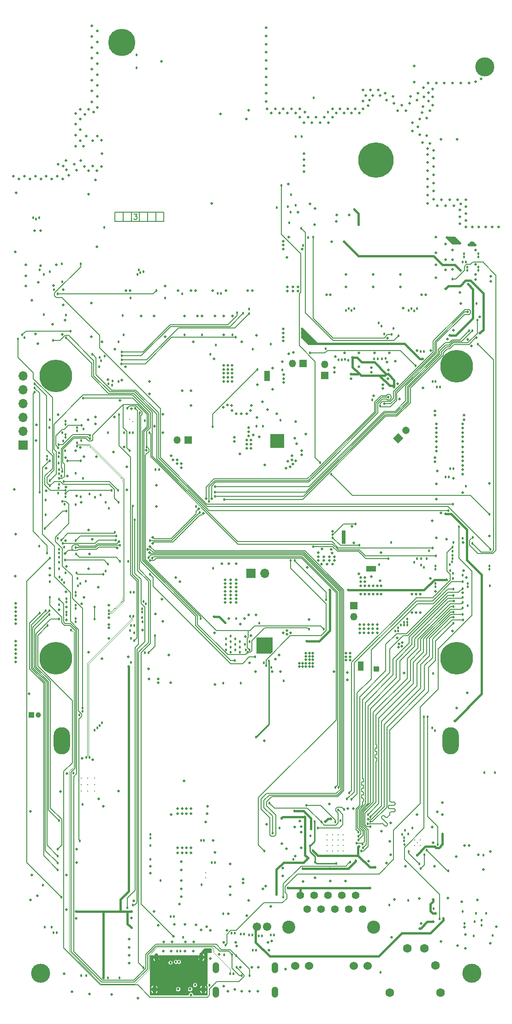
<source format=gbr>
%TF.GenerationSoftware,KiCad,Pcbnew,(5.99.0-459-gf0c386f5d-dirty)*%
%TF.CreationDate,2019-12-04T11:21:00+01:00*%
%TF.ProjectId,dvk-mx8m-bsb,64766b2d-6d78-4386-9d2d-6273622e6b69,v1.0.0*%
%TF.SameCoordinates,Original*%
%TF.FileFunction,Copper,L3,Inr*%
%TF.FilePolarity,Positive*%
%FSLAX46Y46*%
G04 Gerber Fmt 4.6, Leading zero omitted, Abs format (unit mm)*
G04 Created by KiCad (PCBNEW (5.99.0-459-gf0c386f5d-dirty)) date 2019-12-04 11:21:00*
%MOMM*%
%LPD*%
G04 APERTURE LIST*
%TA.AperFunction,NonConductor*%
%ADD10C,0.130000*%
%TD*%
%TA.AperFunction,ViaPad*%
%ADD11C,0.300000*%
%TD*%
%TA.AperFunction,ViaPad*%
%ADD12C,0.254000*%
%TD*%
%TA.AperFunction,ViaPad*%
%ADD13O,3.000000X5.000000*%
%TD*%
%TA.AperFunction,ViaPad*%
%ADD14C,6.000000*%
%TD*%
%TA.AperFunction,ViaPad*%
%ADD15C,1.600000*%
%TD*%
%TA.AperFunction,ViaPad*%
%ADD16C,3.500000*%
%TD*%
%TA.AperFunction,ViaPad*%
%ADD17O,1.250000X2.000000*%
%TD*%
%TA.AperFunction,ViaPad*%
%ADD18O,0.800000X1.400000*%
%TD*%
%TA.AperFunction,ViaPad*%
%ADD19O,1.350000X1.350000*%
%TD*%
%TA.AperFunction,ViaPad*%
%ADD20R,1.350000X1.350000*%
%TD*%
%TA.AperFunction,ViaPad*%
%ADD21C,1.350000*%
%TD*%
%TA.AperFunction,ViaPad*%
%ADD22C,5.000000*%
%TD*%
%TA.AperFunction,ViaPad*%
%ADD23O,1.700000X1.700000*%
%TD*%
%TA.AperFunction,ViaPad*%
%ADD24R,1.700000X1.700000*%
%TD*%
%TA.AperFunction,ViaPad*%
%ADD25C,1.550000*%
%TD*%
%TA.AperFunction,ViaPad*%
%ADD26C,1.400000*%
%TD*%
%TA.AperFunction,ViaPad*%
%ADD27C,2.400000*%
%TD*%
%TA.AperFunction,ViaPad*%
%ADD28C,1.530000*%
%TD*%
%TA.AperFunction,ViaPad*%
%ADD29C,6.500000*%
%TD*%
%TA.AperFunction,ViaPad*%
%ADD30C,1.000000*%
%TD*%
%TA.AperFunction,ViaPad*%
%ADD31R,1.000000X1.000000*%
%TD*%
%TA.AperFunction,ViaPad*%
%ADD32C,0.457200*%
%TD*%
%TA.AperFunction,ViaPad*%
%ADD33C,0.508000*%
%TD*%
%TA.AperFunction,Conductor*%
%ADD34C,0.134620*%
%TD*%
%TA.AperFunction,Conductor*%
%ADD35C,0.457200*%
%TD*%
%TA.AperFunction,Conductor*%
%ADD36C,0.089154*%
%TD*%
%TA.AperFunction,Conductor*%
%ADD37C,0.106934*%
%TD*%
%TA.AperFunction,Conductor*%
%ADD38C,0.254000*%
%TD*%
%TA.AperFunction,Conductor*%
%ADD39C,0.127000*%
%TD*%
%TA.AperFunction,Conductor*%
%ADD40C,0.203200*%
%TD*%
G04 APERTURE END LIST*
D10*
X82558333Y-93804761D02*
X83146428Y-93804761D01*
X82829761Y-94166666D01*
X82965476Y-94166666D01*
X83055952Y-94211904D01*
X83101190Y-94257142D01*
X83146428Y-94347619D01*
X83146428Y-94573809D01*
X83101190Y-94664285D01*
X83055952Y-94709523D01*
X82965476Y-94754761D01*
X82694047Y-94754761D01*
X82603571Y-94709523D01*
X82558333Y-94664285D01*
D11*
%TO.N,GND*%
%TO.C,U1601*%
X134600000Y-209200000D03*
X134100000Y-208700000D03*
X135100000Y-208700000D03*
X135100000Y-209700000D03*
X134100000Y-209700000D03*
%TD*%
%TO.N,GND*%
%TO.C,U202*%
X95750000Y-215585000D03*
X95750000Y-214685000D03*
%TD*%
D12*
%TO.N,GND*%
%TO.C,U201*%
X82400000Y-131840000D03*
X81800000Y-131440000D03*
%TD*%
D13*
%TO.N,Net-(BT301-Pad1)*%
%TO.C,BT301*%
X140700000Y-190500000D03*
%TO.N,GND*%
X69300000Y-190500000D03*
%TD*%
D11*
%TO.N,GND*%
%TO.C,U1701*%
X120000000Y-208700000D03*
X120000000Y-209700000D03*
X119000000Y-209700000D03*
X118000000Y-209700000D03*
X118000000Y-210700000D03*
X119000000Y-210700000D03*
X120000000Y-210700000D03*
X121000000Y-210700000D03*
X121000000Y-209700000D03*
X121000000Y-208700000D03*
X121000000Y-207700000D03*
X120000000Y-207700000D03*
X119000000Y-207700000D03*
X118000000Y-207700000D03*
X118000000Y-208700000D03*
X119000000Y-208700000D03*
%TD*%
%TO.N,GND*%
%TO.C,U405*%
X126097000Y-158926000D03*
%TD*%
%TO.N,GND*%
%TO.C,U404*%
X107000000Y-123500000D03*
%TD*%
%TO.N,GND*%
%TO.C,U301*%
X106550000Y-173900000D03*
X106550000Y-173000000D03*
X106550000Y-172100000D03*
X107450000Y-172100000D03*
X107450000Y-173000000D03*
X107450000Y-173900000D03*
X105650000Y-173900000D03*
X105650000Y-173000000D03*
X105650000Y-172100000D03*
%TD*%
D14*
%TO.N,GND*%
%TO.C,MOD101*%
X68200000Y-123500000D03*
X68200000Y-175300000D03*
X141800000Y-121700000D03*
X141800000Y-175300000D03*
%TD*%
D15*
%TO.N,Net-(C1624-Pad1)*%
%TO.C,J1601*%
X132700000Y-228575000D03*
%TO.N,/HP_DET*%
X135900000Y-228575000D03*
%TO.N,Net-(C1621-Pad1)*%
X137900000Y-231675000D03*
%TO.N,GND*%
X138800000Y-236675000D03*
%TO.N,Net-(J1601-Pad1)*%
X129500000Y-236675000D03*
%TD*%
D16*
%TO.N,GND*%
%TO.C,MNT102*%
X147000000Y-66750000D03*
%TD*%
%TO.N,GND*%
%TO.C,MNT101*%
X65400000Y-233100000D03*
%TD*%
%TO.N,GND*%
%TO.C,MNT103*%
X144600000Y-233100000D03*
%TD*%
D17*
%TO.N,Net-(C1905-Pad1)*%
%TO.C,J1901*%
X97575000Y-236625000D03*
X108425000Y-236625000D03*
X108425000Y-232125000D03*
X97575000Y-232125000D03*
%TD*%
D18*
%TO.N,Net-(C216-Pad2)*%
%TO.C,J201*%
X95290000Y-236100000D03*
X86670000Y-230150000D03*
X86310000Y-236100000D03*
X94930000Y-230150000D03*
%TD*%
D19*
%TO.N,1V8_P*%
%TO.C,JP404*%
X90525000Y-135300000D03*
D20*
X92525000Y-135300000D03*
%TD*%
D11*
%TO.N,GND*%
%TO.C,U407*%
X124200000Y-177150000D03*
X124200000Y-176350000D03*
%TD*%
%TO.N,GND*%
%TO.C,U402*%
X121025000Y-153075000D03*
%TD*%
D21*
%TO.N,5V_SOM*%
%TO.C,JP402*%
X132489949Y-133510051D02*
X132489949Y-133510051D01*
%TA.AperFunction,ViaPad*%
G36*
X130121141Y-134924265D02*
G01*
X131075735Y-133969671D01*
X132030329Y-134924265D01*
X131075735Y-135878859D01*
X130121141Y-134924265D01*
G37*
%TD.AperFunction*%
%TD*%
D19*
%TO.N,5V_P*%
%TO.C,JP403*%
X122920000Y-167660000D03*
D20*
X122920000Y-165660000D03*
%TD*%
D11*
%TO.N,GND*%
%TO.C,U2201*%
X75300000Y-199700000D03*
X74100000Y-199700000D03*
X72900000Y-199700000D03*
X72900000Y-198500000D03*
X72900000Y-197300000D03*
X74100000Y-197300000D03*
X75300000Y-197300000D03*
X74100000Y-198500000D03*
X75300000Y-198500000D03*
%TD*%
D22*
%TO.N,GND*%
%TO.C,MOD1501*%
X80350000Y-62300000D03*
%TD*%
D23*
%TO.N,VBAT_REG*%
%TO.C,JP301*%
X106545500Y-159750000D03*
D24*
X104005500Y-159750000D03*
%TD*%
D25*
%TO.N,Net-(MK1601-Pad2)*%
%TO.C,MK1601*%
X105100000Y-224591000D03*
%TO.N,GND*%
X107000000Y-224591000D03*
%TD*%
D26*
%TO.N,/Ethernet/ETH_TRX3_N*%
%TO.C,J1701*%
X123245000Y-218810000D03*
%TO.N,GND*%
X124515000Y-221350000D03*
D27*
%TO.N,Net-(FB1703-Pad1)*%
X126590000Y-224650000D03*
X111005000Y-224650000D03*
D28*
%TO.N,GND*%
X125435000Y-231770000D03*
X114705000Y-231770000D03*
%TO.N,Net-(J1701-Pad11)*%
X112165000Y-231770000D03*
%TO.N,Net-(J1701-Pad13)*%
X122895000Y-231770000D03*
D26*
%TO.N,/Ethernet/ETH_TRX3_P*%
X121975000Y-221350000D03*
%TO.N,/Ethernet/ETH_TRX2_N*%
X119435000Y-221350000D03*
%TO.N,/Ethernet/ETH_TRX1_N*%
X120705000Y-218810000D03*
%TO.N,/Ethernet/ETH_TRX2_P*%
X118165000Y-218810000D03*
%TO.N,/Ethernet/ETH_TRX1_P*%
X116895000Y-221350000D03*
%TO.N,/Ethernet/ETH_TRX0_N*%
X115625000Y-218810000D03*
%TO.N,/Ethernet/ETH_TRX0_P*%
X114355000Y-221350000D03*
%TO.N,Net-(C1719-Pad1)*%
X113085000Y-218810000D03*
%TD*%
D29*
%TO.N,GND*%
%TO.C,MOD1801*%
X127000000Y-83865000D03*
%TD*%
D11*
%TO.N,GND*%
%TO.C,U401*%
X109640000Y-136245000D03*
X109640000Y-134645000D03*
X108040000Y-134645000D03*
X108040000Y-136245000D03*
X108840000Y-135445000D03*
%TD*%
D30*
%TO.N,Net-(C2401-Pad1)*%
%TO.C,J2401*%
X65025000Y-185700000D03*
D31*
%TO.N,GND*%
X63775000Y-185700000D03*
%TD*%
D23*
%TO.N,N/C*%
%TO.C,J701*%
X62200000Y-123500000D03*
%TO.N,/UART Debug/TX->RX*%
X62200000Y-126040000D03*
%TO.N,/UART Debug/RX<-TX*%
X62200000Y-128580000D03*
%TO.N,N/C*%
X62200000Y-131120000D03*
X62200000Y-133660000D03*
D24*
%TO.N,GND*%
X62200000Y-136200000D03*
%TD*%
D19*
%TO.N,3V3*%
%TO.C,JP401*%
X111620000Y-121200000D03*
D20*
X113620000Y-121200000D03*
%TD*%
D19*
%TO.N,3V3_P*%
%TO.C,JP1801*%
X117600000Y-121400000D03*
D20*
X117600000Y-123400000D03*
%TD*%
D32*
%TO.N,/MIPI/LCD_~RST~_1V8*%
X144767389Y-153100000D03*
X141025000Y-105750000D03*
%TO.N,/~MUTE*%
X77400000Y-146700000D03*
X146700000Y-211500000D03*
%TO.N,/~HAPTIC*%
X66400000Y-146299998D03*
X66400000Y-149000000D03*
%TO.N,22V4_P*%
X130500000Y-170300000D03*
X132750000Y-168150000D03*
X132750000Y-168700000D03*
X132150000Y-168700000D03*
X132750000Y-169250000D03*
X132150000Y-169250000D03*
X131550000Y-169250000D03*
X131050000Y-169750000D03*
X131050000Y-170300000D03*
D33*
X142368990Y-99150000D03*
X140000000Y-98125000D03*
X141025000Y-99150000D03*
D32*
%TO.N,/USB Hub + SDIO Bridge/D0_N*%
X82038282Y-169277842D03*
X81910440Y-163200000D03*
%TO.N,/USB Hub + SDIO Bridge/D0_P*%
X82617402Y-169277842D03*
X82489560Y-163200000D03*
%TO.N,/WLAN+BT M.2/M2_UART_CTS*%
X127500000Y-113800000D03*
X120142618Y-120499858D03*
%TO.N,/WLAN+BT M.2/M2_UART_RTS*%
X128000000Y-114367000D03*
X120726826Y-120501825D03*
%TO.N,/WLAN+BT M.2/M2_UART_TXD*%
X121310683Y-120481477D03*
X128500000Y-115800000D03*
%TO.N,/WLAN+BT M.2/M2_UART_RXD*%
X130188179Y-114800000D03*
X121874155Y-120635756D03*
%TO.N,Net-(J1502-Pad20)*%
X70100000Y-112300000D03*
X91450000Y-108450000D03*
%TO.N,/HDMI/HDMI_AUX_AC_N*%
X103707900Y-226100000D03*
%TO.N,/HDMI/HDMI_AUX_AC_P*%
X104292100Y-226100000D03*
%TO.N,/HDMI_HEAC_N*%
X100257900Y-233250000D03*
X71040000Y-170150000D03*
X104390583Y-228904039D03*
%TO.N,/HDMI/HDMI_HEAC_P*%
X100842100Y-233250000D03*
X104974783Y-228904039D03*
%TO.N,/SAI1_TXD0(GPIO4_IO12)*%
X68679050Y-145045919D03*
%TO.N,Net-(C1823-Pad1)*%
X112273846Y-92209565D03*
X111300000Y-93400000D03*
%TO.N,/I2C1_SDA*%
X68810000Y-142322916D03*
X114687000Y-169987000D03*
X103447000Y-174250000D03*
X81777895Y-137200000D03*
X81758597Y-133900000D03*
%TO.N,/I2C1_SCL*%
X84927080Y-136522920D03*
X117387000Y-169987000D03*
X67110000Y-142700000D03*
X103750000Y-173750000D03*
X82342800Y-133900000D03*
%TO.N,/I2C3_SDA*%
X143225000Y-224015000D03*
X64300000Y-124900000D03*
X70007389Y-144476318D03*
X76460000Y-145350000D03*
X132176472Y-208847684D03*
%TO.N,/MIC_SEL*%
X74400000Y-145200000D03*
X137600000Y-221300000D03*
%TO.N,/I2C3_SCL*%
X72800000Y-145670000D03*
X70022920Y-145670000D03*
X145100000Y-223650000D03*
X64300000Y-125700000D03*
X65222920Y-144800000D03*
X75400000Y-145790000D03*
X132200000Y-209484213D03*
%TO.N,/MIPI/I2C3_SCL_1V8*%
X97400000Y-143800000D03*
X81360000Y-221100000D03*
X82345831Y-147400000D03*
X144100000Y-115200000D03*
%TO.N,/MIPI/I2C3_SDA_1V8*%
X97400000Y-144800000D03*
X82360000Y-220600000D03*
X82740000Y-149950000D03*
X144700000Y-115200000D03*
%TO.N,/CAPTOUCH_~RST*%
X65850000Y-217000000D03*
%TO.N,Net-(C447-Pad1)*%
X123000000Y-92975000D03*
X123725000Y-95750000D03*
%TO.N,/SMARTCARD_D_P*%
X73810440Y-193550000D03*
X81859356Y-167632508D03*
%TO.N,/SMARTCARD_D_N*%
X74389560Y-193550000D03*
X82438476Y-167632508D03*
%TO.N,/USB1_D_P*%
X89310440Y-222700000D03*
X70000000Y-131810440D03*
%TO.N,/USB1_D_N*%
X89889560Y-222700000D03*
X70000000Y-132389560D03*
%TO.N,/USB1_TX_P*%
X96840870Y-212812215D03*
X72080000Y-133010440D03*
%TO.N,/USB1_TX_N*%
X97419990Y-212812215D03*
X72080000Y-133589560D03*
%TO.N,/USB2_D_P*%
X72080000Y-135810440D03*
X77950000Y-167189560D03*
%TO.N,/USB2_D_N*%
X72080000Y-136389560D03*
X77950000Y-166610440D03*
%TO.N,/HDMI_CLK_N*%
X71890000Y-163207900D03*
X100507900Y-225800000D03*
%TO.N,/HDMI_CLK_P*%
X71890000Y-163792100D03*
X101092100Y-225800000D03*
%TO.N,/HDMI_TX2_N*%
X70190000Y-164407900D03*
X107707900Y-226085000D03*
%TO.N,/HDMI_TX2_P*%
X70190000Y-164992100D03*
X108292100Y-226085000D03*
%TO.N,/HDMI_TX0_N*%
X71890000Y-165607900D03*
X102142900Y-225965000D03*
%TO.N,/HDMI_TX0_P*%
X71890000Y-166192100D03*
X102727100Y-225965000D03*
%TO.N,/HDMI_TX1_N*%
X70190000Y-166807900D03*
X105507900Y-226300000D03*
%TO.N,/HDMI_TX1_P*%
X70190000Y-167392100D03*
X106092100Y-226300000D03*
%TO.N,/WLAN_D_N*%
X135210440Y-119000000D03*
X84070000Y-166260440D03*
%TO.N,/WLAN_D_P*%
X135789560Y-119000000D03*
X84070000Y-166839560D03*
%TO.N,/WWAN_D_P*%
X84704750Y-165304750D03*
X98539560Y-108350000D03*
%TO.N,/WWAN_D_N*%
X84295250Y-164895250D03*
X97960440Y-108350000D03*
%TO.N,/CSI_P1_D1_N*%
X143850000Y-161610440D03*
X137920000Y-161610440D03*
%TO.N,/CSI_P1_D1_P*%
X143850000Y-162189560D03*
X137920000Y-162189560D03*
%TO.N,/CSI_P1_D0_P*%
X147845000Y-158989560D03*
X137920000Y-158989560D03*
%TO.N,/CSI_P1_D0_N*%
X147845000Y-158410440D03*
X137920000Y-158410440D03*
%TO.N,/DSI_D2_N*%
X139795845Y-142056752D03*
%TO.N,/DSI_D0_P*%
X141204155Y-140505305D03*
X145804840Y-101078133D03*
X143175000Y-101078133D03*
%TO.N,/DSI_CK_N*%
X142885440Y-102600000D03*
%TO.N,/DSI_D1_P*%
X138764560Y-125500000D03*
X143714939Y-103558417D03*
X145804840Y-103558417D03*
%TO.N,/DSI_D3_N*%
X137934560Y-124541000D03*
%TO.N,/DSI_D3_P*%
X137355440Y-124541000D03*
%TO.N,/DSI_D1_N*%
X138185440Y-125500000D03*
X143714939Y-104137537D03*
X145804840Y-104137537D03*
%TO.N,/DSI_CK_P*%
X143464560Y-102600000D03*
%TO.N,/DSI_D0_N*%
X140625035Y-140505305D03*
X143175000Y-101657253D03*
X145804840Y-101657253D03*
%TO.N,/DSI_D2_P*%
X140374965Y-142056752D03*
%TO.N,/USB-C/USBC_CN_D_N*%
X91089560Y-229090000D03*
X90260440Y-231060000D03*
%TO.N,/USB-C/USBC_CN_D_P*%
X90510440Y-229090000D03*
X90839560Y-231060000D03*
%TO.N,/HDMI_AUX_N*%
X71890000Y-168592100D03*
%TO.N,/HDMI_AUX_P*%
X71890000Y-168007900D03*
%TO.N,/USB1_RX_N*%
X70000000Y-134789560D03*
X95439560Y-208750000D03*
%TO.N,/USB1_RX_P*%
X70000000Y-134210440D03*
X94860440Y-208750000D03*
%TO.N,/EN_SRC*%
X101100000Y-175720000D03*
X81350000Y-129400000D03*
%TO.N,Net-(SW1301-Pad4)*%
X135800000Y-186100000D03*
X143840949Y-165685350D03*
X147857699Y-162059598D03*
X138625000Y-223125000D03*
%TO.N,Net-(R2301-Pad1)*%
X115550000Y-72475000D03*
%TO.N,Net-(R1721-Pad2)*%
X119519000Y-205352000D03*
X114180000Y-202300000D03*
%TO.N,Net-(R408-Pad1)*%
X123950000Y-154600000D03*
X119057500Y-153198000D03*
%TO.N,Net-(R403-Pad1)*%
X109475000Y-131650000D03*
%TO.N,Net-(R402-Pad1)*%
X105066599Y-132695000D03*
X106235000Y-132695000D03*
%TO.N,Net-(R307-Pad1)*%
X104942500Y-189770000D03*
X107300000Y-175800000D03*
%TO.N,Net-(R306-Pad2)*%
X106400000Y-176200000D03*
%TO.N,Net-(R305-Pad1)*%
X103755050Y-172244950D03*
%TO.N,Net-(R302-Pad2)*%
X103144000Y-173750000D03*
%TO.N,Net-(R301-Pad2)*%
X102900000Y-172750000D03*
%TO.N,Net-(R212-Pad1)*%
X80750000Y-133900000D03*
%TO.N,/USB-C/USB_LD_~FLT*%
X84522910Y-131750683D03*
%TO.N,Net-(Q301-Pad3)*%
X107782600Y-177000000D03*
%TO.N,/EN_SNK*%
X82600000Y-172100000D03*
X79800000Y-130600000D03*
%TO.N,/USB1_ID*%
X67110000Y-131500000D03*
%TO.N,/USB1_VBUS*%
X94770000Y-168050000D03*
X73254050Y-127544050D03*
%TO.N,/UART1_TXD*%
X67060000Y-132950000D03*
%TO.N,/ECSPI1_MISO*%
X68800000Y-137600000D03*
%TO.N,/UART3_RXD*%
X74450000Y-134450000D03*
X68700000Y-136116000D03*
X112250000Y-79555610D03*
%TO.N,/ECSPI1_MOSI*%
X69600000Y-135400000D03*
%TO.N,/SAI1_TXD6(GPIO4_IO18)*%
X66600000Y-138211000D03*
%TO.N,/SAI1_TXD2(GPIO4_IO14)*%
X66600000Y-138810002D03*
%TO.N,/UART1_RXD*%
X68750000Y-138350000D03*
%TO.N,/SAI1_TXD5(GPIO4_IO17)*%
X77174967Y-119884543D03*
X68750000Y-139499000D03*
X79700000Y-124500000D03*
%TO.N,/~BT_DISABLE*%
X69922920Y-137200009D03*
X110799998Y-92400000D03*
%TO.N,/UART3_TXD*%
X74450000Y-135050000D03*
X69377080Y-141000000D03*
X113350000Y-79555610D03*
%TO.N,/SAI1_TXD7(GPIO4_IO19)*%
X68810000Y-140700000D03*
%TO.N,/ECSPI1_SS0*%
X71900000Y-141377080D03*
%TO.N,/SAI1_TXD4(GPIO4_IO16)*%
X76500000Y-120700000D03*
X68810000Y-141477085D03*
X78600000Y-124400000D03*
%TO.N,/SAI1_TXD3(GPIO4_IO15)*%
X69214000Y-141900000D03*
%TO.N,/ECSPI1_SCLK*%
X73200000Y-142300002D03*
%TO.N,/SAI1_TXD1(GPIO4_IO13)*%
X68716764Y-144040948D03*
%TO.N,/I2C2_SDA*%
X86500000Y-140700000D03*
X69684000Y-142866000D03*
X97600000Y-117850000D03*
X79670000Y-144470000D03*
%TO.N,/SAI1_RXD5(GPIO4_IO07)*%
X69800000Y-147000000D03*
X76300000Y-120100000D03*
X78580159Y-125167207D03*
%TO.N,/I2C2_SCL*%
X87200000Y-140700000D03*
X70022920Y-145061291D03*
X78500000Y-144500000D03*
X96550000Y-119500000D03*
%TO.N,/SAI1_RXD7(GPIO4_IO09)*%
X71890000Y-147100000D03*
%TO.N,/SAI2_TXD*%
X132129151Y-208265392D03*
X78000000Y-147800000D03*
%TO.N,/SAI1_RXD6(GPIO4_IO08)*%
X76200000Y-121800000D03*
X68600000Y-153300000D03*
X77900000Y-124900000D03*
%TO.N,/SAI2_MCLK*%
X79300000Y-152900000D03*
X133643800Y-206455612D03*
X71900000Y-153700000D03*
%TO.N,/SAI2_RXD*%
X79100000Y-152200000D03*
X69199426Y-153599043D03*
X131800000Y-207625000D03*
%TO.N,/SAI2_TXFS*%
X79200000Y-153600000D03*
X69500000Y-154200004D03*
X132300000Y-206900000D03*
%TO.N,/SAI1_RXD2(GPIO4_IO04)*%
X69726377Y-154870380D03*
%TO.N,/CLKO1*%
X94600000Y-148600000D03*
X85500000Y-153700000D03*
X96300000Y-146500000D03*
X71900000Y-155000000D03*
X80000000Y-154600000D03*
X129300000Y-127400000D03*
%TO.N,/SAI1_RXD3(GPIO4_IO05)*%
X68800000Y-155999994D03*
%TO.N,/SAI2_TXC*%
X80000000Y-157500000D03*
X71950000Y-156200000D03*
X132900000Y-207600000D03*
%TO.N,/SAI1_RXD4(GPIO4_IO06)*%
X68816161Y-156735016D03*
%TO.N,/LED*%
X69200000Y-219150000D03*
X67110000Y-156900000D03*
%TO.N,/CLKO2*%
X108000000Y-207430000D03*
D33*
X85100000Y-155300000D03*
D32*
%TO.N,/SAI5_TXD*%
X77800000Y-158019998D03*
X69950000Y-157300000D03*
%TO.N,/SAI1_RXD0(GPIO4_IO02)*%
X68810000Y-157740000D03*
%TO.N,/CHRG_~INT*%
X72000000Y-159660000D03*
X85500000Y-159900000D03*
X104800000Y-175080000D03*
X76900000Y-159900000D03*
%TO.N,/PROX_~INT*%
X66650000Y-156000000D03*
X64300000Y-126500000D03*
%TO.N,/ENET_~INT*%
X114950000Y-207900000D03*
X119500000Y-199050000D03*
X85882562Y-156935548D03*
X109308000Y-206450000D03*
%TO.N,/SAI5_TX_SYNC*%
X72200000Y-160650000D03*
X77400000Y-159300000D03*
%TO.N,/SAI1_RXD1(GPIO4_IO03)*%
X70000000Y-159670000D03*
%TO.N,/SAI5_RXD*%
X72250000Y-162060000D03*
X69322910Y-160900000D03*
%TO.N,/ENET_WoL*%
X120477000Y-205100000D03*
X120100000Y-199050000D03*
X85219452Y-156864638D03*
%TO.N,/PWR_EN*%
X97000000Y-132800000D03*
X105199998Y-122300000D03*
X109800000Y-122400000D03*
X126300000Y-127900000D03*
X127599000Y-158101000D03*
X67110000Y-161300000D03*
%TO.N,/IMU_INT*%
X144900000Y-226300000D03*
X69720000Y-161460000D03*
X72670000Y-161560000D03*
X81500000Y-157500000D03*
%TO.N,/CSI_PWDN*%
X145400000Y-116500000D03*
X81850000Y-170260000D03*
X99100000Y-146200000D03*
%TO.N,/DSI_BL_PWM*%
X76700000Y-187199998D03*
X68810000Y-165490000D03*
%TO.N,/JTAG_~TRST*%
X67050000Y-167260000D03*
X68849998Y-205150000D03*
%TO.N,/CAPTOUCH_~INT*%
X99350000Y-228000000D03*
X142200000Y-151200000D03*
%TO.N,/~WoWWAN*%
X67700000Y-117000000D03*
X140300000Y-148199994D03*
X62500000Y-116500000D03*
%TO.N,/WWAN_RESET*%
X141100000Y-147000000D03*
X72800000Y-102900000D03*
%TO.N,/~WIFI_DISABLE*%
X134300000Y-121600000D03*
X114900000Y-119300000D03*
%TO.N,/~WWAN_DISABLE*%
X137400000Y-155071401D03*
X141000000Y-155700000D03*
X70099997Y-116499997D03*
%TO.N,/TCPC_~INT*%
X85400000Y-133900000D03*
X137960000Y-156500000D03*
%TO.N,/ENET_MDC*%
X120040000Y-203150000D03*
X142888270Y-161299073D03*
X121666000Y-201167994D03*
X116300000Y-206499992D03*
%TO.N,/ENET_MDIO*%
X141200008Y-162600000D03*
X107441998Y-201930000D03*
X122502201Y-201216430D03*
X121119803Y-203112124D03*
X116977090Y-205400000D03*
%TO.N,/ENET_RXC*%
X123783000Y-207217000D03*
X142890000Y-162500000D03*
%TO.N,/ENET_RX_CTL*%
X123783000Y-207997000D03*
X141180000Y-163820000D03*
%TO.N,/ENET_RD0*%
X142890000Y-164100000D03*
X123791467Y-208654205D03*
%TO.N,/ENET_RD1*%
X123400000Y-209224996D03*
X141260000Y-164810000D03*
X124500000Y-209400000D03*
%TO.N,/ENET_RD2*%
X142900000Y-165090000D03*
X124614566Y-210127131D03*
%TO.N,/ENET_RD3*%
X141200000Y-165800000D03*
X124300000Y-210699986D03*
%TO.N,/ENET_TX_CTL*%
X142890000Y-166100000D03*
X126000014Y-206200000D03*
%TO.N,/ENET_TD3*%
X141199996Y-166811212D03*
X125499976Y-204000000D03*
%TO.N,/ENET_TD2*%
X125953820Y-204454168D03*
X142890000Y-167300000D03*
%TO.N,/ENET_TD1*%
X125500000Y-204877080D03*
X141190000Y-167820000D03*
%TO.N,/ENET_TD0*%
X142950000Y-168290000D03*
X125999990Y-205300000D03*
%TO.N,/ENET_TXC*%
X141200000Y-168900000D03*
X125447115Y-205734408D03*
%TO.N,Net-(MK1601-Pad2)*%
X139375000Y-223100000D03*
%TO.N,Net-(L2301-Pad2)*%
X118200000Y-75110000D03*
%TO.N,Net-(L1701-Pad1)*%
X115054236Y-206645764D03*
X112000000Y-203300000D03*
%TO.N,Net-(J2201-PadSW2)*%
X71470000Y-196400000D03*
%TO.N,Net-(J2201-PadC8)*%
X85600000Y-207649000D03*
%TO.N,Net-(J2201-PadC4)*%
X85600000Y-208324333D03*
%TO.N,Net-(J2201-PadC7)*%
X73150000Y-202150000D03*
%TO.N,Net-(J2201-PadC3)*%
X85600000Y-209675000D03*
%TO.N,Net-(J2201-PadC2)*%
X85600000Y-212215000D03*
%TO.N,/WLAN+BT M.2/M2_I2C_SCL*%
X121500000Y-111500000D03*
X104400000Y-118570000D03*
%TO.N,/WLAN+BT M.2/M2_I2C_SDA*%
X122000000Y-111100000D03*
X107710000Y-117677080D03*
%TO.N,/WLAN+BT M.2/~W_DISABLE2*%
X123000000Y-111100000D03*
X114500000Y-98100000D03*
%TO.N,/UART4_CTS*%
X73000000Y-132550000D03*
X68674089Y-136700000D03*
%TO.N,/UART4_RTS*%
X69440000Y-133900000D03*
X73300000Y-133200000D03*
%TO.N,/UART4_TXD*%
X72800000Y-139100000D03*
X70334366Y-139100000D03*
%TO.N,/WIFI_WAKE*%
X140948779Y-157585952D03*
X135300000Y-158250000D03*
%TO.N,/BT_HOST_WAKE*%
X141190000Y-154100000D03*
X129800000Y-154100000D03*
%TO.N,/WIFI_DATA3*%
X142870000Y-160100000D03*
X134000000Y-157700000D03*
%TO.N,/WIFI_DATA2*%
X141100000Y-159700000D03*
X134500000Y-157000000D03*
%TO.N,/WIFI_DATA1*%
X140600000Y-159250000D03*
X135300000Y-157000000D03*
%TO.N,/WLAN+BT M.2/M2_PCM_OUT*%
X133000000Y-111500000D03*
X126600000Y-120400000D03*
%TO.N,/WIFI_DATA0*%
X135800000Y-158600000D03*
X140500000Y-158150000D03*
%TO.N,/WLAN+BT M.2/M2_PCM_IN*%
X133500000Y-111100000D03*
X127300000Y-120399994D03*
%TO.N,/WIFI_CMD*%
X141000000Y-157000000D03*
X136300000Y-157000000D03*
%TO.N,/WLAN+BT M.2/M2_PCM_SYNC*%
X134000000Y-111600000D03*
X128063942Y-120347445D03*
%TO.N,/WIFI_CLK*%
X141000000Y-156400000D03*
X136750000Y-155550000D03*
%TO.N,/WLAN+BT M.2/M2_PCM_CLK*%
X134500000Y-111100000D03*
X128800000Y-120299994D03*
%TO.N,/WWAN mPCIe/PCM_SYNC*%
X80300010Y-120500000D03*
X103700000Y-112100000D03*
%TO.N,/WWAN mPCIe/PCM_OUT*%
X102600000Y-112000000D03*
X80300000Y-119800000D03*
%TO.N,/WWAN mPCIe/PCM_IN*%
X101500000Y-111900000D03*
X80300000Y-119100000D03*
%TO.N,/WWAN mPCIe/PCM_CLK*%
X80276655Y-121271043D03*
X101200000Y-116400000D03*
%TO.N,/WWAN mPCIe/~SIM_DETECT_O*%
X86700000Y-107800004D03*
X68600000Y-108399998D03*
%TO.N,/WWAN mPCIe/~WoWWAN_1V8*%
X70900000Y-115300000D03*
X62000000Y-116000000D03*
X80700000Y-116000000D03*
%TO.N,Net-(J1301-Pad25)*%
X128500000Y-128600000D03*
X143850000Y-111768886D03*
%TO.N,/LCD_LEDK*%
X144575000Y-99000000D03*
X145175000Y-99450002D03*
X144000000Y-99450000D03*
X127284000Y-177530700D03*
X126759000Y-177530700D03*
X126759000Y-177005700D03*
X127284000Y-177005700D03*
%TO.N,/LCD_~RESET*%
X142900000Y-153300000D03*
%TO.N,Net-(J1201-Pad3)*%
X96380000Y-235330000D03*
X93800000Y-235300000D03*
%TO.N,/CONN_SD2_DATA1*%
X72900000Y-233600000D03*
X67800030Y-225700000D03*
%TO.N,/uSD_DATA0*%
X73800000Y-233599994D03*
X68400000Y-225700000D03*
%TO.N,/CONN_SD2_CMD*%
X66150000Y-224700000D03*
X84586382Y-174260198D03*
X82000000Y-176100000D03*
X77800000Y-234000000D03*
%TO.N,/CONN_SD2_DATA2*%
X67450000Y-224700000D03*
X79899998Y-234000000D03*
%TO.N,/JTAG_TDI*%
X68810000Y-168100000D03*
X68590000Y-210330000D03*
%TO.N,/JTAG_TDO*%
X67000000Y-166600000D03*
X68590000Y-211600000D03*
%TO.N,/JTAG_TCK*%
X66350000Y-166600000D03*
X68590000Y-212870000D03*
%TO.N,/JTAG_TMS*%
X65300000Y-167000000D03*
X68590000Y-214140000D03*
%TO.N,Net-(FB1605-Pad1)*%
X146850000Y-196300000D03*
X83000000Y-64540000D03*
%TO.N,Net-(FB1604-Pad1)*%
X148840000Y-196300000D03*
X83000000Y-66940000D03*
D33*
%TO.N,Net-(F201-Pad2)*%
X89425000Y-229090000D03*
X91925000Y-229090000D03*
X89550000Y-227390000D03*
X92050000Y-227390000D03*
X90600000Y-210095333D03*
X91400000Y-210095333D03*
X92200000Y-210095333D03*
X93000000Y-210095333D03*
X90600000Y-211003666D03*
X91400000Y-211003666D03*
X92200000Y-211003666D03*
X93000000Y-211003666D03*
D32*
%TO.N,/HDMI_CEC*%
X101400000Y-232040000D03*
X66730000Y-169300000D03*
%TO.N,/HDMI_DDC_SCL*%
X101350000Y-229900000D03*
X68810000Y-164500000D03*
X103800000Y-233550000D03*
%TO.N,/HDMI_DDC_SDA*%
X100600000Y-229750000D03*
X67110000Y-164100000D03*
X102300000Y-233550000D03*
%TO.N,/HDMI/DCDC_5V_CN*%
X99149990Y-229750000D03*
D33*
X99000000Y-235500000D03*
D32*
%TO.N,Net-(D1803-Pad2)*%
X116700000Y-139400000D03*
X118800000Y-141500000D03*
X147850000Y-148900000D03*
X109600000Y-88500000D03*
%TO.N,/WLAN+BT M.2/~W_DISABLE1*%
X122500000Y-111500000D03*
X113600000Y-99500002D03*
X111400000Y-90200000D03*
X111050957Y-95350957D03*
%TO.N,Net-(D1801-Pad2)*%
X131095378Y-116160002D03*
X113300000Y-96399996D03*
%TO.N,/ENET_~RST*%
X106500000Y-210700000D03*
X85500000Y-157378000D03*
X73700000Y-161200000D03*
X68900000Y-160400000D03*
%TO.N,/HP_DET*%
X68800000Y-158900000D03*
X132900000Y-219800000D03*
%TO.N,Net-(D1502-Pad2)*%
X74900000Y-119500000D03*
X148000000Y-155300000D03*
%TO.N,Net-(D1302-Pad2)*%
X94000000Y-147500000D03*
X97400000Y-145600000D03*
X70140000Y-148310000D03*
X66222920Y-151550000D03*
X145565824Y-113215824D03*
%TO.N,/POR_B*%
X72650000Y-208850000D03*
X67110000Y-139100000D03*
%TO.N,/~IRQ*%
X117837000Y-164572000D03*
X112050000Y-157400000D03*
%TO.N,/BOOT_MODE0*%
X137300000Y-188100000D03*
X73112005Y-185087995D03*
X75800000Y-188100000D03*
%TO.N,/BOOT_MODE1*%
X72500000Y-185700000D03*
X75350000Y-188550000D03*
X137800000Y-188600000D03*
%TO.N,Net-(D304-Pad1)*%
X98987500Y-179850000D03*
%TO.N,Net-(D302-Pad1)*%
X110087500Y-179425000D03*
%TO.N,Net-(D301-Pad1)*%
X102137500Y-179850000D03*
%TO.N,Net-(D206-Pad1)*%
X89275000Y-231200000D03*
%TO.N,Net-(D205-Pad1)*%
X91550000Y-226505000D03*
%TO.N,/USB-C/CC1*%
X83657210Y-130300000D03*
D33*
X89800000Y-226375000D03*
D32*
%TO.N,/USB-C/CC2*%
X84300000Y-232100000D03*
X82800000Y-129440000D03*
%TO.N,/USB1_SS_SEL*%
X122049043Y-200049043D03*
X141000000Y-154900000D03*
D33*
%TO.N,Net-(C2203-Pad2)*%
X85600000Y-214755000D03*
D32*
%TO.N,Net-(C2005-Pad1)*%
X146400000Y-224300000D03*
X145385000Y-222099998D03*
X148400000Y-226235000D03*
X147200000Y-222100000D03*
%TO.N,Net-(C2004-Pad1)*%
X142899998Y-221800000D03*
X146400000Y-223400000D03*
D33*
%TO.N,Net-(C1719-Pad1)*%
X110800000Y-217500000D03*
D32*
X125900000Y-217500000D03*
%TO.N,/Ethernet/ENET_1V1*%
X118700000Y-204800000D03*
D33*
X117700000Y-205299988D03*
D32*
%TO.N,/Ethernet/LED_LINK1000*%
X129477080Y-220600000D03*
X127800000Y-233000000D03*
%TO.N,Net-(C1711-Pad1)*%
X119700000Y-213025000D03*
X114850000Y-209800000D03*
X115750000Y-205280000D03*
X111832000Y-212200000D03*
X115800000Y-212699994D03*
%TO.N,/Ethernet/LED_ACT*%
X122250000Y-212700000D03*
X110000000Y-219200000D03*
%TO.N,Net-(C1703-Pad1)*%
X113500000Y-213900000D03*
X123219324Y-212495315D03*
X118500000Y-213900000D03*
%TO.N,Net-(C1622-Pad1)*%
X136470000Y-186100000D03*
X138300000Y-209500000D03*
%TO.N,Net-(C1608-Pad1)*%
X133010000Y-210820000D03*
X134980000Y-213100000D03*
%TO.N,Net-(C1607-Pad2)*%
X140250500Y-214325002D03*
X136300000Y-210500000D03*
%TO.N,Net-(C1606-Pad1)*%
X135877080Y-211422920D03*
X135220000Y-213900000D03*
%TO.N,Net-(C1604-Pad1)*%
X139200000Y-207550000D03*
X134500000Y-211500000D03*
%TO.N,/WWAN mPCIe/SIM_DETECT_I*%
X69300000Y-102900000D03*
X77150000Y-96200000D03*
%TO.N,/WWAN mPCIe/UIM-DATA*%
X65300000Y-104000000D03*
X83736372Y-104553716D03*
X83736373Y-104553716D03*
X65150000Y-94450000D03*
%TO.N,/WWAN mPCIe/UIM-RESET*%
X83500000Y-104000000D03*
X65999996Y-104899996D03*
X64572526Y-94711263D03*
%TO.N,/WWAN mPCIe/UIM-CLK*%
X67099994Y-104400000D03*
X84300000Y-104350004D03*
X64050000Y-94450000D03*
%TO.N,/WWAN mPCIe/UIM-PWR*%
X69400000Y-106200000D03*
D33*
X65400000Y-103300000D03*
D32*
X67900000Y-107700000D03*
X83234620Y-104900000D03*
D33*
X64310000Y-96800000D03*
D32*
%TO.N,/ONOFF*%
X111299998Y-157400000D03*
X67152000Y-143682000D03*
X79700000Y-146700000D03*
X106800000Y-176650000D03*
X61300000Y-116700000D03*
%TO.N,/SYS_~RST*%
X68830000Y-143370000D03*
X69400000Y-146500000D03*
X76250000Y-187650000D03*
X73100000Y-184450000D03*
%TO.N,/BTN2*%
X68785132Y-155315977D03*
X65184799Y-154700000D03*
%TO.N,Net-(C1301-Pad1)*%
X144700000Y-154200000D03*
X145700000Y-117675000D03*
%TO.N,/USB Hub + SDIO Bridge/RDRV5*%
X86400000Y-171150000D03*
X85200000Y-174300000D03*
%TO.N,/SD2_~RST*%
X115500000Y-154850000D03*
X97100000Y-158797508D03*
X84070000Y-167900000D03*
X129300000Y-157000000D03*
X115500014Y-98000000D03*
X129838369Y-115900000D03*
X141100000Y-160700004D03*
X75300000Y-165900000D03*
X75300000Y-168150000D03*
%TO.N,/USB Hub + SDIO Bridge/RDRV33*%
X82600000Y-170700000D03*
X82000000Y-171700000D03*
X84100000Y-168650000D03*
D33*
%TO.N,3V3_SD*%
X81600000Y-176800000D03*
X87000000Y-179100000D03*
X71987500Y-221800000D03*
X89000000Y-174700000D03*
X85300000Y-179100000D03*
X82099992Y-224800000D03*
X82100006Y-221800000D03*
X76950000Y-233950000D03*
%TO.N,3V3_SNVS*%
X139800000Y-148800000D03*
X141435000Y-186800000D03*
%TO.N,2V8_P*%
X90700000Y-236050000D03*
X121100000Y-98825000D03*
X92900000Y-236050000D03*
X142500000Y-104100000D03*
X143817009Y-116817009D03*
X145300000Y-105820000D03*
X143900000Y-106650000D03*
X140510000Y-116060000D03*
D32*
%TO.N,Net-(C416-Pad1)*%
X123250000Y-150650000D03*
X119057500Y-152613000D03*
D33*
%TO.N,3V3_P*%
X138100000Y-153200000D03*
X118600000Y-108590000D03*
X117900000Y-108590000D03*
X136100000Y-108590000D03*
X135400000Y-108590000D03*
X109900000Y-213800000D03*
X135500000Y-120400000D03*
X113300000Y-206185000D03*
X60870000Y-166737500D03*
X60870000Y-168987500D03*
X60870000Y-167487500D03*
X60870000Y-165987500D03*
X60870000Y-168237500D03*
X60870000Y-165237500D03*
X121500000Y-107135000D03*
X126500000Y-107135000D03*
X131500000Y-107135000D03*
X145750000Y-211350000D03*
X139200000Y-204050000D03*
X96850000Y-91800000D03*
X134551680Y-204025000D03*
X130309000Y-125549000D03*
X123850000Y-123015000D03*
X122450000Y-123150000D03*
X129231000Y-123150000D03*
X64860000Y-218900000D03*
X119790000Y-93975000D03*
X119690000Y-95100000D03*
X111800000Y-119200000D03*
X111000000Y-97987500D03*
X110000000Y-99487500D03*
X110000000Y-100237500D03*
X113400000Y-100237500D03*
X110000000Y-98737500D03*
X113400000Y-115612500D03*
X113400000Y-116362500D03*
X113400000Y-114862500D03*
X110000000Y-116362500D03*
X110000000Y-115612500D03*
X110000000Y-114862500D03*
X99050000Y-115950000D03*
X100540000Y-124532500D03*
X99790000Y-124532500D03*
X99040000Y-124532500D03*
X137500000Y-223700000D03*
X94925000Y-225174998D03*
X100540000Y-123782500D03*
X99790000Y-123782500D03*
X99040000Y-123782500D03*
X99040000Y-123032500D03*
X99040000Y-121532500D03*
X99040000Y-122282500D03*
X99790000Y-121532500D03*
X99790000Y-123032500D03*
X99790000Y-122282500D03*
X100540000Y-123032500D03*
X100540000Y-122282500D03*
X100540000Y-121532500D03*
X110000000Y-117100000D03*
X111000000Y-119400000D03*
X60854000Y-152515000D03*
X64550000Y-135325000D03*
X110350000Y-232350000D03*
X63300000Y-181825000D03*
X73415000Y-138297000D03*
X112650000Y-93450000D03*
D32*
X108800000Y-92600000D03*
D33*
X122700000Y-120100002D03*
X119515000Y-119985000D03*
X93430000Y-117200000D03*
X64500000Y-115800000D03*
D32*
X88300000Y-109222920D03*
X81900000Y-109222920D03*
D33*
X110625000Y-101700000D03*
X74700000Y-110087500D03*
D32*
X79700000Y-117200000D03*
X80500000Y-112400000D03*
X103700000Y-111235382D03*
D33*
X104250000Y-107800000D03*
X93050000Y-107800000D03*
X81050000Y-107800000D03*
X105085000Y-116015000D03*
X88300000Y-116300000D03*
X143400000Y-228600000D03*
X122800000Y-202900000D03*
X137500000Y-219600000D03*
X78830000Y-137500000D03*
X81250000Y-140180000D03*
X144075000Y-209700000D03*
X137925000Y-222100000D03*
X135000000Y-224900000D03*
X114900000Y-91900000D03*
X106950000Y-205800000D03*
%TO.N,VBAT_REG*%
X103250000Y-136750000D03*
X104000000Y-136750000D03*
X103625000Y-134500000D03*
X103625000Y-133000000D03*
X103625000Y-133750000D03*
X103250000Y-136000000D03*
X103250000Y-135250000D03*
X122215000Y-175650000D03*
X121515000Y-175650000D03*
X121515000Y-175037500D03*
X122215000Y-175037500D03*
X122215000Y-174425000D03*
X121515000Y-174425000D03*
X104000000Y-135250000D03*
X104000000Y-136000000D03*
X122950000Y-154147500D03*
X110445000Y-140448000D03*
X111540000Y-138140004D03*
X110790000Y-139173000D03*
X111540000Y-138890000D03*
X113380000Y-137944000D03*
X113380000Y-137194000D03*
X111190000Y-140190000D03*
X112290000Y-139090000D03*
X111740000Y-139640000D03*
X104500000Y-134315000D03*
X101360000Y-160950000D03*
X101360000Y-161633333D03*
X101360000Y-163000000D03*
X101360000Y-162316667D03*
X101360000Y-163683333D03*
X101360000Y-164366666D03*
X101360000Y-165050000D03*
X100327667Y-160950000D03*
X100327667Y-161633333D03*
X100327667Y-162316667D03*
X100327667Y-163000000D03*
X100327667Y-163683333D03*
X100327667Y-164366666D03*
X100327667Y-165050000D03*
X99295333Y-160950000D03*
X99295333Y-161633333D03*
X99295333Y-162316667D03*
X99295333Y-163000000D03*
X99295333Y-163683333D03*
X99295333Y-164366666D03*
X99295333Y-165050000D03*
%TO.N,VBAT*%
X108565000Y-175512500D03*
X109240000Y-174720000D03*
D32*
%TO.N,/Battery/RGEN*%
X105600000Y-168875000D03*
D33*
%TO.N,Net-(C216-Pad2)*%
X96612500Y-229000000D03*
%TO.N,5V_P*%
X72670496Y-136645496D03*
X106115000Y-128250000D03*
X127200000Y-170700000D03*
X73000000Y-165300000D03*
X85399992Y-126800000D03*
X87893000Y-130494500D03*
X89300000Y-179800000D03*
X77950000Y-169100000D03*
X126400000Y-170700000D03*
X125600000Y-170700000D03*
X124800000Y-170700000D03*
X124000000Y-170700000D03*
X124000000Y-169900000D03*
X126400000Y-169900000D03*
X127200000Y-169900000D03*
X124800000Y-169900000D03*
X125600000Y-169900000D03*
X127200000Y-169100000D03*
X124800000Y-169100000D03*
X126400000Y-169100000D03*
X125600000Y-169100000D03*
X124000000Y-169100000D03*
X125700000Y-163561610D03*
X126450000Y-163561610D03*
X127200000Y-163561610D03*
X127950000Y-163561610D03*
X124200000Y-163561610D03*
X124950000Y-163561610D03*
X127200000Y-162000000D03*
X127950000Y-162000000D03*
X125700000Y-162000000D03*
X126450000Y-162000000D03*
X124200000Y-162000000D03*
X124950000Y-162000000D03*
X124950000Y-162000000D03*
X124200000Y-162000000D03*
X124950000Y-161250000D03*
X124200000Y-161250000D03*
X124950000Y-160500000D03*
X124200000Y-160500000D03*
X126097000Y-160351000D03*
X76100000Y-201125000D03*
%TO.N,3V3*%
X132150000Y-178050000D03*
X108760000Y-130450000D03*
X112280000Y-131912500D03*
X110020000Y-123225000D03*
X110020000Y-123975000D03*
X110020000Y-124725000D03*
X74252989Y-158912989D03*
X64910000Y-117537500D03*
X74435000Y-156200000D03*
X74200000Y-151815000D03*
X79007500Y-130995000D03*
D32*
%TO.N,/USB-C/BYPASS*%
X77807500Y-133900000D03*
D33*
%TO.N,VBUS*%
X82093335Y-129480140D03*
D32*
X99470000Y-172750000D03*
X102038000Y-174250000D03*
X102038000Y-173250000D03*
X102038000Y-172250000D03*
X100326000Y-174250000D03*
D33*
X93000000Y-202916334D03*
X92200000Y-202916334D03*
X92200000Y-203824667D03*
X91400000Y-203824667D03*
X91400000Y-202916334D03*
X90600000Y-203824667D03*
X90600000Y-202916334D03*
X93000000Y-203824667D03*
X102980000Y-171337500D03*
X104075000Y-171155000D03*
D32*
X99470000Y-173750000D03*
X100326000Y-173250000D03*
X100326000Y-171250000D03*
X101182000Y-171750000D03*
X101182000Y-172750000D03*
X101182000Y-173750000D03*
X99470000Y-171750000D03*
X100326000Y-172250000D03*
D33*
%TO.N,1V8_P*%
X137325000Y-150100000D03*
X131000000Y-124900000D03*
D32*
X137500000Y-178100000D03*
D33*
X106750000Y-217150000D03*
X99650000Y-225300000D03*
D32*
X94950000Y-216850000D03*
D33*
X142600000Y-110166514D03*
X135600000Y-125700000D03*
X93000000Y-126200000D03*
X91400000Y-126200000D03*
X97300000Y-120400000D03*
X123850000Y-121800000D03*
X109800000Y-120900000D03*
X129000000Y-121000000D03*
X67600000Y-114000000D03*
X81000000Y-121800000D03*
X86700000Y-147500000D03*
X86700000Y-143600000D03*
X113600000Y-216300000D03*
D32*
X87400000Y-216135000D03*
D33*
X97400000Y-211000000D03*
X96600000Y-230400000D03*
X70200000Y-221500000D03*
X129650000Y-211350000D03*
X129265000Y-122400000D03*
X91212500Y-140370000D03*
X91212500Y-139620000D03*
X89362500Y-138120000D03*
X89712500Y-138870000D03*
X90462500Y-139620000D03*
X90462500Y-138870000D03*
X139750000Y-107500000D03*
X115835000Y-92800000D03*
X128250000Y-125750000D03*
X139750000Y-104061514D03*
X139750000Y-102131514D03*
X139750000Y-99312500D03*
X142449000Y-106950000D03*
X131285006Y-127750000D03*
X146068990Y-115600000D03*
X106250000Y-217650000D03*
X103650000Y-219800000D03*
X102600000Y-216550000D03*
X96550000Y-225300000D03*
X99900000Y-222250000D03*
X91292000Y-216135000D03*
X91290000Y-214135000D03*
X100210000Y-218735000D03*
D32*
%TO.N,/ENET_2V5*%
X113962955Y-204462955D03*
X109650000Y-204700000D03*
X115400010Y-210622920D03*
X108700000Y-218700000D03*
X143500000Y-143700000D03*
X126800000Y-213700000D03*
X114500000Y-212000000D03*
X123816967Y-209857570D03*
D33*
%TO.N,3V3_OUT*%
X99300000Y-168800004D03*
X114300000Y-172200000D03*
X118537000Y-162800000D03*
X121900000Y-162800000D03*
X72070000Y-210330000D03*
X63810000Y-215120000D03*
X70210000Y-215120000D03*
X97290400Y-167700000D03*
X139900000Y-160900000D03*
X142890000Y-144900000D03*
X84827896Y-137124409D03*
X87860000Y-133900000D03*
X74160000Y-131500000D03*
X66410000Y-140390000D03*
X66410000Y-144610000D03*
%TO.N,5V_SOM*%
X118900000Y-156050000D03*
X117400000Y-156650000D03*
X118400000Y-156650000D03*
X119400000Y-156650000D03*
X116400000Y-156650000D03*
X116400000Y-157400000D03*
X117000000Y-158050000D03*
X118000000Y-158050000D03*
X119000000Y-158050000D03*
X119400000Y-157400000D03*
X118400000Y-157400000D03*
X117400000Y-157400000D03*
X116400000Y-155900000D03*
X118775000Y-155335000D03*
X142890000Y-136500000D03*
X142890000Y-135500000D03*
X142890000Y-134700000D03*
X142890000Y-133900000D03*
X142890000Y-133100000D03*
X142890000Y-132300000D03*
X138110000Y-136500000D03*
X138110000Y-135500000D03*
X138110000Y-134700000D03*
X138110000Y-133900000D03*
X138110000Y-133100000D03*
X138110000Y-132300000D03*
X138110000Y-132300000D03*
%TO.N,Net-(BT301-Pad1)*%
X114145000Y-174365000D03*
X114145000Y-174985000D03*
X114145000Y-175605000D03*
X112905000Y-176225000D03*
X113525000Y-176225000D03*
X114145000Y-176225000D03*
X112905000Y-176845000D03*
X113525000Y-176845000D03*
X114145000Y-176845000D03*
X114765000Y-176225000D03*
X114765000Y-176845000D03*
X114765000Y-175605000D03*
X114765000Y-174985000D03*
X114765000Y-174365000D03*
X115385000Y-174365000D03*
X115385000Y-174985000D03*
X115385000Y-175605000D03*
X115385000Y-176225000D03*
X115385000Y-176845000D03*
%TO.N,GND*%
X132000000Y-111090000D03*
X102124398Y-232050000D03*
X105393947Y-232043947D03*
X104200000Y-232050000D03*
X97450000Y-112500000D03*
X137000000Y-160700000D03*
X119057500Y-152002500D03*
X121025000Y-152120000D03*
X122600000Y-151108600D03*
X79500000Y-155100000D03*
X79800000Y-153900000D03*
X137050000Y-118850000D03*
X140100000Y-116700000D03*
X96800000Y-146000000D03*
X95800000Y-146000000D03*
X95300000Y-148700000D03*
X94500000Y-147900000D03*
X86000000Y-153100000D03*
X86000000Y-154200000D03*
X85500000Y-154800000D03*
X85400000Y-155900000D03*
X102085000Y-169062500D03*
X109850000Y-215250000D03*
X109700000Y-209375000D03*
X138110000Y-143300000D03*
X138262500Y-140900000D03*
X137850000Y-138487500D03*
X137850000Y-139287500D03*
X138960000Y-148650000D03*
X70200007Y-168299993D03*
X109415000Y-177787500D03*
X69750000Y-233240000D03*
X62700000Y-103128320D03*
X68300000Y-103128320D03*
X65015000Y-106300000D03*
D32*
X72850000Y-135370000D03*
D33*
X107085000Y-129650000D03*
X85200000Y-177287500D03*
X81550000Y-175049998D03*
X70227011Y-196507011D03*
X73017012Y-193717010D03*
X87730000Y-164440000D03*
X91000000Y-161250000D03*
X90250000Y-160500000D03*
X85400000Y-124530000D03*
X87030000Y-179800000D03*
X60870000Y-175212500D03*
X60870000Y-174462500D03*
X60870000Y-172962500D03*
X60870000Y-173712500D03*
X60870000Y-175962500D03*
X60870000Y-172212500D03*
X97100000Y-208730000D03*
X93000000Y-128935000D03*
X115750000Y-95745000D03*
X121500000Y-104865000D03*
X126500000Y-104865000D03*
X131500000Y-104865000D03*
X88300000Y-106952920D03*
X139200000Y-201780000D03*
X147970000Y-210750000D03*
X143225000Y-224645002D03*
X142000000Y-228035000D03*
X138212500Y-203550000D03*
X129651000Y-205549000D03*
X141675500Y-211725000D03*
X129500000Y-208965000D03*
X98470000Y-75450000D03*
X69600000Y-107650000D03*
X103150000Y-76332500D03*
X103612500Y-74750000D03*
X62700000Y-107000000D03*
X70000000Y-138500000D03*
X98925000Y-129250000D03*
X99700000Y-128875000D03*
X77950000Y-165600000D03*
X130500000Y-120815000D03*
X131697988Y-173097988D03*
X70057660Y-143868456D03*
X148000000Y-227600000D03*
X67800000Y-106900000D03*
D32*
X66015000Y-112240000D03*
D33*
X87046243Y-224303757D03*
X93035000Y-237085000D03*
X147850000Y-143200000D03*
X147850000Y-152899998D03*
X141815000Y-184450000D03*
X143740000Y-181650000D03*
X129440000Y-119300000D03*
X122400000Y-123985002D03*
X68660000Y-130620000D03*
X149100000Y-224615000D03*
X144500000Y-118000000D03*
X130900000Y-171600000D03*
X131100000Y-173300000D03*
X131200000Y-172700000D03*
X131825000Y-172437500D03*
X122060000Y-93975000D03*
X118830000Y-98825000D03*
X129100000Y-116551680D03*
D32*
X117750000Y-118522920D03*
D33*
X128215000Y-125075000D03*
X98660000Y-157971500D03*
X129198000Y-123984000D03*
X126525000Y-127160000D03*
X111700000Y-107925000D03*
X110700000Y-107925000D03*
X112700000Y-107925000D03*
X112700000Y-107175000D03*
X110700000Y-107175000D03*
X111700000Y-107175000D03*
X121765000Y-179325000D03*
X119250000Y-177787500D03*
X121765000Y-177975000D03*
X135082500Y-166960000D03*
X133582500Y-166960000D03*
X134332500Y-166960000D03*
X135082500Y-163560000D03*
X133582500Y-163560000D03*
X134332500Y-163560000D03*
X143590000Y-160520000D03*
X86500000Y-167150000D03*
X97350000Y-170650000D03*
X100000000Y-168028500D03*
X126100000Y-122800000D03*
X75975000Y-162315000D03*
X87850000Y-168562500D03*
X70100000Y-163100000D03*
X84100000Y-170150000D03*
X101987500Y-137845000D03*
X100947200Y-135500000D03*
X100947200Y-134750000D03*
X104090000Y-128882500D03*
X100490000Y-128882500D03*
X103990000Y-129882500D03*
X100590000Y-129884500D03*
X114150500Y-134187000D03*
X145261177Y-100361866D03*
X72033447Y-145544510D03*
X72911802Y-146671222D03*
X70326859Y-141892852D03*
X70200000Y-165900000D03*
X70200000Y-158500000D03*
X70000000Y-153700000D03*
X69900000Y-156100000D03*
X68800000Y-166400000D03*
X77950000Y-169750000D03*
X77950000Y-167850000D03*
X148050000Y-105185000D03*
X148050000Y-106130000D03*
X137980000Y-100887500D03*
X137980000Y-103101514D03*
X137980000Y-97990000D03*
X137980000Y-105460000D03*
X142375000Y-108150000D03*
X141025000Y-100350000D03*
X141025000Y-102150000D03*
X141025000Y-103950000D03*
X141190000Y-142300000D03*
X145250000Y-104850000D03*
D32*
X145400000Y-110200000D03*
D33*
X145250000Y-103050000D03*
X146057359Y-112688369D03*
X123875000Y-159812500D03*
X127887500Y-155900000D03*
X127717000Y-161051000D03*
X117075000Y-155285000D03*
X121025000Y-154030000D03*
X143150000Y-131510000D03*
X72070000Y-212860000D03*
X71850000Y-137248000D03*
X75683940Y-138346060D03*
X76600000Y-80200000D03*
X107700000Y-220900000D03*
X102600000Y-215900000D03*
X103270034Y-222524966D03*
X82530000Y-219825000D03*
X86285000Y-221800000D03*
X64660000Y-132470000D03*
X67110000Y-158800000D03*
X67110000Y-160100000D03*
X142890000Y-141500000D03*
X142890000Y-140700000D03*
X142890000Y-139900000D03*
X142890000Y-139100000D03*
X142890000Y-138300000D03*
X138110000Y-137300000D03*
X142890000Y-137500000D03*
X143150000Y-130725000D03*
X137850000Y-130725000D03*
X137849998Y-129925000D03*
X105220000Y-125120000D03*
X108046000Y-125930000D03*
X103290000Y-130400000D03*
X102290000Y-130400000D03*
X101290000Y-130400000D03*
X107980000Y-122022500D03*
X106585000Y-139800000D03*
X123885000Y-119300000D03*
X121185000Y-119300000D03*
X112120000Y-134887500D03*
X112380000Y-135919000D03*
X105165000Y-131150000D03*
X105560000Y-134655000D03*
X80750000Y-136548320D03*
X72010000Y-85760000D03*
X70600000Y-86700000D03*
X69535000Y-84950000D03*
X75200000Y-75100000D03*
X74225000Y-85800000D03*
X73450000Y-85100000D03*
X75775000Y-85800000D03*
X75800000Y-79475000D03*
X73850000Y-79475000D03*
X76695000Y-82650000D03*
X73575000Y-75500000D03*
X75860000Y-66200000D03*
X75860000Y-64200000D03*
X75860000Y-62200000D03*
X75860000Y-68200000D03*
X75860000Y-70200000D03*
X75860000Y-74200000D03*
X75860000Y-60200000D03*
X75860000Y-72200000D03*
X74860000Y-59200000D03*
X74860000Y-61200000D03*
X74860000Y-63200000D03*
X74860000Y-65200000D03*
X74860000Y-67200000D03*
X74860000Y-69200000D03*
X74860000Y-71200000D03*
X74860000Y-73200000D03*
X74200000Y-74560000D03*
X72700000Y-80300000D03*
X72700000Y-78300000D03*
X72700000Y-76300000D03*
X72700000Y-74560000D03*
X71900000Y-75300000D03*
X71900000Y-77300000D03*
X71900000Y-79300000D03*
X76600000Y-85100000D03*
X71900000Y-81300000D03*
X73300000Y-81300000D03*
X72800000Y-84000000D03*
X67470000Y-87360000D03*
X65470000Y-87360000D03*
X61470000Y-87360000D03*
X63470000Y-87360000D03*
X69470000Y-87360000D03*
X68470000Y-86860000D03*
X66470000Y-86860000D03*
X64470000Y-86860000D03*
X62470000Y-86860000D03*
X60470000Y-86860000D03*
X138100000Y-146124620D03*
X143100000Y-159256514D03*
X139900000Y-153500000D03*
X141000000Y-170300000D03*
X137900000Y-163000000D03*
X142900000Y-163324620D03*
D32*
X98992800Y-222200000D03*
D33*
X60800000Y-160285000D03*
X60600000Y-144285000D03*
X143399998Y-226050000D03*
X141218516Y-115131484D03*
X143000000Y-154100000D03*
X74973761Y-193900000D03*
X74231647Y-174187500D03*
X76712500Y-175412500D03*
X112075000Y-206327000D03*
X113300000Y-207225000D03*
X113300000Y-210085000D03*
X110525000Y-210273000D03*
X134500000Y-118800000D03*
X87600000Y-65740000D03*
X110900000Y-88300000D03*
X126700000Y-119300000D03*
X70110000Y-83987000D03*
X75025000Y-85000000D03*
X75025000Y-80300000D03*
X71570000Y-84637000D03*
X68650000Y-84637000D03*
X70185000Y-85650000D03*
X113765000Y-86000000D03*
X113765000Y-84900000D03*
X113765000Y-83800000D03*
X113765000Y-82700000D03*
X126100000Y-122000000D03*
X119400000Y-122000000D03*
X119400000Y-122800000D03*
X69956585Y-113218343D03*
X69600000Y-110500000D03*
D32*
X95050000Y-115977080D03*
X91850000Y-115977080D03*
X100650000Y-115977080D03*
D33*
X74700000Y-116312500D03*
X102300000Y-117200000D03*
X102300000Y-117200000D03*
X93850000Y-107800000D03*
X97050000Y-107800000D03*
X99450000Y-107800000D03*
X103450000Y-107800000D03*
X76700000Y-117200000D03*
X99000000Y-112500000D03*
X101040000Y-236135000D03*
X99800000Y-236450000D03*
X105290000Y-236450000D03*
X103800000Y-236450000D03*
X102300000Y-236450000D03*
X98232500Y-229698000D03*
X71987500Y-223050000D03*
X77950000Y-171650000D03*
X121400000Y-216235000D03*
X118600000Y-216235000D03*
X115800000Y-215635000D03*
X69400000Y-115900000D03*
X79050000Y-118600000D03*
X77800000Y-124200000D03*
X80300000Y-124300000D03*
X100650000Y-112500000D03*
X90650000Y-107800000D03*
X81850000Y-107800000D03*
X95050000Y-112500000D03*
X94250000Y-112500000D03*
X91850000Y-112500000D03*
X86250000Y-112500000D03*
X83850000Y-112500000D03*
X63800000Y-109615000D03*
X62750000Y-105100000D03*
X75500000Y-87500000D03*
X74250000Y-90100000D03*
X60900000Y-89900000D03*
X75750000Y-99750000D03*
X60750000Y-100750000D03*
X65410000Y-96800000D03*
X125651680Y-212600000D03*
X128900000Y-212900000D03*
X95900000Y-224550000D03*
X99000000Y-227450000D03*
X107850000Y-227250000D03*
X101400000Y-228150000D03*
X107200000Y-227500000D03*
X101240000Y-227500000D03*
X107000000Y-74500000D03*
X125500000Y-73900000D03*
X123900000Y-75200000D03*
X122500000Y-75200000D03*
X121100000Y-75200000D03*
X119700000Y-75200000D03*
X116750000Y-77000000D03*
X113750000Y-77000000D03*
X115250000Y-77000000D03*
X118250000Y-77000000D03*
X107750000Y-75250000D03*
X109250000Y-75250000D03*
X110750000Y-75250000D03*
X113000000Y-76000000D03*
X106800000Y-59600000D03*
X106800000Y-61100000D03*
X106800000Y-62600000D03*
X106800000Y-65600000D03*
X106800000Y-64100000D03*
X106800000Y-67100000D03*
X106800000Y-68600000D03*
X106800000Y-70100000D03*
X106800000Y-71600000D03*
X106800000Y-73100000D03*
X108500000Y-74500000D03*
X110000000Y-74500000D03*
X111500000Y-74500000D03*
X113000000Y-74500000D03*
X112250000Y-75250000D03*
X114500000Y-76000000D03*
X116000000Y-76000000D03*
X117500000Y-76000000D03*
X119000000Y-76000000D03*
X119000000Y-74500000D03*
X120400000Y-74500000D03*
X121800000Y-74500000D03*
X123200000Y-74500000D03*
X124600000Y-74500000D03*
X125800000Y-72900000D03*
X140202007Y-219367985D03*
X138900000Y-227300000D03*
X142700000Y-220000000D03*
X145600000Y-219700000D03*
X118449164Y-202107627D03*
X133675000Y-78550000D03*
X133675000Y-77050000D03*
X130950000Y-74800000D03*
X132450000Y-74800000D03*
X124600000Y-73000000D03*
X135525000Y-80650000D03*
X135000000Y-79250000D03*
X135000000Y-76350000D03*
X136500000Y-81775000D03*
X142400000Y-95550000D03*
X142400000Y-94300000D03*
X142600000Y-91950000D03*
X142400000Y-93050000D03*
X141275000Y-92225000D03*
X139775000Y-92225000D03*
X138275000Y-92225000D03*
X136500000Y-84325000D03*
X136500000Y-82825000D03*
X136500000Y-91825000D03*
X136500000Y-85825000D03*
X136500000Y-88825000D03*
X136500000Y-90325000D03*
X136500000Y-87325000D03*
X149500000Y-96175000D03*
X148300000Y-96175000D03*
X147100000Y-96175000D03*
X145900000Y-96175000D03*
X144700000Y-96175000D03*
X143500000Y-96175000D03*
X143500000Y-94925000D03*
X143500000Y-93675000D03*
X143500000Y-92425000D03*
X143500000Y-91175000D03*
X142000000Y-91175000D03*
X140500000Y-91175000D03*
X139000000Y-91175000D03*
X137550000Y-91075000D03*
X137550000Y-89575000D03*
X137550000Y-88075000D03*
X137550000Y-86575000D03*
X137550000Y-85075000D03*
X137550000Y-83575000D03*
X136900000Y-80800000D03*
X137550000Y-82075000D03*
X135450000Y-75150000D03*
X135650000Y-74050000D03*
X135800000Y-72300000D03*
X136650000Y-71550000D03*
X137400000Y-72300000D03*
X137400000Y-73800000D03*
X136900000Y-74800000D03*
X134500000Y-72900000D03*
X136650000Y-73050000D03*
X137400000Y-70800000D03*
X134700000Y-71600000D03*
X135700000Y-70600000D03*
X133150000Y-73500000D03*
X130250000Y-73500000D03*
X145300000Y-69475000D03*
X146300000Y-68975000D03*
X144050000Y-69725000D03*
X142550000Y-69725000D03*
X141050000Y-69725000D03*
X136550000Y-69725000D03*
X138050000Y-69725000D03*
X139550000Y-69725000D03*
X125150000Y-72000000D03*
X126425000Y-72000000D03*
X124600000Y-71000000D03*
X126000000Y-71000000D03*
X127700000Y-72000000D03*
X128900000Y-72900000D03*
X127400000Y-71000000D03*
X128700000Y-71600000D03*
X134700000Y-77800000D03*
X131700000Y-73800000D03*
X136300000Y-79425000D03*
X121800000Y-202900000D03*
X63600000Y-203400000D03*
X63600000Y-219700000D03*
X69100000Y-199800000D03*
X71209261Y-236548320D03*
X82100000Y-223000000D03*
X74425000Y-236932200D03*
X78425000Y-237075000D03*
X83325000Y-237725000D03*
X107300000Y-228930000D03*
X73365000Y-164100000D03*
X85600000Y-213485000D03*
X89350000Y-204000000D03*
X79720000Y-199700000D03*
X76920000Y-202500000D03*
X74900000Y-153435000D03*
X81250000Y-144420000D03*
X133976000Y-66600000D03*
X133976000Y-69600000D03*
X138900000Y-80076000D03*
X141900000Y-80076000D03*
X133325000Y-72200000D03*
X130075000Y-72200000D03*
X136300000Y-76175000D03*
X146700000Y-214100000D03*
X143275000Y-209700000D03*
X137325000Y-206325000D03*
X137500000Y-209175000D03*
X137715000Y-213500000D03*
X132385000Y-213500000D03*
X130400000Y-219600000D03*
X134900000Y-219400000D03*
X135240000Y-223960000D03*
X129900000Y-226500000D03*
X113930000Y-75110000D03*
X75532500Y-130995000D03*
X71890000Y-131500000D03*
X127985000Y-207100000D03*
X112165000Y-211650000D03*
X114337000Y-158667000D03*
X114687000Y-168187000D03*
X101360000Y-157971500D03*
X100010000Y-157971500D03*
X104915000Y-177750000D03*
X103777500Y-176200000D03*
X96001000Y-203825000D03*
X95735000Y-205410000D03*
X100210000Y-213035000D03*
X100210000Y-217235000D03*
X91290000Y-212635000D03*
X91290000Y-219060000D03*
X91290000Y-217635000D03*
X75532500Y-132345000D03*
X97412500Y-180150000D03*
X113000000Y-205215000D03*
X90937500Y-220410000D03*
X87925000Y-229090000D03*
X93425000Y-229090000D03*
X88050000Y-227390000D03*
X93550000Y-227390000D03*
X96087500Y-202475000D03*
X91800000Y-197798000D03*
X81700000Y-229815000D03*
X81700000Y-226915000D03*
X81700000Y-228365000D03*
X81700000Y-231265000D03*
X109925000Y-170650000D03*
X111275000Y-170650000D03*
X110600000Y-170245000D03*
X110600000Y-170920000D03*
X107955000Y-177787500D03*
X102870000Y-168062500D03*
X104950000Y-167362500D03*
X103600000Y-167362500D03*
X91950000Y-224200000D03*
X93986000Y-224239277D03*
X89950000Y-224200000D03*
X86345000Y-132769500D03*
X79962500Y-128015000D03*
X106487500Y-190500000D03*
D32*
X101360000Y-168028500D03*
X127700000Y-129000000D03*
%TD*%
D34*
%TO.N,/MIPI/LCD_~RST~_1V8*%
X144350000Y-103050000D02*
X144800000Y-102600000D01*
X146600000Y-102600000D02*
X149000000Y-105000000D01*
X143250000Y-103397447D02*
X143597447Y-103050000D01*
X143597447Y-103050000D02*
X144350000Y-103050000D01*
X141025000Y-105750000D02*
X141650000Y-105750000D01*
X143250000Y-104150000D02*
X143250000Y-103397447D01*
X141650000Y-105750000D02*
X143250000Y-104150000D01*
X144800000Y-102600000D02*
X146600000Y-102600000D01*
X149000000Y-105000000D02*
X149000000Y-155500000D01*
X149000000Y-155500000D02*
X148400000Y-156100000D01*
X145700000Y-156100000D02*
X144200000Y-154600000D01*
X148400000Y-156100000D02*
X145700000Y-156100000D01*
X144200000Y-154600000D02*
X144200000Y-153667389D01*
X144200000Y-153667389D02*
X144767389Y-153100000D01*
D35*
%TO.N,22V4_P*%
X141975000Y-99150000D02*
X141650000Y-99150000D01*
X142368990Y-99150000D02*
X141975000Y-99150000D01*
X140000000Y-98125000D02*
X140950000Y-98125000D01*
X140950000Y-98125000D02*
X141975000Y-99150000D01*
X141650000Y-99150000D02*
X140625000Y-98125000D01*
X140000000Y-98125000D02*
X141343990Y-98125000D01*
X141343990Y-98125000D02*
X142368990Y-99150000D01*
X141025000Y-99150000D02*
X142368990Y-99150000D01*
X140000000Y-98125000D02*
X141025000Y-99150000D01*
D36*
%TO.N,/HDMI_HEAC_N*%
X86777001Y-228348000D02*
X85300178Y-229824823D01*
X96798000Y-228348000D02*
X86777001Y-228348000D01*
X85300178Y-229824823D02*
X85300178Y-232449822D01*
X71500000Y-195300000D02*
X71500000Y-170610000D01*
X97200000Y-228750000D02*
X96798000Y-228348000D01*
X97200000Y-229309489D02*
X97200000Y-228750000D01*
X71500000Y-170610000D02*
X71040000Y-170150000D01*
X100257900Y-233250000D02*
X100257900Y-232367389D01*
X100257900Y-232367389D02*
X97200000Y-229309489D01*
X85300178Y-232449822D02*
X82700000Y-235050000D01*
X82700000Y-235050000D02*
X76550000Y-235050000D01*
X76550000Y-235050000D02*
X70700000Y-229200000D01*
X70700000Y-229200000D02*
X70700000Y-196100000D01*
X70700000Y-196100000D02*
X71500000Y-195300000D01*
D34*
%TO.N,/I2C1_SDA*%
X69489000Y-136985087D02*
X71526998Y-134947089D01*
X69489000Y-139389000D02*
X69489000Y-136985087D01*
X69810000Y-141929909D02*
X69810000Y-139710000D01*
X69416993Y-142322916D02*
X69810000Y-141929909D01*
X73747089Y-134947089D02*
X74272911Y-135472911D01*
X69810000Y-139710000D02*
X69489000Y-139389000D01*
X74272911Y-135472911D02*
X74777089Y-135472911D01*
X68810000Y-142322916D02*
X69416993Y-142322916D01*
X71526998Y-134947089D02*
X73747089Y-134947089D01*
X74777089Y-135472911D02*
X75000000Y-135250000D01*
X75000000Y-135250000D02*
X75000000Y-134360000D01*
X75000000Y-134360000D02*
X80621630Y-128738370D01*
X94200000Y-167500000D02*
X84100000Y-157400000D01*
X99772911Y-174672911D02*
X94200000Y-169100000D01*
X103024089Y-174672911D02*
X99772911Y-174672911D01*
X84100000Y-157400000D02*
X84100000Y-133630000D01*
X94200000Y-169100000D02*
X94200000Y-167500000D01*
X103447000Y-174250000D02*
X103024089Y-174672911D01*
X84100000Y-133630000D02*
X84945821Y-132784179D01*
X84945821Y-132784179D02*
X84945821Y-130495821D01*
X84945821Y-130495821D02*
X83188370Y-128738370D01*
X83188370Y-128738370D02*
X81700000Y-128738370D01*
X104177961Y-172447948D02*
X104172911Y-172452998D01*
X104172911Y-172452998D02*
X104172911Y-173952998D01*
X106600000Y-169700000D02*
X104177961Y-172122039D01*
X114687000Y-169987000D02*
X114400000Y-169700000D01*
X104177961Y-172122039D02*
X104177961Y-172447948D01*
X114400000Y-169700000D02*
X106600000Y-169700000D01*
X104172911Y-173952998D02*
X103875909Y-174250000D01*
X103875909Y-174250000D02*
X103447000Y-174250000D01*
X80621630Y-133021630D02*
X81250000Y-133650000D01*
X80621630Y-128738370D02*
X80621630Y-133021630D01*
X80621630Y-128738370D02*
X80926630Y-128738370D01*
X81700000Y-128738370D02*
X80926630Y-128738370D01*
X81700000Y-128738370D02*
X81411630Y-128738370D01*
X81250000Y-136672105D02*
X81250000Y-133650000D01*
X81250000Y-136672105D02*
X81777895Y-137200000D01*
%TO.N,/I2C1_SCL*%
X97660811Y-170210811D02*
X84650000Y-157200000D01*
X103500000Y-170210811D02*
X97660811Y-170210811D01*
X85300000Y-137350000D02*
X85300000Y-136895840D01*
X84650000Y-157200000D02*
X84650000Y-138000000D01*
X84650000Y-138000000D02*
X85300000Y-137350000D01*
X85300000Y-136895840D02*
X84927080Y-136522920D01*
X73200000Y-127000000D02*
X82300000Y-127000000D01*
X67110000Y-142700000D02*
X68300000Y-141510000D01*
X85550000Y-133000000D02*
X84927080Y-133622920D01*
X67850000Y-132350000D02*
X73200000Y-127000000D01*
X67850000Y-136950000D02*
X67850000Y-132350000D01*
X68300000Y-137400000D02*
X67850000Y-136950000D01*
X68300000Y-141510000D02*
X68300000Y-137400000D01*
X82300000Y-127000000D02*
X85550000Y-130250000D01*
X84927080Y-133622920D02*
X84927080Y-136522920D01*
X85550000Y-130250000D02*
X85550000Y-133000000D01*
X103889189Y-170210811D02*
X103500000Y-170210811D01*
X103750000Y-173750000D02*
X103332139Y-173332139D01*
X103332139Y-173332139D02*
X103332139Y-171648862D01*
X103332139Y-171648862D02*
X103500000Y-171481001D01*
X103500000Y-171481001D02*
X103500000Y-170210811D01*
X104700000Y-169400000D02*
X103889189Y-170210811D01*
X107330000Y-169400000D02*
X107100000Y-169400000D01*
X107100000Y-169400000D02*
X104700000Y-169400000D01*
X107330000Y-169400000D02*
X116800000Y-169400000D01*
X116800000Y-169400000D02*
X117387000Y-169987000D01*
%TO.N,/I2C3_SDA*%
X70007389Y-144476318D02*
X67176318Y-144476318D01*
X66500000Y-127100000D02*
X64528599Y-125128599D01*
X64528599Y-125128599D02*
X64300000Y-124900000D01*
X66200000Y-143500000D02*
X66200000Y-141900000D01*
X67176318Y-144476318D02*
X66200000Y-143500000D01*
X66500000Y-137020000D02*
X66500000Y-127100000D01*
X67600000Y-140500000D02*
X67600000Y-138120000D01*
X66200000Y-141900000D02*
X67600000Y-140500000D01*
X67600000Y-138120000D02*
X66500000Y-137020000D01*
%TO.N,/I2C3_SCL*%
X65222920Y-144800000D02*
X65222920Y-126622920D01*
X65222920Y-126622920D02*
X64528599Y-125928599D01*
X64528599Y-125928599D02*
X64300000Y-125700000D01*
%TO.N,/MIPI/I2C3_SCL_1V8*%
X83400000Y-172800000D02*
X82800000Y-173400000D01*
X82310000Y-147436000D02*
X82310000Y-159910000D01*
X83400000Y-161000000D02*
X83400000Y-172800000D01*
X82310000Y-159910000D02*
X83400000Y-161000000D01*
X82345831Y-147400000D02*
X82345831Y-147400169D01*
X82345831Y-147400169D02*
X82310000Y-147436000D01*
X82800000Y-173400000D02*
X82800000Y-217900000D01*
X81360000Y-220776711D02*
X81360000Y-221100000D01*
X82800000Y-217900000D02*
X81360000Y-219340000D01*
X81360000Y-219340000D02*
X81360000Y-220776711D01*
X132400000Y-125400000D02*
X138400000Y-119400000D01*
X130500000Y-130000000D02*
X132400000Y-128100000D01*
X128500000Y-130000000D02*
X130500000Y-130000000D01*
X97400000Y-143800000D02*
X114700000Y-143800000D01*
X132400000Y-128100000D02*
X132400000Y-125400000D01*
X114700000Y-143800000D02*
X128500000Y-130000000D01*
X140910004Y-116889996D02*
X142410004Y-116889996D01*
X138400000Y-119400000D02*
X138400000Y-118700000D01*
X142410004Y-116889996D02*
X144100000Y-115200000D01*
X138400000Y-118700000D02*
X139700000Y-117400000D01*
X139700000Y-117400000D02*
X140400000Y-117400000D01*
X140400000Y-117400000D02*
X140910004Y-116889996D01*
%TO.N,/MIPI/I2C3_SDA_1V8*%
X132700000Y-125500000D02*
X138700000Y-119500000D01*
X132700000Y-128200000D02*
X132700000Y-125500000D01*
X130600000Y-130300000D02*
X132700000Y-128200000D01*
X97400000Y-144800000D02*
X114100000Y-144800000D01*
X128600000Y-130300000D02*
X130600000Y-130300000D01*
X139800000Y-117800000D02*
X140400000Y-117800000D01*
X114100000Y-144800000D02*
X128600000Y-130300000D01*
X138700000Y-119500000D02*
X138700000Y-118900000D01*
X138700000Y-118900000D02*
X139800000Y-117800000D01*
X140400000Y-117800000D02*
X141023262Y-117176738D01*
X141023262Y-117176738D02*
X142723262Y-117176738D01*
X142723262Y-117176738D02*
X144700000Y-115200000D01*
X83109942Y-220173347D02*
X82683289Y-220600000D01*
X83109942Y-173690058D02*
X83109942Y-220173347D01*
X84548311Y-172251689D02*
X83109942Y-173690058D01*
X82683289Y-220600000D02*
X82360000Y-220600000D01*
X84548311Y-172000000D02*
X84548311Y-172251689D01*
X84548311Y-165948311D02*
X83867002Y-165267002D01*
X82740000Y-150273289D02*
X82740000Y-149950000D01*
X84548311Y-172000000D02*
X84548311Y-165948311D01*
X83867002Y-165267002D02*
X83867002Y-160867002D01*
X83867002Y-160867002D02*
X82740000Y-159740000D01*
X82740000Y-159740000D02*
X82740000Y-150273289D01*
X84548311Y-172021689D02*
X84548311Y-172000000D01*
D35*
%TO.N,Net-(C447-Pad1)*%
X123725000Y-95750000D02*
X123725000Y-93700000D01*
X123725000Y-93700000D02*
X123000000Y-92975000D01*
D37*
%TO.N,/SMARTCARD_D_P*%
X73993193Y-176255759D02*
X73993193Y-193367247D01*
X73993193Y-193367247D02*
X73810440Y-193550000D01*
X81859356Y-167632508D02*
X82042109Y-167815261D01*
X82042109Y-167815261D02*
X82042109Y-168206843D01*
X82042109Y-168206843D02*
X73993193Y-176255759D01*
%TO.N,/SMARTCARD_D_N*%
X74206807Y-176344241D02*
X74206807Y-193367247D01*
X82255723Y-167815261D02*
X82255723Y-168295325D01*
X82438476Y-167632508D02*
X82255723Y-167815261D01*
X74206807Y-193367247D02*
X74389560Y-193550000D01*
X82255723Y-168295325D02*
X74206807Y-176344241D01*
%TO.N,/USB2_D_P*%
X72080000Y-135810440D02*
X72262753Y-135993193D01*
X74394241Y-135993193D02*
X80756807Y-142355759D01*
X80756807Y-142355759D02*
X80756807Y-164794241D01*
X80756807Y-164794241D02*
X78544241Y-167006807D01*
X78132753Y-167006807D02*
X77950000Y-167189560D01*
X78544241Y-167006807D02*
X78132753Y-167006807D01*
X72262753Y-135993193D02*
X74394241Y-135993193D01*
%TO.N,/USB2_D_N*%
X73758132Y-136206807D02*
X73766810Y-136207785D01*
X73766810Y-136207785D02*
X73775053Y-136210670D01*
X73775053Y-136210670D02*
X73782448Y-136215316D01*
X73788623Y-136221491D02*
X73793269Y-136228886D01*
X73793269Y-136228886D02*
X73796154Y-136237129D01*
X73800994Y-136262729D02*
X73805640Y-136270124D01*
X73805640Y-136270124D02*
X73811815Y-136276299D01*
X74022000Y-136284807D02*
X74030678Y-136283830D01*
X74052491Y-136270124D02*
X74057137Y-136262729D01*
X74061977Y-136237129D02*
X74064862Y-136228886D01*
X74450000Y-136351048D02*
X74455442Y-136357872D01*
X73819210Y-136280945D02*
X73827453Y-136283830D01*
X74444556Y-136413001D02*
X74440769Y-136420866D01*
X72262753Y-136206807D02*
X73758132Y-136206807D01*
X74075683Y-136215316D02*
X74083078Y-136210670D01*
X74438826Y-136429376D02*
X74438826Y-136438105D01*
X74444556Y-136454480D02*
X74449999Y-136461305D01*
X74581452Y-136592758D02*
X74588277Y-136598201D01*
X73836132Y-136284807D02*
X74022000Y-136284807D01*
X74596142Y-136601989D02*
X74604652Y-136603931D01*
X74604652Y-136603931D02*
X74613382Y-136603931D01*
X74613382Y-136603931D02*
X74621892Y-136601989D01*
X74030678Y-136283830D02*
X74038921Y-136280945D01*
X74038921Y-136280945D02*
X74046316Y-136276299D01*
X74629757Y-136598201D02*
X74643406Y-136587314D01*
X74643406Y-136587314D02*
X74651271Y-136583527D01*
X74651271Y-136583527D02*
X74659781Y-136581584D01*
X80202882Y-142109389D02*
X80204824Y-142117897D01*
X80204824Y-142117897D02*
X80204824Y-142126625D01*
X80204824Y-142126625D02*
X80202882Y-142135133D01*
X74438826Y-136438105D02*
X74440769Y-136446616D01*
X80202882Y-142135133D02*
X80199095Y-142142995D01*
X80193653Y-142149819D02*
X80193654Y-142149821D01*
X80321634Y-164837774D02*
X80312901Y-164837774D01*
X80330148Y-164839717D02*
X80321634Y-164837774D01*
X80289764Y-142301049D02*
X80296588Y-142306491D01*
X80312901Y-164837774D02*
X80304386Y-164839717D01*
X80304386Y-164839717D02*
X80296518Y-164843506D01*
X74459230Y-136365737D02*
X74461172Y-136374247D01*
X80487272Y-164457137D02*
X80495515Y-164460022D01*
X80193653Y-142094701D02*
X80199095Y-142101525D01*
X80543193Y-142941868D02*
X80543193Y-164208132D01*
X80296588Y-142306491D02*
X80304450Y-142310276D01*
X74459230Y-136391487D02*
X74455442Y-136399352D01*
X80182439Y-164976968D02*
X80184382Y-164985483D01*
X80296518Y-164843506D02*
X80289690Y-164848952D01*
X80534685Y-164475683D02*
X80539331Y-164483078D01*
X80465193Y-142728000D02*
X80465193Y-142863868D01*
X79076702Y-166129393D02*
X79063053Y-166118509D01*
X80204793Y-165023389D02*
X80204793Y-165032122D01*
X80184382Y-164985483D02*
X80188171Y-164993351D01*
X78822545Y-166426407D02*
X78815721Y-166431848D01*
X80528510Y-164469508D02*
X80534685Y-164475683D01*
X80204793Y-165032122D02*
X80202850Y-165040637D01*
X80289690Y-164848952D02*
X80193616Y-164945025D01*
X80193616Y-165055336D02*
X79125000Y-166123952D01*
X79125000Y-166123952D02*
X79118176Y-166129393D01*
X79118176Y-166129393D02*
X79110312Y-166133180D01*
X80182439Y-164968235D02*
X80182439Y-164976968D01*
X79110312Y-166133180D02*
X79101803Y-166135123D01*
X79084565Y-166133180D02*
X79076702Y-166129393D01*
X79063053Y-166118509D02*
X79055189Y-166114722D01*
X79055189Y-166114722D02*
X79046680Y-166112780D01*
X80199061Y-165007006D02*
X80202850Y-165014875D01*
X79021579Y-166118509D02*
X79014755Y-166123951D01*
X78621636Y-166625931D02*
X78616194Y-166632755D01*
X79014755Y-166123951D02*
X78918649Y-166220056D01*
X80479877Y-164452491D02*
X80487272Y-164457137D01*
X74668510Y-136581584D02*
X74677021Y-136583527D01*
X80466170Y-142872546D02*
X80469055Y-142880789D01*
X80184382Y-164959721D02*
X80182439Y-164968235D01*
X78913207Y-166226880D02*
X78909420Y-166234744D01*
X74060022Y-136254486D02*
X74061977Y-136237129D01*
X74684885Y-136587314D02*
X74691710Y-136592757D01*
X80199061Y-165048505D02*
X80193616Y-165055336D01*
X78909420Y-166234744D02*
X78907478Y-166243253D01*
X74069508Y-136221491D02*
X74075683Y-136215316D01*
X74461172Y-136382977D02*
X74459230Y-136391487D01*
X78606965Y-166562945D02*
X78610752Y-166570809D01*
X78907478Y-166243253D02*
X78907478Y-166251981D01*
X80188171Y-164993351D02*
X80199061Y-165007006D01*
X74440769Y-136420866D02*
X74438826Y-136429376D01*
X78907478Y-166251981D02*
X78909420Y-166260490D01*
X73782448Y-136215316D02*
X73788623Y-136221491D01*
X80473701Y-142888184D02*
X80479876Y-142894359D01*
X78606965Y-166537199D02*
X78605023Y-166545708D01*
X78719124Y-166420964D02*
X78712300Y-166426406D01*
X78610752Y-166529335D02*
X78606965Y-166537199D01*
X80543193Y-164208132D02*
X80542216Y-164216810D01*
X74057137Y-136262729D02*
X74060022Y-136254486D01*
X78909420Y-166260490D02*
X78913207Y-166268354D01*
X78929820Y-166298375D02*
X78929820Y-166307103D01*
X78621636Y-166584457D02*
X78625423Y-166592321D01*
X78627365Y-166600830D02*
X78627365Y-166609558D01*
X78616194Y-166522511D02*
X78610752Y-166529335D01*
X78455759Y-166793193D02*
X78132753Y-166793193D01*
X80376789Y-164860129D02*
X80368056Y-164860129D01*
X80495515Y-164248109D02*
X80487272Y-164250994D01*
X79101803Y-166135123D02*
X79093075Y-166135123D01*
X80184424Y-142164506D02*
X80182483Y-142173016D01*
X74449999Y-136461305D02*
X74581452Y-136592758D01*
X78616194Y-166632755D02*
X78455759Y-166793193D01*
X78627365Y-166609558D02*
X78625423Y-166618067D01*
X78605023Y-166545708D02*
X78605023Y-166554436D01*
X78918649Y-166330300D02*
X78822545Y-166426407D01*
X74083078Y-136210670D02*
X74091321Y-136207785D01*
X80543193Y-142650000D02*
X80542215Y-142658678D01*
X80193654Y-142149821D02*
X80188211Y-142156643D01*
X73798109Y-136254486D02*
X73800994Y-136262729D01*
X80199095Y-142101525D02*
X80202882Y-142109389D01*
X78927878Y-166289866D02*
X78929820Y-166298375D01*
X78712300Y-166426406D02*
X78616194Y-166522511D01*
X80469056Y-164438921D02*
X80473702Y-164446316D01*
X78744225Y-166415235D02*
X78735497Y-166415235D01*
X79093075Y-166135123D02*
X79084565Y-166133180D01*
X79046680Y-166112780D02*
X79037952Y-166112780D01*
X78774247Y-166431848D02*
X78760598Y-166420964D01*
X78625423Y-166592321D02*
X78627365Y-166600830D01*
X78726988Y-166417177D02*
X78719124Y-166420964D01*
X78132753Y-166793193D02*
X77950000Y-166610440D01*
X78735497Y-166415235D02*
X78726988Y-166417177D01*
X78760598Y-166420964D02*
X78752734Y-166417177D01*
X79037952Y-166112780D02*
X79029443Y-166114722D01*
X80495514Y-142689977D02*
X80487271Y-142692862D01*
X78790620Y-166437578D02*
X78782110Y-166435635D01*
X78918649Y-166220056D02*
X78913207Y-166226880D01*
X78782110Y-166435635D02*
X78774247Y-166431848D01*
X78610752Y-166570809D02*
X78621636Y-166584457D01*
X78752734Y-166417177D02*
X78744225Y-166415235D01*
X80479876Y-142697508D02*
X80473701Y-142703683D01*
X78815721Y-166431848D02*
X78807857Y-166435635D01*
X74305759Y-136206807D02*
X74450000Y-136351048D01*
X80188171Y-164951853D02*
X80184382Y-164959721D01*
X80368077Y-142289877D02*
X80376805Y-142289878D01*
X80465193Y-164422000D02*
X80466171Y-164430678D01*
X80330194Y-142310276D02*
X80338058Y-142306491D01*
X80193654Y-142204939D02*
X80289764Y-142301049D01*
X78799348Y-166437578D02*
X78790620Y-166437578D01*
X80188212Y-142198115D02*
X80193654Y-142204939D01*
X78924091Y-166323476D02*
X78918649Y-166330300D01*
X78924091Y-166282002D02*
X78927878Y-166289866D01*
X80543193Y-164500000D02*
X80543193Y-164705759D01*
X78625423Y-166618067D02*
X78621636Y-166625931D01*
X80312958Y-142312218D02*
X80321686Y-142312218D01*
X78929820Y-166307103D02*
X78927878Y-166315612D01*
X74621892Y-136601989D02*
X74629757Y-136598201D01*
X80338017Y-164843506D02*
X80330148Y-164839717D01*
X80351673Y-164854397D02*
X80338017Y-164843506D01*
X80359541Y-164858186D02*
X80351673Y-164854397D01*
X73796154Y-136237129D02*
X73798109Y-136254486D01*
X78913207Y-166268354D02*
X78924091Y-166282002D01*
X80368056Y-164860129D02*
X80359541Y-164858186D01*
X74046316Y-136276299D02*
X74052491Y-136270124D01*
X80539331Y-164225053D02*
X80534685Y-164232448D01*
X80393172Y-164854397D02*
X80385303Y-164858186D01*
X80400000Y-164848952D02*
X80393172Y-164854397D01*
X80304450Y-142310276D02*
X80312958Y-142312218D01*
X80539331Y-164483078D02*
X80542216Y-164491321D01*
X80202850Y-165014875D02*
X80204793Y-165023389D01*
X80487272Y-164250994D02*
X80479877Y-164255640D01*
X72080000Y-136389560D02*
X72262753Y-136206807D01*
X80542215Y-142933189D02*
X80543193Y-142941868D01*
X80521115Y-164464862D02*
X80528510Y-164469508D01*
X80512872Y-164461977D02*
X80521115Y-164464862D01*
X80495515Y-164460022D02*
X80512872Y-164461977D01*
X74091321Y-136207785D02*
X74100000Y-136206807D01*
X80528510Y-164238623D02*
X80521115Y-164243269D01*
X80473702Y-164446316D02*
X80479877Y-164452491D01*
X80466171Y-164430678D02*
X80469056Y-164438921D01*
X74461172Y-136374247D02*
X74461172Y-136382977D01*
X74455442Y-136399352D02*
X74444556Y-136413001D01*
X80182483Y-142173016D02*
X80182482Y-142181742D01*
X74455442Y-136357872D02*
X74459230Y-136365737D01*
X80193616Y-164945025D02*
X80188171Y-164951853D01*
X80465193Y-164286132D02*
X80465193Y-164422000D01*
X74440769Y-136446616D02*
X74444556Y-136454480D01*
X80466171Y-164277453D02*
X80465193Y-164286132D01*
X74659781Y-136581584D02*
X74668510Y-136581584D01*
X78927878Y-166315612D02*
X78924091Y-166323476D01*
X80469056Y-164269210D02*
X80466171Y-164277453D01*
X80473702Y-164261815D02*
X80469056Y-164269210D01*
X80512872Y-164246154D02*
X80495515Y-164248109D01*
X78605023Y-166554436D02*
X78606965Y-166562945D01*
X80542216Y-164491321D02*
X80543193Y-164500000D01*
X80521115Y-164243269D02*
X80512872Y-164246154D01*
X80199095Y-142142995D02*
X80193653Y-142149819D01*
X80479876Y-142894359D02*
X80487271Y-142899005D01*
X80512871Y-142903845D02*
X80521114Y-142906730D01*
X80469055Y-142711078D02*
X80466170Y-142719321D01*
X80351706Y-142295607D02*
X80359569Y-142291820D01*
X80534685Y-164232448D02*
X80528510Y-164238623D01*
X80182482Y-142181742D02*
X80184425Y-142190252D01*
X74677021Y-136583527D02*
X74684885Y-136587314D01*
X80542216Y-164216810D02*
X80539331Y-164225053D01*
X80543193Y-164705759D02*
X80400000Y-164848952D01*
X80539330Y-142924946D02*
X80542215Y-142933189D01*
X74064862Y-136228886D02*
X74069508Y-136221491D01*
X78807857Y-166435635D02*
X78799348Y-166437578D01*
X80539330Y-142666921D02*
X80534684Y-142674316D01*
X80534684Y-142917551D02*
X80539330Y-142924946D01*
X80473701Y-142703683D02*
X80469055Y-142711078D01*
X80184425Y-142190252D02*
X80188212Y-142198115D01*
X80528509Y-142911376D02*
X80534684Y-142917551D01*
X80521114Y-142906730D02*
X80528509Y-142911376D01*
X79029443Y-166114722D02*
X79021579Y-166118509D01*
X80495514Y-142901890D02*
X80512871Y-142903845D01*
X80543193Y-142444241D02*
X80543193Y-142650000D01*
X80487271Y-142899005D02*
X80495514Y-142901890D01*
X80469055Y-142880789D02*
X80473701Y-142888184D01*
X73827453Y-136283830D02*
X73836132Y-136284807D01*
X80465193Y-142863868D02*
X80466170Y-142872546D01*
X80466170Y-142719321D02*
X80465193Y-142728000D01*
X80487271Y-142692862D02*
X80479876Y-142697508D01*
X80512871Y-142688022D02*
X80495514Y-142689977D01*
X80521114Y-142685137D02*
X80512871Y-142688022D01*
X80528509Y-142680491D02*
X80521114Y-142685137D01*
X74100000Y-136206807D02*
X74305759Y-136206807D01*
X80534684Y-142674316D02*
X80528509Y-142680491D01*
X80542215Y-142658678D02*
X80539330Y-142666921D01*
X80400000Y-142301048D02*
X80543193Y-142444241D01*
X74588277Y-136598201D02*
X74596142Y-136601989D01*
X80393176Y-142295606D02*
X80400000Y-142301048D01*
X80385313Y-142291819D02*
X80393176Y-142295606D01*
X80385303Y-164858186D02*
X80376789Y-164860129D01*
X80376805Y-142289878D02*
X80385313Y-142291819D01*
X80202850Y-165040637D02*
X80199061Y-165048505D01*
X80359569Y-142291820D02*
X80368077Y-142289877D01*
X80479877Y-164255640D02*
X80473702Y-164261815D01*
X80338058Y-142306491D02*
X80351706Y-142295607D01*
X73811815Y-136276299D02*
X73819210Y-136280945D01*
X74691710Y-136592757D02*
X80193653Y-142094701D01*
X80321686Y-142312218D02*
X80330194Y-142310276D01*
X80188211Y-142156643D02*
X80184424Y-142164506D01*
D34*
%TO.N,/EN_SRC*%
X83826132Y-130756989D02*
X83826132Y-157526132D01*
X81350000Y-129400000D02*
X81749999Y-129000001D01*
X84080122Y-130097001D02*
X84080122Y-130502999D01*
X82983122Y-129000001D02*
X84080122Y-130097001D01*
X81749999Y-129000001D02*
X82983122Y-129000001D01*
X83826132Y-157526132D02*
X93900000Y-167600000D01*
X84080122Y-130502999D02*
X83826132Y-130756989D01*
X93900000Y-167600000D02*
X93900000Y-169300000D01*
X100320000Y-175720000D02*
X100776711Y-175720000D01*
X93900000Y-169300000D02*
X100320000Y-175720000D01*
X100776711Y-175720000D02*
X101100000Y-175720000D01*
%TO.N,Net-(SW1301-Pad4)*%
X135800000Y-186100000D02*
X135800000Y-206500000D01*
X132200000Y-210100000D02*
X135800000Y-206500000D01*
X132200000Y-212200000D02*
X132200000Y-210100000D01*
X138625000Y-218625000D02*
X132200000Y-212200000D01*
X138625000Y-223125000D02*
X138625000Y-218625000D01*
%TO.N,Net-(R1721-Pad2)*%
X116810000Y-202300000D02*
X119519000Y-205009000D01*
X114180000Y-202300000D02*
X116810000Y-202300000D01*
X119519000Y-205009000D02*
X119519000Y-205028711D01*
X119519000Y-205028711D02*
X119519000Y-205352000D01*
%TO.N,Net-(R408-Pad1)*%
X123950000Y-154600000D02*
X120459500Y-154600000D01*
X120459500Y-154600000D02*
X119057500Y-153198000D01*
D38*
%TO.N,Net-(R307-Pad1)*%
X107300000Y-187412500D02*
X107300000Y-175800000D01*
X107300000Y-187412500D02*
X104942500Y-189770000D01*
D34*
%TO.N,/EN_SNK*%
X83100000Y-161150000D02*
X83100000Y-171600000D01*
X81922911Y-159972911D02*
X83100000Y-161150000D01*
X81922911Y-138415268D02*
X81922911Y-159972911D01*
X81938179Y-138400000D02*
X81922911Y-138415268D01*
X79800000Y-130600000D02*
X79800000Y-136261821D01*
X79800000Y-136261821D02*
X81938179Y-138400000D01*
X83100000Y-171600000D02*
X82600000Y-172100000D01*
%TO.N,/USB1_VBUS*%
X84375000Y-133775000D02*
X84375000Y-157304998D01*
X84375000Y-157304998D02*
X94770000Y-167699998D01*
X85250000Y-130400000D02*
X85250000Y-132900000D01*
X85250000Y-132900000D02*
X84375000Y-133775000D01*
X73254050Y-127544050D02*
X82394050Y-127544050D01*
X94770000Y-167726711D02*
X94770000Y-168050000D01*
X82394050Y-127544050D02*
X85250000Y-130400000D01*
X94770000Y-167699998D02*
X94770000Y-167726711D01*
%TO.N,/UART3_RXD*%
X68700000Y-136116000D02*
X69484000Y-136116000D01*
X69484000Y-136116000D02*
X71378599Y-134221401D01*
X74221401Y-134221401D02*
X74450000Y-134450000D01*
X71378599Y-134221401D02*
X74221401Y-134221401D01*
%TO.N,/UART3_TXD*%
X74221401Y-134821401D02*
X74450000Y-135050000D01*
X69225000Y-136879085D02*
X71418627Y-134685458D01*
X69377080Y-141000000D02*
X69377080Y-140527080D01*
X69377080Y-140527080D02*
X69225000Y-140375000D01*
X69225000Y-140375000D02*
X69225000Y-136879085D01*
X71418627Y-134685458D02*
X74085458Y-134685458D01*
X74085458Y-134685458D02*
X74221401Y-134821401D01*
D39*
%TO.N,/I2C2_SDA*%
X70007289Y-142866000D02*
X69684000Y-142866000D01*
X79670000Y-144470000D02*
X78066000Y-142866000D01*
X78066000Y-142866000D02*
X70007289Y-142866000D01*
D34*
%TO.N,/I2C2_SCL*%
X70022920Y-145061291D02*
X70584211Y-144500000D01*
X78500000Y-144500000D02*
X70584211Y-144500000D01*
%TO.N,/SAI2_MCLK*%
X79300000Y-152900000D02*
X72700000Y-152900000D01*
X72700000Y-152900000D02*
X71900000Y-153700000D01*
D39*
%TO.N,/SAI2_RXD*%
X70398469Y-152400000D02*
X78900000Y-152400000D01*
X69199426Y-153599043D02*
X70398469Y-152400000D01*
X78900000Y-152400000D02*
X79100000Y-152200000D01*
%TO.N,/SAI2_TXFS*%
X75399996Y-154200004D02*
X76000000Y-153600000D01*
X69500000Y-154200004D02*
X75399996Y-154200004D01*
X76000000Y-153600000D02*
X79200000Y-153600000D01*
%TO.N,/CLKO1*%
X127000000Y-128500000D02*
X127000000Y-130200000D01*
X96300000Y-143800000D02*
X97400000Y-142700000D01*
X96300000Y-146500000D02*
X96300000Y-143800000D01*
X114500000Y-142700000D02*
X127000000Y-130200000D01*
X97400000Y-142700000D02*
X114500000Y-142700000D01*
X80000000Y-154600000D02*
X75900000Y-154600000D01*
X75900000Y-154600000D02*
X75500000Y-155000000D01*
X75500000Y-155000000D02*
X71900000Y-155000000D01*
X85500000Y-153700000D02*
X89500000Y-153700000D01*
X89500000Y-153700000D02*
X94600000Y-148600000D01*
X128100000Y-127400000D02*
X127000000Y-128500000D01*
X129300000Y-127400000D02*
X128100000Y-127400000D01*
%TO.N,/SAI2_TXC*%
X79300000Y-156800000D02*
X72550000Y-156800000D01*
X72550000Y-156800000D02*
X71950000Y-156200000D01*
X80000000Y-157500000D02*
X79300000Y-156800000D01*
D34*
%TO.N,/LED*%
X67110000Y-156900000D02*
X62851689Y-161158311D01*
X62851689Y-161158311D02*
X62851689Y-212801689D01*
X62851689Y-212801689D02*
X68971401Y-218921401D01*
X68971401Y-218921401D02*
X69200000Y-219150000D01*
D39*
%TO.N,/CLKO2*%
X108000000Y-204300000D02*
X108000000Y-207430000D01*
X85100000Y-155300000D02*
X85500000Y-155300000D01*
X106426000Y-202726000D02*
X108000000Y-204300000D01*
X106426000Y-201422000D02*
X106426000Y-202726000D01*
X120788369Y-199511631D02*
X119850000Y-200450000D01*
X86061631Y-155861631D02*
X113791629Y-155861631D01*
X120788369Y-162858371D02*
X120788369Y-199511631D01*
X113791629Y-155861631D02*
X120788369Y-162858371D01*
X119850000Y-200450000D02*
X107398000Y-200450000D01*
X85500000Y-155300000D02*
X86061631Y-155861631D01*
X107398000Y-200450000D02*
X106426000Y-201422000D01*
%TO.N,/SAI5_TXD*%
X77080002Y-157300000D02*
X77571401Y-157791399D01*
X69950000Y-157300000D02*
X77080002Y-157300000D01*
X77571401Y-157791399D02*
X77800000Y-158019998D01*
D34*
%TO.N,/CHRG_~INT*%
X76900000Y-159900000D02*
X72240000Y-159900000D01*
X72240000Y-159900000D02*
X72228599Y-159888599D01*
X72228599Y-159888599D02*
X72000000Y-159660000D01*
X86104546Y-162104546D02*
X86104546Y-160504546D01*
X85728599Y-160128599D02*
X85500000Y-159900000D01*
X86104546Y-160504546D02*
X85728599Y-160128599D01*
X102500000Y-176300000D02*
X100300000Y-176300000D01*
X104800000Y-175080000D02*
X103720000Y-175080000D01*
X103720000Y-175080000D02*
X102500000Y-176300000D01*
X100300000Y-176300000D02*
X86104546Y-162104546D01*
%TO.N,/PROX_~INT*%
X64071401Y-126728599D02*
X64071401Y-152071401D01*
X66650000Y-154650000D02*
X66650000Y-155676711D01*
X66650000Y-155676711D02*
X66650000Y-156000000D01*
X64300000Y-126500000D02*
X64071401Y-126728599D01*
X64071401Y-152071401D02*
X66650000Y-154650000D01*
D39*
%TO.N,/ENET_~INT*%
X85882562Y-156935438D02*
X86171476Y-156646524D01*
D34*
X85882562Y-156935548D02*
X85882562Y-156935438D01*
D39*
X86171476Y-156646524D02*
X113466516Y-156646524D01*
X113466516Y-156646524D02*
X119988369Y-163168378D01*
X119988369Y-163168378D02*
X119988369Y-198561631D01*
X119988369Y-198561631D02*
X119500000Y-199050000D01*
%TO.N,/ENET_WoL*%
X85699197Y-156384893D02*
X113574885Y-156384893D01*
X113574885Y-156384893D02*
X120265107Y-163075115D01*
X85219452Y-156864638D02*
X85699197Y-156384893D01*
X120265107Y-198884893D02*
X120100000Y-199050000D01*
X120265107Y-163075115D02*
X120265107Y-198884893D01*
D34*
%TO.N,/PWR_EN*%
X97000000Y-130499998D02*
X104971399Y-122528599D01*
X104971399Y-122528599D02*
X105199998Y-122300000D01*
X97000000Y-132800000D02*
X97000000Y-130499998D01*
%TO.N,/CSI_PWDN*%
X133300000Y-128400000D02*
X133300000Y-125700000D01*
X130800000Y-130900000D02*
X133300000Y-128400000D01*
X128800000Y-130900000D02*
X130800000Y-130900000D01*
X133300000Y-125700000D02*
X139300000Y-119700000D01*
X139300000Y-119700000D02*
X139300000Y-119300000D01*
X111400000Y-146200000D02*
X113500000Y-146200000D01*
X113500000Y-146200000D02*
X128800000Y-130900000D01*
X145300000Y-116500000D02*
X145350000Y-116500000D01*
X139300000Y-119300000D02*
X140100000Y-118500000D01*
X140100000Y-118500000D02*
X140500000Y-118500000D01*
X140500000Y-118500000D02*
X141300000Y-117700000D01*
X141300000Y-117700000D02*
X144100000Y-117700000D01*
X144100000Y-117700000D02*
X145300000Y-116500000D01*
X145350000Y-116500000D02*
X145400000Y-116500000D01*
X99100000Y-146200000D02*
X111400000Y-146200000D01*
X111400000Y-146200000D02*
X112220000Y-146200000D01*
%TO.N,/JTAG_~TRST*%
X64300000Y-170010000D02*
X66821401Y-167488599D01*
X64300000Y-177000000D02*
X64300000Y-170010000D01*
X66821401Y-167488599D02*
X67050000Y-167260000D01*
X68849998Y-205150000D02*
X66900000Y-203200002D01*
X66900000Y-203200002D02*
X66900000Y-179600000D01*
X66900000Y-179600000D02*
X64300000Y-177000000D01*
%TO.N,/CAPTOUCH_~INT*%
X135100000Y-202000000D02*
X135100000Y-184300000D01*
X130200000Y-206900000D02*
X135100000Y-202000000D01*
X130200000Y-212263501D02*
X130200000Y-206900000D01*
X127563501Y-214900000D02*
X130200000Y-212263501D01*
X112600000Y-214900000D02*
X127563501Y-214900000D01*
X110600000Y-219400000D02*
X110600000Y-218600000D01*
X110300000Y-217200000D02*
X112600000Y-214900000D01*
X109800000Y-220200000D02*
X110600000Y-219400000D01*
X99600000Y-227750000D02*
X99600000Y-226000000D01*
X110300000Y-218300000D02*
X110300000Y-217200000D01*
X106400000Y-220200000D02*
X109800000Y-220200000D01*
X99350000Y-228000000D02*
X99600000Y-227750000D01*
X144600000Y-159300000D02*
X142200000Y-156900000D01*
X99600000Y-226000000D02*
X100300000Y-225300000D01*
X138400000Y-181000000D02*
X138400000Y-173600000D01*
X100300000Y-225300000D02*
X101300000Y-225300000D01*
X110600000Y-218600000D02*
X110300000Y-218300000D01*
X101300000Y-225300000D02*
X106400000Y-220200000D01*
X135100000Y-184300000D02*
X138400000Y-181000000D01*
X138400000Y-173600000D02*
X144600000Y-167400000D01*
X144600000Y-167400000D02*
X144600000Y-159300000D01*
X142200000Y-156900000D02*
X142200000Y-151200000D01*
%TO.N,/~WoWWAN*%
X78100000Y-126400000D02*
X75200000Y-123500000D01*
X82700000Y-126400000D02*
X78100000Y-126400000D01*
X86800000Y-130500000D02*
X82700000Y-126400000D01*
X140300000Y-148199994D02*
X96299994Y-148199994D01*
X86800000Y-138700000D02*
X86800000Y-130500000D01*
X96299994Y-148199994D02*
X86800000Y-138700000D01*
X75200000Y-123500000D02*
X75200000Y-120700000D01*
X75200000Y-120700000D02*
X70577086Y-116077086D01*
X70577086Y-116077086D02*
X69896999Y-116077086D01*
X69896999Y-116077086D02*
X68974085Y-117000000D01*
X68974085Y-117000000D02*
X67700000Y-117000000D01*
%TO.N,/WWAN_RESET*%
X76251689Y-116051689D02*
X69300000Y-109100000D01*
X76251689Y-118341689D02*
X76251689Y-116051689D01*
X72800000Y-103500000D02*
X72800000Y-102900000D01*
X87400000Y-129490000D02*
X76251689Y-118341689D01*
X87400000Y-138500000D02*
X87400000Y-129490000D01*
X141100000Y-147000000D02*
X95900000Y-147000000D01*
X95900000Y-147000000D02*
X87400000Y-138500000D01*
X69300000Y-109100000D02*
X68300000Y-109100000D01*
X68300000Y-109100000D02*
X68000000Y-108800000D01*
X68000000Y-108800000D02*
X68000000Y-108300000D01*
X68000000Y-108300000D02*
X72800000Y-103500000D01*
D39*
%TO.N,/~WIFI_DISABLE*%
X117598829Y-119300000D02*
X118098829Y-118800000D01*
X114900000Y-119300000D02*
X117598829Y-119300000D01*
X131500000Y-118800000D02*
X134300000Y-121600000D01*
X118098829Y-118800000D02*
X131500000Y-118800000D01*
D34*
%TO.N,/~WWAN_DISABLE*%
X137076711Y-155071401D02*
X137400000Y-155071401D01*
X120071401Y-155071401D02*
X137076711Y-155071401D01*
X103600000Y-153900000D02*
X118900000Y-153900000D01*
X118900000Y-153900000D02*
X120071401Y-155071401D01*
X82500000Y-126700000D02*
X83393378Y-127593378D01*
X83393378Y-127593378D02*
X83393378Y-127600000D01*
X83393378Y-127600000D02*
X85896689Y-130103311D01*
X85896689Y-130103311D02*
X85896689Y-138196689D01*
X77900000Y-126700000D02*
X82500000Y-126700000D01*
X74800000Y-123600000D02*
X77900000Y-126700000D01*
X70099997Y-116499997D02*
X74800000Y-121200000D01*
X85896689Y-138196689D02*
X101600000Y-153900000D01*
X74800000Y-121200000D02*
X74800000Y-123600000D01*
X101600000Y-153900000D02*
X103600000Y-153900000D01*
X103600000Y-153900000D02*
X103500000Y-153900000D01*
%TO.N,/TCPC_~INT*%
X137960000Y-156500000D02*
X125000000Y-156500000D01*
X120059996Y-155400000D02*
X123900000Y-155400000D01*
X123900000Y-155400000D02*
X125000000Y-156500000D01*
X120000000Y-155370002D02*
X119029998Y-154400000D01*
X120000000Y-155370002D02*
X120029998Y-155370002D01*
X120029998Y-155370002D02*
X120059996Y-155400000D01*
X85628599Y-134128599D02*
X85400000Y-133900000D01*
X119029998Y-154400000D02*
X101700000Y-154400000D01*
X85628599Y-138328599D02*
X85628599Y-134128599D01*
X101700000Y-154400000D02*
X85628599Y-138328599D01*
D39*
%TO.N,/ENET_MDC*%
X134400000Y-164800000D02*
X137400000Y-164800000D01*
X140900927Y-161299073D02*
X142564981Y-161299073D01*
X137400000Y-164800000D02*
X140900927Y-161299073D01*
X123000000Y-199833994D02*
X123000000Y-176200000D01*
X123000000Y-176200000D02*
X134400000Y-164800000D01*
X121666000Y-201167994D02*
X123000000Y-199833994D01*
X142564981Y-161299073D02*
X142888270Y-161299073D01*
X120300008Y-206499992D02*
X120905000Y-205895000D01*
X116300000Y-206499992D02*
X120300008Y-206499992D01*
X120905000Y-205895000D02*
X120905000Y-204005002D01*
X120905000Y-204005002D02*
X120900000Y-204000002D01*
D34*
X120900000Y-204000002D02*
X120890002Y-204000002D01*
X120890002Y-204000002D02*
X120268599Y-203378599D01*
X120268599Y-203378599D02*
X120040000Y-203150000D01*
D39*
%TO.N,/ENET_MDIO*%
X134578999Y-165300000D02*
X126100000Y-173778999D01*
X126100000Y-173778999D02*
X126100000Y-179100000D01*
X137500000Y-165300000D02*
X134578999Y-165300000D01*
X141200008Y-162600000D02*
X140200000Y-162600000D01*
X126100000Y-179100000D02*
X123500000Y-181700000D01*
X140200000Y-162600000D02*
X137500000Y-165300000D01*
X123500000Y-200218631D02*
X122502201Y-201216430D01*
X123500000Y-181700000D02*
X123500000Y-200218631D01*
X120022912Y-203772912D02*
X119600000Y-203350000D01*
X120022912Y-205527999D02*
X120022912Y-203772912D01*
X119600000Y-203350000D02*
X119600000Y-202950000D01*
X117527090Y-205950000D02*
X119600911Y-205950000D01*
X119600911Y-205950000D02*
X120022912Y-205527999D01*
X119850000Y-202700000D02*
X120707679Y-202700000D01*
X116977090Y-205400000D02*
X117527090Y-205950000D01*
X119600000Y-202950000D02*
X119850000Y-202700000D01*
X120707679Y-202700000D02*
X121119803Y-203112124D01*
X108311998Y-202800000D02*
X114377090Y-202800000D01*
X107441998Y-201930000D02*
X108311998Y-202800000D01*
X114377090Y-202800000D02*
X116977090Y-205400000D01*
%TO.N,/ENET_RXC*%
X124000000Y-182400000D02*
X124000000Y-202363501D01*
X130800000Y-170800000D02*
X128800000Y-172800000D01*
X128800000Y-177600000D02*
X124000000Y-182400000D01*
X132600000Y-170800000D02*
X130800000Y-170800000D01*
X123361631Y-203001870D02*
X123361631Y-206795631D01*
X124000000Y-202363501D02*
X123361631Y-203001870D01*
X140177087Y-163222913D02*
X132600000Y-170800000D01*
X142167087Y-163222913D02*
X140177087Y-163222913D01*
X123554401Y-206988401D02*
X123783000Y-207217000D01*
X142890000Y-162500000D02*
X142167087Y-163222913D01*
X123361631Y-206795631D02*
X123554401Y-206988401D01*
X128800000Y-172800000D02*
X128800000Y-177600000D01*
%TO.N,/ENET_RX_CTL*%
X124334081Y-199241909D02*
X124348825Y-199227165D01*
X124322987Y-199259565D02*
X124334081Y-199241909D01*
X124316100Y-199279246D02*
X124322987Y-199259565D01*
X124334081Y-199771790D02*
X124322987Y-199754134D01*
X124348825Y-199786534D02*
X124334081Y-199771790D01*
X124366481Y-199797628D02*
X124348825Y-199786534D01*
X124683900Y-199879246D02*
X124677013Y-199859565D01*
X124406882Y-199806850D02*
X124386162Y-199804515D01*
X124509221Y-197354134D02*
X124502334Y-197334453D01*
X124613838Y-199809184D02*
X124593118Y-199806850D01*
X124316100Y-198534453D02*
X124313765Y-198513733D01*
X124633519Y-199816071D02*
X124613838Y-199809184D01*
X124366481Y-198016071D02*
X124386162Y-198009184D01*
X124651175Y-199827165D02*
X124633519Y-199816071D01*
X124665919Y-199841909D02*
X124651175Y-199827165D01*
X124677013Y-199859565D02*
X124665919Y-199841909D01*
X124348825Y-199227165D02*
X124366481Y-199216071D01*
X124683900Y-200334453D02*
X124686235Y-200313733D01*
X124651175Y-200386534D02*
X124665919Y-200371790D01*
X124677013Y-201059598D02*
X124665919Y-201041942D01*
X124313765Y-199713733D02*
X124313765Y-199299967D01*
X124500000Y-197313733D02*
X124500000Y-182900000D01*
X124633519Y-200397628D02*
X124651175Y-200386534D01*
X124322987Y-198059565D02*
X124334081Y-198041909D01*
X124613838Y-200404515D02*
X124633519Y-200397628D01*
X124593118Y-200406850D02*
X124613838Y-200404515D01*
X124406882Y-200406850D02*
X124593118Y-200406850D01*
X124665919Y-198641909D02*
X124651175Y-198627165D01*
X124366481Y-200416071D02*
X124386162Y-200409184D01*
X124502334Y-201679279D02*
X124509221Y-201659598D01*
X124651175Y-197427165D02*
X124633519Y-197416071D01*
X124348825Y-200427165D02*
X124366481Y-200416071D01*
X124665919Y-197441909D02*
X124651175Y-197427165D01*
X124316100Y-200479246D02*
X124322987Y-200459565D01*
X124313765Y-200499967D02*
X124316100Y-200479246D01*
X124313765Y-200913733D02*
X124313765Y-200499967D01*
X124316100Y-200934453D02*
X124313765Y-200913733D01*
X124535059Y-201627198D02*
X124552715Y-201616104D01*
X124633519Y-201016104D02*
X124613838Y-201009217D01*
X124386162Y-201004515D02*
X124366481Y-200997628D01*
X124386162Y-200409184D02*
X124406882Y-200406850D01*
X124686235Y-201100000D02*
X124683900Y-201079279D01*
X124552715Y-201616104D02*
X124572396Y-201609217D01*
X124500000Y-201006850D02*
X124406882Y-201006850D01*
X124313765Y-199299967D02*
X124316100Y-199279246D01*
X124509221Y-201659598D02*
X124520315Y-201641942D01*
X124322987Y-199754134D02*
X124316100Y-199734453D01*
X140180000Y-163820000D02*
X141180000Y-163820000D01*
X124386162Y-199804515D02*
X124366481Y-199797628D01*
X123631411Y-203102092D02*
X124500000Y-202233503D01*
X124677013Y-200354134D02*
X124683900Y-200334453D01*
X124651175Y-201027198D02*
X124633519Y-201016104D01*
X124500000Y-201700000D02*
X124502334Y-201679279D01*
X124366481Y-198597628D02*
X124348825Y-198586534D01*
X124613838Y-201604548D02*
X124633519Y-201597661D01*
X124677013Y-197954134D02*
X124683900Y-197934453D01*
X124593118Y-199806850D02*
X124406882Y-199806850D01*
X124313765Y-198513733D02*
X124313765Y-198099967D01*
X124219996Y-207560004D02*
X124219996Y-207039996D01*
X124651175Y-201586567D02*
X124665919Y-201571823D01*
X124683900Y-198679246D02*
X124677013Y-198659565D01*
X124313765Y-198099967D02*
X124316100Y-198079246D01*
X124520315Y-197371790D02*
X124509221Y-197354134D01*
X124219996Y-207039996D02*
X123631411Y-206451411D01*
X124322987Y-200954134D02*
X124316100Y-200934453D01*
X124406882Y-199206850D02*
X124593118Y-199206850D01*
X124665919Y-200371790D02*
X124677013Y-200354134D01*
X124665919Y-201041942D02*
X124651175Y-201027198D01*
X124572396Y-201609217D02*
X124613838Y-201604548D01*
X124593118Y-198606850D02*
X124406882Y-198606850D01*
X124665919Y-197971790D02*
X124677013Y-197954134D01*
X123783000Y-207997000D02*
X124219996Y-207560004D01*
X123631411Y-206451411D02*
X123631411Y-203102092D01*
X124500000Y-202233503D02*
X124500000Y-201700000D01*
X124334081Y-200441909D02*
X124348825Y-200427165D01*
X124677013Y-197459565D02*
X124665919Y-197441909D01*
X124633519Y-201597661D02*
X124651175Y-201586567D01*
X124686235Y-198699967D02*
X124683900Y-198679246D01*
X124535059Y-197386534D02*
X124520315Y-197371790D01*
X124406882Y-201006850D02*
X124386162Y-201004515D01*
X124406882Y-198606850D02*
X124386162Y-198604515D01*
X124677013Y-201554167D02*
X124683900Y-201534486D01*
X124366481Y-199216071D02*
X124386162Y-199209184D01*
X124686235Y-200313733D02*
X124686235Y-199899967D01*
X124683900Y-201534486D02*
X124686235Y-201513766D01*
X124613838Y-201009217D02*
X124593117Y-201006883D01*
X124366481Y-200997628D02*
X124348825Y-200986534D01*
X124386162Y-199209184D02*
X124406882Y-199206850D01*
X124316100Y-199734453D02*
X124313765Y-199713733D01*
X124502334Y-197334453D02*
X124500000Y-197313733D01*
X124686235Y-201513766D02*
X124686235Y-201100000D01*
X124683900Y-201079279D02*
X124677013Y-201059598D01*
X124665919Y-201571823D02*
X124677013Y-201554167D01*
X124677013Y-198659565D02*
X124665919Y-198641909D01*
X124316100Y-198079246D02*
X124322987Y-198059565D01*
X124686235Y-199899967D02*
X124683900Y-199879246D01*
X124593117Y-201006883D02*
X124500000Y-201006883D01*
X124322987Y-200459565D02*
X124334081Y-200441909D01*
X124500000Y-201006883D02*
X124500000Y-201006850D01*
X124348825Y-200986534D02*
X124334081Y-200971790D01*
X124520315Y-201641942D02*
X124535059Y-201627198D01*
X124386162Y-198604515D02*
X124366481Y-198597628D01*
X124334081Y-200971790D02*
X124322987Y-200954134D01*
X124593118Y-199206850D02*
X124613838Y-199204515D01*
X124613838Y-199204515D02*
X124633519Y-199197628D01*
X124633519Y-199197628D02*
X124651175Y-199186534D01*
X124651175Y-199186534D02*
X124665919Y-199171790D01*
X124386162Y-198009184D02*
X124406882Y-198006850D01*
X124686235Y-197499967D02*
X124683900Y-197479246D01*
X124665919Y-199171790D02*
X124677013Y-199154134D01*
X124683900Y-197479246D02*
X124677013Y-197459565D01*
X124677013Y-199154134D02*
X124683900Y-199134453D01*
X124683900Y-199134453D02*
X124686235Y-199113733D01*
X124572396Y-197404515D02*
X124552715Y-197397628D01*
X124686235Y-199113733D02*
X124686235Y-198699967D01*
X124552715Y-197397628D02*
X124535059Y-197386534D01*
X124651175Y-198627165D02*
X124633519Y-198616071D01*
X124633519Y-198616071D02*
X124613838Y-198609184D01*
X124613838Y-198609184D02*
X124593118Y-198606850D01*
X124348825Y-198586534D02*
X124334081Y-198571790D01*
X124334081Y-198571790D02*
X124322987Y-198554134D01*
X124322987Y-198554134D02*
X124316100Y-198534453D01*
X124334081Y-198041909D02*
X124348825Y-198027165D01*
X124348825Y-198027165D02*
X124366481Y-198016071D01*
X124406882Y-198006850D02*
X124593118Y-198006850D01*
X124593118Y-198006850D02*
X124613838Y-198004515D01*
X124613838Y-198004515D02*
X124633519Y-197997628D01*
X124633519Y-197997628D02*
X124651175Y-197986534D01*
X124651175Y-197986534D02*
X124665919Y-197971790D01*
X124683900Y-197934453D02*
X124686235Y-197913733D01*
X124686235Y-197913733D02*
X124686235Y-197499967D01*
X124633519Y-197416071D02*
X124613838Y-197409184D01*
X124613838Y-197409184D02*
X124572396Y-197404515D01*
X124500000Y-182900000D02*
X129500000Y-177900000D01*
X129500000Y-177900000D02*
X129500000Y-173650000D01*
X129500000Y-173650000D02*
X131950000Y-171200000D01*
X131950000Y-171200000D02*
X132800000Y-171200000D01*
X132800000Y-171200000D02*
X140180000Y-163820000D01*
%TO.N,/ENET_RD0*%
X133100000Y-171400000D02*
X133100000Y-172500000D01*
X130100000Y-175500000D02*
X130100000Y-178400000D01*
X133100000Y-172500000D02*
X130100000Y-175500000D01*
X125000000Y-183500000D02*
X125000000Y-202103505D01*
X124599999Y-207059999D02*
X124599999Y-207845673D01*
X140171401Y-164328599D02*
X133100000Y-171400000D01*
X142890000Y-164100000D02*
X142661401Y-164328599D01*
X130100000Y-178400000D02*
X125000000Y-183500000D01*
X123899999Y-203203506D02*
X123899999Y-206359999D01*
X142661401Y-164328599D02*
X140171401Y-164328599D01*
X125000000Y-202103505D02*
X123899999Y-203203506D01*
X124599999Y-207845673D02*
X123791467Y-208654205D01*
X123899999Y-206359999D02*
X124599999Y-207059999D01*
%TO.N,/ENET_RD1*%
X130700000Y-178900000D02*
X125500000Y-184100000D01*
X133600000Y-171600000D02*
X133600000Y-172800000D01*
X141260000Y-164810000D02*
X140390000Y-164810000D01*
X133600000Y-172800000D02*
X130700000Y-175700000D01*
X130700000Y-175700000D02*
X130700000Y-178900000D01*
X140390000Y-164810000D02*
X133600000Y-171600000D01*
X125500000Y-184100000D02*
X125500000Y-201973507D01*
X124161630Y-206251630D02*
X124861630Y-206951630D01*
X125500000Y-201973507D02*
X124161630Y-203311877D01*
X124161630Y-203311877D02*
X124161630Y-206251630D01*
X124861630Y-206951630D02*
X124861630Y-209038370D01*
X124861630Y-209038370D02*
X124500000Y-209400000D01*
X123400000Y-209224996D02*
X124324996Y-209224996D01*
X124324996Y-209224996D02*
X124500000Y-209400000D01*
%TO.N,/ENET_RD2*%
X131400000Y-175800000D02*
X131400000Y-179200000D01*
X134100000Y-173100000D02*
X131400000Y-175800000D01*
X131400000Y-179200000D02*
X126000000Y-184600000D01*
X134100000Y-171800000D02*
X134100000Y-173100000D01*
X125200000Y-209541697D02*
X124614566Y-210127131D01*
X140581401Y-165318599D02*
X134100000Y-171800000D01*
X142900000Y-165090000D02*
X142671401Y-165318599D01*
X125200000Y-206890000D02*
X125200000Y-209541697D01*
X142671401Y-165318599D02*
X140581401Y-165318599D01*
X126000000Y-184600000D02*
X126000000Y-201843507D01*
X126000000Y-201843507D02*
X124423261Y-203420246D01*
X124423261Y-203420246D02*
X124423261Y-206113261D01*
X124423261Y-206113261D02*
X125200000Y-206890000D01*
%TO.N,/ENET_RD3*%
X132700000Y-179000000D02*
X126500000Y-185200000D01*
X134676711Y-173423289D02*
X132700000Y-175400000D01*
X132700000Y-175400000D02*
X132700000Y-179000000D01*
X141200000Y-165800000D02*
X140700000Y-165800000D01*
X134676711Y-171823289D02*
X134676711Y-173423289D01*
X124667620Y-210699986D02*
X124300000Y-210699986D01*
X140700000Y-165800000D02*
X134676711Y-171823289D01*
X126500000Y-185200000D02*
X126500000Y-201713509D01*
X126500000Y-201713509D02*
X124684892Y-203528617D01*
X124684892Y-203528617D02*
X124684892Y-205974892D01*
X125500000Y-209867606D02*
X124667620Y-210699986D01*
X124684892Y-205974892D02*
X125500000Y-206790000D01*
X125500000Y-206790000D02*
X125500000Y-209867606D01*
%TO.N,/ENET_TX_CTL*%
X126884496Y-191827377D02*
X126901522Y-191821419D01*
X126840913Y-191882028D02*
X126846871Y-191865002D01*
X126856468Y-192389070D02*
X126846871Y-192373797D01*
X126884496Y-192411422D02*
X126869223Y-192401825D01*
X127115504Y-192427377D02*
X127098478Y-192421419D01*
X127130777Y-192436974D02*
X127115504Y-192427377D01*
X127115504Y-191811422D02*
X127130777Y-191801825D01*
X127002019Y-191156771D02*
X127000000Y-191138847D01*
X127159087Y-192482028D02*
X127153129Y-192465002D01*
X127030329Y-191201825D02*
X127017574Y-191189070D01*
X127161107Y-192499953D02*
X127159087Y-192482028D01*
X126869223Y-191836974D02*
X126884496Y-191827377D01*
X127161107Y-192938847D02*
X127161107Y-192499953D01*
X126856468Y-193049729D02*
X126869223Y-193036974D01*
X127062628Y-191217380D02*
X127045602Y-191211422D01*
X127098478Y-192421419D02*
X127080554Y-192419400D01*
X127153129Y-192973797D02*
X127159087Y-192956771D01*
X127115504Y-194211469D02*
X127130777Y-194201872D01*
X127000000Y-193619400D02*
X126919446Y-193619400D01*
X127143532Y-192989070D02*
X127153129Y-192973797D01*
X126840913Y-192356771D02*
X126838893Y-192338847D01*
X127159087Y-194156818D02*
X127161107Y-194138894D01*
X126901522Y-193021419D02*
X126919446Y-193019400D01*
X127130777Y-193001825D02*
X127143532Y-192989070D01*
X126901522Y-191821419D02*
X126919446Y-191819400D01*
X126846871Y-193065002D02*
X126856468Y-193049729D01*
X127045602Y-194227424D02*
X127062628Y-194221466D01*
X126840913Y-193082028D02*
X126846871Y-193065002D01*
X126838893Y-193538847D02*
X126838893Y-193099953D01*
X127080554Y-192419400D02*
X126919446Y-192419400D01*
X127130777Y-194201872D02*
X127143532Y-194189117D01*
X126838893Y-192338847D02*
X126838893Y-191899953D01*
X126919446Y-191819400D02*
X127080554Y-191819400D01*
X126856468Y-193589070D02*
X126846871Y-193573797D01*
X127153129Y-192465002D02*
X127143532Y-192449729D01*
X127017574Y-191189070D02*
X127007977Y-191173797D01*
X126846871Y-193573797D02*
X126840913Y-193556771D01*
X126919446Y-192419400D02*
X126901522Y-192417380D01*
X127017574Y-194249776D02*
X127030329Y-194237021D01*
X127007977Y-194265049D02*
X127017574Y-194249776D01*
X127161107Y-191738847D02*
X127161107Y-191299953D01*
X127115504Y-193011422D02*
X127130777Y-193001825D01*
X127002019Y-194282075D02*
X127007977Y-194265049D01*
X127115504Y-193627424D02*
X127098478Y-193621466D01*
X127000000Y-185700000D02*
X133300000Y-179400000D01*
X126869223Y-192401825D02*
X126856468Y-192389070D01*
X126884496Y-193027377D02*
X126901522Y-193021419D01*
X127098478Y-194217427D02*
X127115504Y-194211469D01*
X127062628Y-194221466D02*
X127098478Y-194217427D01*
X126846871Y-191865002D02*
X126856468Y-191849729D01*
X127080554Y-193019400D02*
X127098478Y-193017380D01*
X126901522Y-192417380D02*
X126884496Y-192411422D01*
X125300000Y-206200000D02*
X124946520Y-205846520D01*
X126000014Y-206200000D02*
X125300000Y-206200000D01*
X127030329Y-194237021D02*
X127045602Y-194227424D01*
X127143532Y-194189117D02*
X127153129Y-194173844D01*
X124946520Y-203750000D02*
X127000000Y-201696520D01*
X126869223Y-193601825D02*
X126856468Y-193589070D01*
X127000000Y-194300000D02*
X127002019Y-194282075D01*
X127098478Y-193017380D02*
X127115504Y-193011422D01*
X126838893Y-193099953D02*
X126840913Y-193082028D01*
X133300000Y-175700000D02*
X135200000Y-173800000D01*
X127000000Y-201696520D02*
X127000000Y-194300000D01*
X127130777Y-193637021D02*
X127115504Y-193627424D01*
X126838893Y-191899953D02*
X126840913Y-191882028D01*
X127161107Y-194138894D02*
X127161107Y-193700000D01*
X126869223Y-193036974D02*
X126884496Y-193027377D01*
X127080554Y-191819400D02*
X127098478Y-191817380D01*
X127143532Y-192449729D02*
X127130777Y-192436974D01*
X127007977Y-191173797D02*
X127002019Y-191156771D01*
X126919446Y-193019400D02*
X127080554Y-193019400D01*
X127161107Y-193700000D02*
X127159087Y-193682075D01*
X127153129Y-193665049D02*
X127143532Y-193649776D01*
X127159087Y-193682075D02*
X127153129Y-193665049D01*
X135200000Y-173800000D02*
X135200000Y-171800000D01*
X127143532Y-193649776D02*
X127130777Y-193637021D01*
X127098478Y-193621466D02*
X127080553Y-193619447D01*
X127159087Y-192956771D02*
X127161107Y-192938847D01*
X127098478Y-191221419D02*
X127062628Y-191217380D01*
X127080553Y-193619447D02*
X127000000Y-193619447D01*
X124946520Y-205846520D02*
X124946520Y-203750000D01*
X127000000Y-193619447D02*
X127000000Y-193619400D01*
X126884496Y-193611422D02*
X126869223Y-193601825D01*
X126856468Y-191849729D02*
X126869223Y-191836974D01*
X126919446Y-193619400D02*
X126901522Y-193617380D01*
X135200000Y-171800000D02*
X140671401Y-166328599D01*
X127153129Y-194173844D02*
X127159087Y-194156818D01*
X126901522Y-193617380D02*
X126884496Y-193611422D01*
X126846871Y-192373797D02*
X126840913Y-192356771D01*
X126840913Y-193556771D02*
X126838893Y-193538847D01*
X127098478Y-191817380D02*
X127115504Y-191811422D01*
X127130777Y-191801825D02*
X127143532Y-191789070D01*
X127153129Y-191265002D02*
X127143532Y-191249729D01*
X127143532Y-191789070D02*
X127153129Y-191773797D01*
X127153129Y-191773797D02*
X127159087Y-191756771D01*
X127159087Y-191756771D02*
X127161107Y-191738847D01*
X127161107Y-191299953D02*
X127159087Y-191282028D01*
X127159087Y-191282028D02*
X127153129Y-191265002D01*
X127143532Y-191249729D02*
X127130777Y-191236974D01*
X127130777Y-191236974D02*
X127115504Y-191227377D01*
X127115504Y-191227377D02*
X127098478Y-191221419D01*
X142661401Y-166328599D02*
X142890000Y-166100000D01*
X127045602Y-191211422D02*
X127030329Y-191201825D01*
X127000000Y-191138847D02*
X127000000Y-185700000D01*
X133300000Y-179400000D02*
X133300000Y-175700000D01*
X140671401Y-166328599D02*
X142661401Y-166328599D01*
%TO.N,/ENET_TD3*%
X127500000Y-201999976D02*
X125499976Y-204000000D01*
X140688788Y-166811212D02*
X135700000Y-171800000D01*
X127500000Y-186300000D02*
X127500000Y-201999976D01*
X135700000Y-174200000D02*
X133800000Y-176100000D01*
X141199996Y-166811212D02*
X140688788Y-166811212D01*
X135700000Y-171800000D02*
X135700000Y-174200000D01*
X133800000Y-176100000D02*
X133800000Y-180000000D01*
X133800000Y-180000000D02*
X127500000Y-186300000D01*
%TO.N,/ENET_TD2*%
X134500000Y-180400000D02*
X128000000Y-186900000D01*
X134500000Y-176300000D02*
X134500000Y-180400000D01*
X128000000Y-186900000D02*
X128000000Y-202407988D01*
X136300000Y-174500000D02*
X134500000Y-176300000D01*
X136300000Y-171700000D02*
X136300000Y-174500000D01*
X142890000Y-167300000D02*
X140700000Y-167300000D01*
X140700000Y-167300000D02*
X136300000Y-171700000D01*
X128000000Y-202407988D02*
X125953820Y-204454168D01*
%TO.N,/ENET_TD1*%
X135200000Y-180800000D02*
X128500000Y-187500000D01*
X126200330Y-204877080D02*
X125500000Y-204877080D01*
X135200000Y-176500000D02*
X135200000Y-180800000D01*
X136800000Y-174900000D02*
X135200000Y-176500000D01*
X136800000Y-171700000D02*
X136800000Y-174900000D01*
X141190000Y-167820000D02*
X140680000Y-167820000D01*
X140680000Y-167820000D02*
X136800000Y-171700000D01*
X128500000Y-187500000D02*
X128500000Y-202577410D01*
X128500000Y-202577410D02*
X126200330Y-204877080D01*
%TO.N,/ENET_TD0*%
X129000000Y-202623279D02*
X129000000Y-188000000D01*
X126323279Y-205300000D02*
X129000000Y-202623279D01*
X129000000Y-188000000D02*
X135900000Y-181100000D01*
X137400000Y-175200000D02*
X137400000Y-171800000D01*
X140910000Y-168290000D02*
X142626711Y-168290000D01*
X137400000Y-171800000D02*
X140910000Y-168290000D01*
X125999990Y-205300000D02*
X126323279Y-205300000D01*
X135900000Y-176700000D02*
X137400000Y-175200000D01*
X135900000Y-181100000D02*
X135900000Y-176700000D01*
X142626711Y-168290000D02*
X142950000Y-168290000D01*
%TO.N,/ENET_TXC*%
X129297091Y-202820120D02*
X129294515Y-202797258D01*
X129304690Y-202841836D02*
X129297091Y-202820120D01*
X136600000Y-177000000D02*
X137900000Y-175700000D01*
X129316931Y-202861316D02*
X129304690Y-202841836D01*
X129397257Y-202900000D02*
X129374395Y-202897424D01*
X130440034Y-203012953D02*
X130392531Y-202965450D01*
X130475775Y-203069834D02*
X130440034Y-203012953D01*
X130505485Y-203200000D02*
X130497963Y-203133243D01*
X129333199Y-202877584D02*
X129316931Y-202861316D01*
X130475775Y-201869834D02*
X130440034Y-201812953D01*
X130497963Y-203266756D02*
X130505485Y-203200000D01*
X130440034Y-203387046D02*
X130475775Y-203330165D01*
X130392531Y-203434549D02*
X130440034Y-203387046D01*
X130335650Y-203470290D02*
X130392531Y-203434549D01*
X130272241Y-203492478D02*
X130335650Y-203470290D01*
X129800000Y-203500000D02*
X130205485Y-203500000D01*
X129733243Y-203507521D02*
X129800000Y-203500000D01*
X129669834Y-203529709D02*
X129733243Y-203507521D01*
X129612953Y-203565450D02*
X129669834Y-203529709D01*
X129374395Y-202897424D02*
X129352679Y-202889825D01*
X129565450Y-203612953D02*
X129612953Y-203565450D01*
X129085862Y-204503503D02*
X129138385Y-204461618D01*
X129352679Y-202310174D02*
X129374395Y-202302575D01*
X128959842Y-204547599D02*
X129025336Y-204532651D01*
X128892664Y-204547598D02*
X128959842Y-204547599D01*
X128176807Y-205663375D02*
X128237333Y-205692522D01*
X128766644Y-204503502D02*
X128827170Y-204532650D01*
X129500000Y-203800000D02*
X129507521Y-203733243D01*
X128714121Y-204461618D02*
X128766644Y-204503502D01*
X129500000Y-204100000D02*
X129500000Y-203800000D01*
X128533465Y-204280962D02*
X128714121Y-204461618D01*
X128480942Y-204239077D02*
X128533465Y-204280962D01*
X128420417Y-204209929D02*
X128480942Y-204239077D01*
X130497963Y-203133243D02*
X130475775Y-203069834D01*
X128887792Y-206092162D02*
X128948318Y-206063014D01*
X130440034Y-202187046D02*
X130475775Y-202130165D01*
X128827170Y-204532650D02*
X128892664Y-204547598D01*
X128237333Y-205692522D02*
X128289856Y-205734408D01*
X128948318Y-206063014D02*
X129000841Y-206021129D01*
X129138385Y-204461618D02*
X129500000Y-204100000D01*
X128629099Y-206063014D02*
X128689625Y-206092162D01*
X129374395Y-202302575D02*
X129397257Y-202300000D01*
X128755119Y-206107110D02*
X128822298Y-206107110D01*
X129000841Y-206021129D02*
X129042726Y-205968606D01*
X129304690Y-202358163D02*
X129316931Y-202338683D01*
X129507521Y-203733243D02*
X129529709Y-203669834D01*
X129042726Y-205968606D02*
X129071873Y-205908080D01*
X129025336Y-204532651D02*
X129085862Y-204503503D01*
X128289856Y-205734408D02*
X128576577Y-206021129D01*
X128689625Y-206092162D02*
X128755119Y-206107110D01*
X130335650Y-202929709D02*
X130272241Y-202907521D01*
X129086822Y-205775407D02*
X129071873Y-205709913D01*
X128576577Y-206021129D02*
X128629099Y-206063014D01*
X130392531Y-202965450D02*
X130335650Y-202929709D01*
X129086822Y-205842586D02*
X129086822Y-205775407D01*
X128354922Y-204194981D02*
X128420417Y-204209929D01*
X130205485Y-203500000D02*
X130272241Y-203492478D01*
X128038168Y-204394010D02*
X128067316Y-204333484D01*
X137900000Y-172200000D02*
X141200000Y-168900000D01*
X128109201Y-204280961D02*
X128161724Y-204239076D01*
X127978640Y-205663375D02*
X128044134Y-205648426D01*
X127918114Y-205692522D02*
X127978640Y-205663375D01*
X129352679Y-202889825D02*
X129333199Y-202877584D01*
X130475775Y-203330165D02*
X130497963Y-203266756D01*
X128822298Y-206107110D02*
X128887792Y-206092162D01*
X128222249Y-204209930D02*
X128287744Y-204194980D01*
X127865592Y-205734408D02*
X127918114Y-205692522D01*
X128023219Y-204526684D02*
X128023220Y-204459504D01*
X125447115Y-205734408D02*
X127865592Y-205734408D01*
X130205485Y-202900000D02*
X129397257Y-202900000D01*
X129042726Y-205649387D02*
X129000841Y-205596864D01*
X128111313Y-205648426D02*
X128176807Y-205663375D01*
X128044134Y-205648426D02*
X128111313Y-205648426D01*
X129529709Y-203669834D02*
X129565450Y-203612953D01*
X128067316Y-204333484D02*
X128109201Y-204280961D01*
X129071873Y-205908080D02*
X129086822Y-205842586D01*
X128287744Y-204194980D02*
X128354922Y-204194981D01*
X130272241Y-202907521D02*
X130205485Y-202900000D01*
X129071873Y-205709913D02*
X129042726Y-205649387D01*
X129000841Y-205596864D02*
X128109201Y-204705225D01*
X128109201Y-204705225D02*
X128067315Y-204652704D01*
X128067315Y-204652704D02*
X128038167Y-204592178D01*
X128038167Y-204592178D02*
X128023219Y-204526684D01*
X128023220Y-204459504D02*
X128038168Y-204394010D01*
X128161724Y-204239076D02*
X128222249Y-204209930D01*
X129294515Y-202797258D02*
X129294515Y-202402742D01*
X129294515Y-202402742D02*
X129297091Y-202379879D01*
X129297091Y-202379879D02*
X129304690Y-202358163D01*
X129316931Y-202338683D02*
X129333199Y-202322415D01*
X129333199Y-202322415D02*
X129352679Y-202310174D01*
X129397257Y-202300000D02*
X130205485Y-202300000D01*
X130205485Y-202300000D02*
X130272241Y-202292478D01*
X130272241Y-202292478D02*
X130335650Y-202270290D01*
X130335650Y-202270290D02*
X130392531Y-202234549D01*
X130392531Y-202234549D02*
X130440034Y-202187046D01*
X130475775Y-202130165D02*
X130497963Y-202066756D01*
X130497963Y-202066756D02*
X130505485Y-202000000D01*
X130505485Y-202000000D02*
X130497963Y-201933243D01*
X130497963Y-201933243D02*
X130475775Y-201869834D01*
X130440034Y-201812953D02*
X130392531Y-201765450D01*
X130392531Y-201765450D02*
X130335650Y-201729709D01*
X130335650Y-201729709D02*
X130272241Y-201707521D01*
X130272241Y-201707521D02*
X130205485Y-201700000D01*
X130205485Y-201700000D02*
X129800000Y-201700000D01*
X129800000Y-201700000D02*
X129733243Y-201692478D01*
X129733243Y-201692478D02*
X129669834Y-201670290D01*
X129669834Y-201670290D02*
X129612953Y-201634549D01*
X129612953Y-201634549D02*
X129565450Y-201587046D01*
X129565450Y-201587046D02*
X129529709Y-201530165D01*
X129529709Y-201530165D02*
X129507521Y-201466756D01*
X129507521Y-201466756D02*
X129500000Y-201400000D01*
X129500000Y-201400000D02*
X129500000Y-188500000D01*
X129500000Y-188500000D02*
X136600000Y-181400000D01*
X136600000Y-181400000D02*
X136600000Y-177000000D01*
X137900000Y-175700000D02*
X137900000Y-172200000D01*
D35*
%TO.N,Net-(MK1601-Pad2)*%
X127500000Y-230000000D02*
X107467790Y-230000000D01*
X131700000Y-225800000D02*
X127500000Y-230000000D01*
X136998289Y-225800000D02*
X131700000Y-225800000D01*
X139375000Y-223423289D02*
X136998289Y-225800000D01*
X107467790Y-230000000D02*
X104900000Y-227432210D01*
X139375000Y-223100000D02*
X139375000Y-223423289D01*
X104900000Y-227432210D02*
X104900000Y-224800000D01*
X104900000Y-224800000D02*
X105100000Y-224600000D01*
X105100000Y-224600000D02*
X105100000Y-224591000D01*
%TO.N,Net-(L1701-Pad1)*%
X113664618Y-203300000D02*
X115054236Y-204689618D01*
X112000000Y-203300000D02*
X113664618Y-203300000D01*
X115054236Y-204689618D02*
X115054236Y-206322475D01*
X115054236Y-206322475D02*
X115054236Y-206645764D01*
D34*
%TO.N,/UART4_CTS*%
X70465469Y-132550000D02*
X69715469Y-133300000D01*
X73000000Y-132550000D02*
X70465469Y-132550000D01*
X69715469Y-133300000D02*
X69390922Y-133300000D01*
X69390922Y-133300000D02*
X68200000Y-134490922D01*
X68200000Y-134490922D02*
X68200000Y-136225911D01*
X68200000Y-136225911D02*
X68674089Y-136700000D01*
%TO.N,/UART4_TXD*%
X70334366Y-139100000D02*
X72800000Y-139100000D01*
D39*
%TO.N,/WWAN mPCIe/PCM_SYNC*%
X84929998Y-120500000D02*
X80300010Y-120500000D01*
X101100000Y-114700000D02*
X90729998Y-114700000D01*
X90729998Y-114700000D02*
X84929998Y-120500000D01*
X103700000Y-112100000D02*
X101100000Y-114700000D01*
%TO.N,/WWAN mPCIe/PCM_OUT*%
X83900000Y-119800000D02*
X80300000Y-119800000D01*
X102600000Y-112000000D02*
X100200000Y-114400000D01*
X100200000Y-114400000D02*
X89300000Y-114400000D01*
X89300000Y-114400000D02*
X83900000Y-119800000D01*
%TO.N,/WWAN mPCIe/PCM_IN*%
X84200000Y-119100000D02*
X80300000Y-119100000D01*
X101500000Y-112413501D02*
X99813501Y-114100000D01*
X99813501Y-114100000D02*
X89200000Y-114100000D01*
X101500000Y-111900000D02*
X101500000Y-112413501D01*
X89200000Y-114100000D02*
X84200000Y-119100000D01*
%TO.N,/WWAN mPCIe/PCM_CLK*%
X84628957Y-121271043D02*
X80276655Y-121271043D01*
X101200000Y-116400000D02*
X89500000Y-116400000D01*
X89500000Y-116400000D02*
X84628957Y-121271043D01*
D34*
%TO.N,/WWAN mPCIe/~SIM_DETECT_O*%
X86100006Y-108399998D02*
X86700000Y-107800004D01*
X68600000Y-108399998D02*
X86100006Y-108399998D01*
%TO.N,/WWAN mPCIe/~WoWWAN_1V8*%
X70900000Y-115300000D02*
X62700000Y-115300000D01*
X62700000Y-115300000D02*
X62000000Y-116000000D01*
D39*
%TO.N,Net-(J1301-Pad25)*%
X137800000Y-119200000D02*
X137800000Y-117200000D01*
X129700000Y-128600000D02*
X130500000Y-127800000D01*
X130500000Y-126500000D02*
X137800000Y-119200000D01*
X137800000Y-117200000D02*
X143231114Y-111768886D01*
X130500000Y-127800000D02*
X130500000Y-126500000D01*
X128500000Y-128600000D02*
X129700000Y-128600000D01*
X143231114Y-111768886D02*
X143850000Y-111768886D01*
D34*
X143900000Y-111850000D02*
X143900000Y-111818886D01*
X143900000Y-111818886D02*
X143850000Y-111768886D01*
D35*
%TO.N,/LCD_LEDK*%
X127284000Y-177005700D02*
X126759000Y-177530700D01*
X127284000Y-177530700D02*
X127284000Y-177005700D01*
X126759000Y-177530700D02*
X127284000Y-177530700D01*
X126759000Y-177005700D02*
X126759000Y-177530700D01*
X126759000Y-177005700D02*
X127284000Y-177005700D01*
X144000000Y-99450000D02*
X144450000Y-99000000D01*
X144450000Y-99000000D02*
X144575000Y-99000000D01*
X144724998Y-99000000D02*
X144575000Y-99000000D01*
X145175000Y-99450002D02*
X144724998Y-99000000D01*
X145174998Y-99450000D02*
X145175000Y-99450002D01*
X144000000Y-99450000D02*
X145174998Y-99450000D01*
D34*
%TO.N,/JTAG_TDI*%
X68486711Y-168100000D02*
X68810000Y-168100000D01*
X67304091Y-168100000D02*
X68486711Y-168100000D01*
X68590000Y-210330000D02*
X69300000Y-209620000D01*
X67200000Y-202800000D02*
X67200000Y-179500000D01*
X64600000Y-170804091D02*
X67304091Y-168100000D01*
X69300000Y-209620000D02*
X69300000Y-204900000D01*
X69300000Y-204900000D02*
X67200000Y-202800000D01*
X67200000Y-179500000D02*
X64600000Y-176900000D01*
X64600000Y-176900000D02*
X64600000Y-170804091D01*
%TO.N,/JTAG_TDO*%
X66600000Y-209610000D02*
X66600000Y-179700000D01*
X64000000Y-177100000D02*
X64000000Y-169600000D01*
X66771401Y-166828599D02*
X67000000Y-166600000D01*
X68590000Y-211600000D02*
X66600000Y-209610000D01*
X66600000Y-179700000D02*
X64000000Y-177100000D01*
X64000000Y-169600000D02*
X66771401Y-166828599D01*
%TO.N,/JTAG_TCK*%
X63700000Y-169250000D02*
X63700000Y-177200000D01*
X66350000Y-166600000D02*
X63700000Y-169250000D01*
X68361401Y-212641401D02*
X68590000Y-212870000D01*
X63700000Y-177200000D02*
X66300000Y-179800000D01*
X66300000Y-179800000D02*
X66300000Y-210580000D01*
X66300000Y-210580000D02*
X68361401Y-212641401D01*
%TO.N,/JTAG_TMS*%
X66000000Y-211550000D02*
X66000000Y-179900000D01*
X68590000Y-214140000D02*
X66000000Y-211550000D01*
X66000000Y-179900000D02*
X63400000Y-177300000D01*
X63400000Y-177300000D02*
X63400000Y-168900000D01*
X63400000Y-168900000D02*
X65071401Y-167228599D01*
X65071401Y-167228599D02*
X65300000Y-167000000D01*
%TO.N,/HDMI_CEC*%
X64900000Y-176750000D02*
X64900000Y-171130000D01*
X69650000Y-196100000D02*
X71250000Y-194500000D01*
X69650000Y-228500000D02*
X69650000Y-196100000D01*
X97750000Y-234700000D02*
X96450000Y-236000000D01*
X76450000Y-235300000D02*
X69650000Y-228500000D01*
X102800000Y-233440000D02*
X102800000Y-233750000D01*
X85500000Y-237550000D02*
X83250000Y-235300000D01*
X96050000Y-237550000D02*
X85500000Y-237550000D01*
X83250000Y-235300000D02*
X76450000Y-235300000D01*
X96450000Y-237150000D02*
X96050000Y-237550000D01*
X101400000Y-232040000D02*
X102800000Y-233440000D01*
X71250000Y-194500000D02*
X71250000Y-183100000D01*
X96450000Y-236000000D02*
X96450000Y-237150000D01*
X64900000Y-171130000D02*
X66730000Y-169300000D01*
X102800000Y-233750000D02*
X101850000Y-234700000D01*
X101850000Y-234700000D02*
X97750000Y-234700000D01*
X71250000Y-183100000D02*
X64900000Y-176750000D01*
%TO.N,/HDMI_DDC_SCL*%
X69650000Y-168650000D02*
X69650000Y-165340000D01*
X70900000Y-168950000D02*
X69950000Y-168950000D01*
X72050000Y-170100000D02*
X70900000Y-168950000D01*
X72050000Y-196500000D02*
X72050000Y-170100000D01*
X69950000Y-168950000D02*
X69650000Y-168650000D01*
X71500000Y-229163501D02*
X71500000Y-197050000D01*
X76776499Y-234440000D02*
X71500000Y-229163501D01*
X84750000Y-232250000D02*
X82560000Y-234440000D01*
X86558000Y-227842000D02*
X84750000Y-229650000D01*
X71500000Y-197050000D02*
X72050000Y-196500000D01*
X100250000Y-228800000D02*
X98658000Y-228800000D01*
X101350000Y-229900000D02*
X100250000Y-228800000D01*
X82560000Y-234440000D02*
X76776499Y-234440000D01*
X97700000Y-227842000D02*
X86558000Y-227842000D01*
X98658000Y-228800000D02*
X97700000Y-227842000D01*
X84750000Y-229650000D02*
X84750000Y-232250000D01*
X69650000Y-165340000D02*
X68810000Y-164500000D01*
X101350000Y-229900000D02*
X103800000Y-232350000D01*
X103800000Y-232350000D02*
X103800000Y-233550000D01*
%TO.N,/HDMI_DDC_SDA*%
X71750000Y-170200000D02*
X70850000Y-169300000D01*
X85050000Y-229737149D02*
X85050000Y-232350000D01*
X71750000Y-195450000D02*
X71750000Y-170200000D01*
X71000000Y-229150000D02*
X71000000Y-196200000D01*
X70850000Y-169300000D02*
X69800000Y-169300000D01*
X76600000Y-234750000D02*
X71000000Y-229150000D01*
X71000000Y-196200000D02*
X71750000Y-195450000D01*
X82650000Y-234750000D02*
X76600000Y-234750000D01*
X98292000Y-229100000D02*
X97300000Y-228108000D01*
X69800000Y-169300000D02*
X69300000Y-168800000D01*
X99950000Y-229100000D02*
X98292000Y-229100000D01*
X97300000Y-228108000D02*
X86679149Y-228108000D01*
X85050000Y-232350000D02*
X82650000Y-234750000D01*
X69300000Y-168800000D02*
X69300000Y-167750000D01*
X100600000Y-229750000D02*
X99950000Y-229100000D01*
X86679149Y-228108000D02*
X85050000Y-229737149D01*
X69300000Y-167750000D02*
X67110000Y-165560000D01*
X67110000Y-165560000D02*
X67110000Y-164100000D01*
X101900000Y-233550000D02*
X100600000Y-232250000D01*
X102300000Y-233550000D02*
X101900000Y-233550000D01*
X100600000Y-232250000D02*
X100600000Y-230073289D01*
X100600000Y-230073289D02*
X100600000Y-229750000D01*
%TO.N,Net-(D1803-Pad2)*%
X112900000Y-108400000D02*
X113150000Y-108150000D01*
X115800000Y-120850000D02*
X112900000Y-117950000D01*
X109600000Y-97500000D02*
X109600000Y-88500000D01*
X115800000Y-138500000D02*
X115800000Y-120850000D01*
X112900000Y-117950000D02*
X112900000Y-108400000D01*
X116700000Y-139400000D02*
X115800000Y-138500000D01*
X113150000Y-108150000D02*
X113150000Y-101050000D01*
X113150000Y-101050000D02*
X109600000Y-97500000D01*
X118800000Y-141500002D02*
X122700000Y-145400002D01*
X118800000Y-141500000D02*
X118800000Y-141500002D01*
X122700000Y-145400002D02*
X144350002Y-145400002D01*
X144350002Y-145400002D02*
X147850000Y-148900000D01*
%TO.N,Net-(D1801-Pad2)*%
X130255380Y-117000000D02*
X119100000Y-117000000D01*
X131095378Y-116160002D02*
X130255380Y-117000000D01*
X119100000Y-117000000D02*
X114028599Y-111928599D01*
X114028599Y-111928599D02*
X114028599Y-97128595D01*
X114028599Y-97128595D02*
X113300000Y-96399996D01*
D39*
%TO.N,/ENET_~RST*%
X113358145Y-156908155D02*
X86691845Y-156908155D01*
X105410000Y-200914000D02*
X119700000Y-186624000D01*
X119700000Y-163250010D02*
X113358145Y-156908155D01*
X119700000Y-186624000D02*
X119700000Y-163250010D01*
X106500000Y-210700000D02*
X105410000Y-209610000D01*
X86691845Y-156908155D02*
X86222000Y-157378000D01*
X105410000Y-209610000D02*
X105410000Y-200914000D01*
X86222000Y-157378000D02*
X85500000Y-157378000D01*
D34*
%TO.N,Net-(D1502-Pad2)*%
X78474091Y-126100000D02*
X75628599Y-123254508D01*
X75128599Y-119728599D02*
X74900000Y-119500000D01*
X87100000Y-130300000D02*
X82900000Y-126100000D01*
X87100000Y-138600000D02*
X87100000Y-130300000D01*
X82900000Y-126100000D02*
X78474091Y-126100000D01*
X139600000Y-147500000D02*
X96000000Y-147500000D01*
X96000000Y-147500000D02*
X87100000Y-138600000D01*
X75628599Y-123254508D02*
X75628599Y-120228599D01*
X75628599Y-120228599D02*
X75128599Y-119728599D01*
X140210000Y-147500000D02*
X148000000Y-155290000D01*
X148000000Y-155290000D02*
X148000000Y-155300000D01*
X139600000Y-147500000D02*
X140210000Y-147500000D01*
X139600000Y-147500000D02*
X139800000Y-147500000D01*
%TO.N,Net-(D1302-Pad2)*%
X133000000Y-125600000D02*
X139000000Y-119600000D01*
X130700000Y-130600000D02*
X133000000Y-128300000D01*
X133000000Y-128300000D02*
X133000000Y-125600000D01*
X97400000Y-145600000D02*
X113700000Y-145600000D01*
X113700000Y-145600000D02*
X128700000Y-130600000D01*
X128700000Y-130600000D02*
X130700000Y-130600000D01*
X139000000Y-119100000D02*
X139900000Y-118200000D01*
X139000000Y-119600000D02*
X139000000Y-119100000D01*
X139900000Y-118200000D02*
X140400000Y-118200000D01*
X140400000Y-118200000D02*
X141161631Y-117438369D01*
X141161631Y-117438369D02*
X143835720Y-117438369D01*
X143835720Y-117438369D02*
X145565824Y-115708265D01*
X145565824Y-115708265D02*
X145565824Y-113539113D01*
X145565824Y-113539113D02*
X145565824Y-113215824D01*
X66222920Y-151550000D02*
X69462920Y-148310000D01*
X69462920Y-148310000D02*
X69816711Y-148310000D01*
X69816711Y-148310000D02*
X70140000Y-148310000D01*
%TO.N,/POR_B*%
X68000000Y-160350000D02*
X70900000Y-163250000D01*
X72421401Y-208621401D02*
X72650000Y-208850000D01*
X65800000Y-152500000D02*
X68000000Y-154700000D01*
X72940000Y-185960000D02*
X72421401Y-186478599D01*
X65800000Y-140336499D02*
X65800000Y-152500000D01*
X67110000Y-139100000D02*
X67036499Y-139100000D01*
X72940000Y-185540000D02*
X72940000Y-185960000D01*
X68000000Y-154700000D02*
X68000000Y-160350000D01*
X72421401Y-186478599D02*
X72421401Y-208621401D01*
X67036499Y-139100000D02*
X65800000Y-140336499D01*
X70900000Y-163250000D02*
X70900000Y-168580000D01*
X72400000Y-185000000D02*
X72940000Y-185540000D01*
X70900000Y-168580000D02*
X72400000Y-170080000D01*
X72400000Y-170080000D02*
X72400000Y-185000000D01*
%TO.N,/~IRQ*%
X117836000Y-164571000D02*
X117836000Y-163186000D01*
X117837000Y-164572000D02*
X117836000Y-164571000D01*
X112278599Y-157628599D02*
X112050000Y-157400000D01*
X117836000Y-163186000D02*
X112278599Y-157628599D01*
X112065000Y-157400000D02*
X112050000Y-157400000D01*
D40*
%TO.N,/USB-C/CC1*%
X83530211Y-158980211D02*
X83530211Y-130426999D01*
X85600000Y-161050000D02*
X83530211Y-158980211D01*
X85600000Y-172600000D02*
X85600000Y-161050000D01*
X83860554Y-174339446D02*
X85600000Y-172600000D01*
X89800000Y-226375000D02*
X83860554Y-220435554D01*
X83860554Y-220435554D02*
X83860554Y-174339446D01*
X83530211Y-130426999D02*
X83657210Y-130300000D01*
%TO.N,/USB-C/CC2*%
X83200000Y-129840000D02*
X82800000Y-129440000D01*
X85200000Y-161200000D02*
X83200000Y-159200000D01*
X83405862Y-174194138D02*
X85200000Y-172400000D01*
X85200000Y-172400000D02*
X85200000Y-161200000D01*
X84300000Y-232100000D02*
X83405862Y-231205862D01*
X83200000Y-159200000D02*
X83200000Y-129840000D01*
X83405862Y-231205862D02*
X83405862Y-174194138D01*
D39*
%TO.N,/USB1_SS_SEL*%
X140600000Y-161000000D02*
X137400000Y-164200000D01*
X140600000Y-159900000D02*
X140600000Y-161000000D01*
X140000000Y-159300000D02*
X140600000Y-159900000D01*
X141000000Y-154900000D02*
X140000000Y-155900000D01*
X137400000Y-164200000D02*
X134400000Y-164200000D01*
X140000000Y-155900000D02*
X140000000Y-159300000D01*
X134400000Y-164200000D02*
X122500000Y-176100000D01*
X122500000Y-176100000D02*
X122500000Y-199600000D01*
X122500000Y-199600000D02*
X122050957Y-200049043D01*
X122050957Y-200049043D02*
X122049043Y-200049043D01*
D35*
%TO.N,Net-(C1719-Pad1)*%
X111159210Y-217500000D02*
X110800000Y-217500000D01*
X113085000Y-217500000D02*
X111159210Y-217500000D01*
X113085000Y-217500000D02*
X125900000Y-217500000D01*
X113085000Y-218810000D02*
X113085000Y-217500000D01*
%TO.N,/Ethernet/ENET_1V1*%
X118700000Y-204800000D02*
X118199988Y-204800000D01*
X118199988Y-204800000D02*
X117700000Y-205299988D01*
D38*
%TO.N,Net-(C1711-Pad1)*%
X115800000Y-212699994D02*
X116125006Y-213025000D01*
X116125006Y-213025000D02*
X119376711Y-213025000D01*
X119376711Y-213025000D02*
X119700000Y-213025000D01*
X114850000Y-210800000D02*
X114850000Y-210123289D01*
X115750000Y-205280000D02*
X115750000Y-208900000D01*
X115750000Y-208900000D02*
X115078599Y-209571401D01*
X115800000Y-211750000D02*
X114850000Y-210800000D01*
X115078599Y-209571401D02*
X114850000Y-209800000D01*
X115800000Y-212699994D02*
X115800000Y-211750000D01*
X114850000Y-210123289D02*
X114850000Y-209800000D01*
D34*
%TO.N,/Ethernet/LED_ACT*%
X110000000Y-216700000D02*
X113240000Y-213460000D01*
X113240000Y-213460000D02*
X121490000Y-213460000D01*
X110000000Y-219200000D02*
X110000000Y-216700000D01*
X121490000Y-213460000D02*
X122021401Y-212928599D01*
X122021401Y-212928599D02*
X122250000Y-212700000D01*
D35*
%TO.N,Net-(C1703-Pad1)*%
X118500000Y-213900000D02*
X113500000Y-213900000D01*
X121900000Y-213900000D02*
X123219324Y-212580676D01*
X123219324Y-212580676D02*
X123219324Y-212495315D01*
X118500000Y-213900000D02*
X121900000Y-213900000D01*
D34*
%TO.N,Net-(C1622-Pad1)*%
X136470000Y-204370000D02*
X136470000Y-186100000D01*
X138300000Y-206200000D02*
X136470000Y-204370000D01*
X138300000Y-209500000D02*
X138300000Y-206200000D01*
%TO.N,Net-(C1608-Pad1)*%
X133010000Y-211130000D02*
X133010000Y-210820000D01*
X134980000Y-213100000D02*
X133010000Y-211130000D01*
%TO.N,Net-(C1607-Pad2)*%
X136300000Y-210500000D02*
X140125002Y-214325002D01*
X140125002Y-214325002D02*
X140250500Y-214325002D01*
%TO.N,Net-(C1606-Pad1)*%
X135220000Y-213900000D02*
X135877080Y-213242920D01*
X135877080Y-213242920D02*
X135877080Y-211746209D01*
X135877080Y-211746209D02*
X135877080Y-211422920D01*
D35*
%TO.N,Net-(C1604-Pad1)*%
X138000000Y-210100000D02*
X138550000Y-210100000D01*
X134500000Y-211450000D02*
X136050000Y-209900000D01*
X137800000Y-209900000D02*
X138000000Y-210100000D01*
X136050000Y-209900000D02*
X137800000Y-209900000D01*
X134500000Y-211500000D02*
X134500000Y-211450000D01*
X139200000Y-207873289D02*
X139200000Y-207550000D01*
X138550000Y-210100000D02*
X139200000Y-209450000D01*
X139200000Y-209450000D02*
X139200000Y-207873289D01*
D34*
%TO.N,/ONOFF*%
X78020000Y-143400000D02*
X78940000Y-144320000D01*
X69546056Y-143400000D02*
X78020000Y-143400000D01*
X78940000Y-145940000D02*
X79471401Y-146471401D01*
X78940000Y-144320000D02*
X78940000Y-145940000D01*
X67943818Y-142890182D02*
X69036238Y-142890182D01*
X69036238Y-142890182D02*
X69546056Y-143400000D01*
X79471401Y-146471401D02*
X79700000Y-146700000D01*
X67152000Y-143682000D02*
X67943818Y-142890182D01*
X67588370Y-137588370D02*
X67588370Y-127488370D01*
X66600000Y-143130000D02*
X66600000Y-142100000D01*
X64100000Y-122928599D02*
X61300000Y-120128599D01*
X67900000Y-137900000D02*
X67588370Y-137588370D01*
X67900000Y-140800000D02*
X67900000Y-137900000D01*
X66600000Y-142100000D02*
X67900000Y-140800000D01*
X67152000Y-143682000D02*
X66600000Y-143130000D01*
X67588370Y-127488370D02*
X64100000Y-124000000D01*
X61300000Y-120128599D02*
X61300000Y-116700000D01*
X64100000Y-124000000D02*
X64100000Y-122928599D01*
X117850000Y-170250000D02*
X117850000Y-165350000D01*
X116900000Y-171200000D02*
X117850000Y-170250000D01*
X111274091Y-171200000D02*
X116900000Y-171200000D01*
X106850000Y-175624091D02*
X111274091Y-171200000D01*
X106800000Y-176650000D02*
X106850000Y-176600000D01*
X106850000Y-176600000D02*
X106850000Y-175624091D01*
X117850000Y-165350000D02*
X111299998Y-158799998D01*
X111299998Y-158799998D02*
X111299998Y-157400000D01*
%TO.N,/SYS_~RST*%
X68100000Y-153874091D02*
X69400000Y-155174091D01*
X71250000Y-164300000D02*
X73100000Y-166150000D01*
X70622911Y-150577089D02*
X68100000Y-153100000D01*
X70622911Y-147022911D02*
X70622911Y-150577089D01*
X69400000Y-146500000D02*
X70100000Y-146500000D01*
X70100000Y-146500000D02*
X70622911Y-147022911D01*
X68100000Y-153100000D02*
X68100000Y-153874091D01*
X69400000Y-155174091D02*
X69400000Y-158350000D01*
X73100000Y-166150000D02*
X73100000Y-184450000D01*
X69400000Y-158350000D02*
X71250000Y-160200000D01*
X71250000Y-160200000D02*
X71250000Y-164300000D01*
%TO.N,Net-(C1301-Pad1)*%
X146300000Y-155800000D02*
X144700000Y-154200000D01*
X148200000Y-155800000D02*
X146300000Y-155800000D01*
X148600000Y-155400000D02*
X148200000Y-155800000D01*
X148600000Y-120575000D02*
X148600000Y-155400000D01*
X145700000Y-117675000D02*
X148600000Y-120575000D01*
%TO.N,/USB Hub + SDIO Bridge/RDRV5*%
X86400000Y-173100000D02*
X86400000Y-171473289D01*
X86400000Y-171473289D02*
X86400000Y-171150000D01*
X85200000Y-174300000D02*
X86400000Y-173100000D01*
D39*
%TO.N,/SD2_~RST*%
X115500014Y-112900014D02*
X119123480Y-116523480D01*
X115500014Y-98000000D02*
X115500014Y-112900014D01*
X119123480Y-116523480D02*
X128464699Y-116523480D01*
X128464699Y-116523480D02*
X129088179Y-115900000D01*
X129088179Y-115900000D02*
X129838369Y-115900000D01*
X119959996Y-155700000D02*
X119059996Y-154800000D01*
X129300000Y-157000000D02*
X125100000Y-157000000D01*
X119959996Y-155700000D02*
X123800000Y-155700000D01*
X123800000Y-155700000D02*
X125100000Y-157000000D01*
X119059996Y-154800000D02*
X115550000Y-154800000D01*
X115550000Y-154800000D02*
X115500000Y-154850000D01*
X75300000Y-165900000D02*
X75300000Y-168150000D01*
D35*
%TO.N,3V3_SD*%
X81600000Y-218100000D02*
X80100000Y-219600000D01*
X81600000Y-176800000D02*
X81600000Y-218100000D01*
X80100000Y-219600000D02*
X80100000Y-221800000D01*
X80100000Y-221800000D02*
X71987500Y-221800000D01*
X82100006Y-221800000D02*
X80100000Y-221800000D01*
X76950000Y-222700000D02*
X76950000Y-221800000D01*
X76950000Y-233950000D02*
X76950000Y-222700000D01*
X81845993Y-224546001D02*
X82099992Y-224800000D01*
X81340790Y-224040798D02*
X81845993Y-224546001D01*
X81340790Y-221800000D02*
X81340790Y-224040798D01*
%TO.N,3V3_SNVS*%
X146400000Y-181835000D02*
X146400000Y-159975990D01*
X146400000Y-159975990D02*
X143700000Y-157275990D01*
X143700000Y-151700000D02*
X140800000Y-148800000D01*
X141435000Y-186800000D02*
X146400000Y-181835000D01*
X140159210Y-148800000D02*
X139800000Y-148800000D01*
X140800000Y-148800000D02*
X140159210Y-148800000D01*
X143700000Y-157275990D02*
X143700000Y-151700000D01*
%TO.N,2V8_P*%
X141640000Y-116060000D02*
X144800000Y-112900000D01*
X140510000Y-116060000D02*
X141640000Y-116060000D01*
X144800000Y-112900000D02*
X144800000Y-107550000D01*
X144800000Y-107550000D02*
X143900000Y-106650000D01*
X141500000Y-103100000D02*
X142500000Y-104100000D01*
X123772101Y-101497101D02*
X137597101Y-101497101D01*
X139200000Y-103100000D02*
X141500000Y-103100000D01*
X121100000Y-98825000D02*
X123772101Y-101497101D01*
X137597101Y-101497101D02*
X139200000Y-103100000D01*
D34*
%TO.N,Net-(C416-Pad1)*%
X119087000Y-152613000D02*
X121050000Y-150650000D01*
X119057500Y-152613000D02*
X119087000Y-152613000D01*
X121050000Y-150650000D02*
X123250000Y-150650000D01*
D35*
%TO.N,3V3_P*%
X114637500Y-117600000D02*
X132200000Y-117600000D01*
X135000000Y-120400000D02*
X135500000Y-120400000D01*
X113400000Y-116362500D02*
X114637500Y-117600000D01*
X132200000Y-117600000D02*
X135000000Y-120400000D01*
X113400000Y-115612500D02*
X115387500Y-117600000D01*
X113400000Y-116362500D02*
X113762500Y-116362500D01*
X113400000Y-114862500D02*
X116137500Y-117600000D01*
X115720000Y-117600000D02*
X113400000Y-115280000D01*
X113400000Y-115280000D02*
X113400000Y-114862500D01*
X113762500Y-116362500D02*
X115000000Y-117600000D01*
X113400000Y-115612500D02*
X113400000Y-114862500D01*
X113400000Y-116362500D02*
X113400000Y-115612500D01*
X124386411Y-120984201D02*
X126705991Y-120984201D01*
X123502212Y-120100002D02*
X124386411Y-120984201D01*
X122700000Y-120100002D02*
X123502212Y-120100002D01*
X126705991Y-120984201D02*
X128871790Y-123150000D01*
X122700000Y-120459212D02*
X122700000Y-120100002D01*
X122700000Y-121865000D02*
X122700000Y-120459212D01*
X123850000Y-123015000D02*
X122700000Y-121865000D01*
X130055001Y-125295001D02*
X129495001Y-125295001D01*
X130309000Y-125549000D02*
X130055001Y-125295001D01*
X129495001Y-125295001D02*
X127609601Y-123409601D01*
X127609601Y-123409601D02*
X126363000Y-123409601D01*
X126363000Y-123409601D02*
X124244601Y-123409601D01*
X128612189Y-123409601D02*
X126363000Y-123409601D01*
X130309000Y-125549000D02*
X130309000Y-124228000D01*
X130309000Y-124228000D02*
X129231000Y-123150000D01*
X128871790Y-123150000D02*
X129231000Y-123150000D01*
X122450000Y-123150000D02*
X123715000Y-123150000D01*
X123715000Y-123150000D02*
X123850000Y-123015000D01*
X128871790Y-123150000D02*
X128612189Y-123409601D01*
X124244601Y-123409601D02*
X124103999Y-123268999D01*
X124103999Y-123268999D02*
X123850000Y-123015000D01*
X113400000Y-114862500D02*
X113400000Y-115270000D01*
X135200000Y-224900000D02*
X136400000Y-223700000D01*
X136400000Y-223700000D02*
X137500000Y-223700000D01*
X135000000Y-224900000D02*
X135200000Y-224900000D01*
X137400000Y-222100000D02*
X137000000Y-221700000D01*
X137925000Y-222100000D02*
X137400000Y-222100000D01*
X137000000Y-221700000D02*
X137000000Y-220459210D01*
X137000000Y-220459210D02*
X137500000Y-219959210D01*
X137500000Y-219959210D02*
X137500000Y-219600000D01*
%TO.N,Net-(C216-Pad2)*%
X88010399Y-231790399D02*
X93589601Y-231790399D01*
X94930000Y-230150000D02*
X94930000Y-230450000D01*
X94930000Y-230450000D02*
X93589601Y-231790399D01*
X88010399Y-231790399D02*
X86670000Y-230450000D01*
X86670000Y-230450000D02*
X86670000Y-230150000D01*
X95474022Y-229000000D02*
X96612500Y-229000000D01*
X94930000Y-229544022D02*
X95474022Y-229000000D01*
X94930000Y-230150000D02*
X94930000Y-229544022D01*
%TO.N,1V8_P*%
X143399000Y-106000000D02*
X144300000Y-106000000D01*
X144300000Y-106000000D02*
X146666960Y-108366960D01*
X146666960Y-108366960D02*
X146666960Y-115002030D01*
X142449000Y-106950000D02*
X143399000Y-106000000D01*
X146666960Y-115002030D02*
X146322989Y-115346001D01*
X146322989Y-115346001D02*
X146068990Y-115600000D01*
X139750000Y-107500000D02*
X140300000Y-106950000D01*
X140300000Y-106950000D02*
X142449000Y-106950000D01*
%TO.N,/ENET_2V5*%
X113715799Y-212784201D02*
X110015799Y-212784201D01*
X114500000Y-212000000D02*
X113715799Y-212784201D01*
X110015799Y-212784201D02*
X108700000Y-214100000D01*
X108700000Y-214100000D02*
X108700000Y-218376711D01*
X108700000Y-218376711D02*
X108700000Y-218700000D01*
X109887045Y-204462955D02*
X113962955Y-204462955D01*
X113962955Y-204462955D02*
X113962955Y-211462955D01*
X113962955Y-211462955D02*
X114500000Y-212000000D01*
X109650000Y-204700000D02*
X109887045Y-204462955D01*
X116343419Y-211566329D02*
X115400010Y-210622920D01*
X123715799Y-211566329D02*
X116343419Y-211566329D01*
X125849470Y-213700000D02*
X123715799Y-211566329D01*
X123715799Y-211566329D02*
X123715799Y-209958738D01*
X123715799Y-209958738D02*
X123816967Y-209857570D01*
X126800000Y-213700000D02*
X125849470Y-213700000D01*
%TO.N,3V3_OUT*%
X97290400Y-167700000D02*
X98199996Y-167700000D01*
X98199996Y-167700000D02*
X99046001Y-168546005D01*
X99046001Y-168546005D02*
X99300000Y-168800004D01*
X118537000Y-162800000D02*
X118537000Y-170222210D01*
X118537000Y-170222210D02*
X116559210Y-172200000D01*
X116559210Y-172200000D02*
X114659210Y-172200000D01*
X114659210Y-172200000D02*
X114300000Y-172200000D01*
X135800000Y-162800000D02*
X122259210Y-162800000D01*
X137700000Y-160900000D02*
X135800000Y-162800000D01*
X122259210Y-162800000D02*
X121900000Y-162800000D01*
X139900000Y-160900000D02*
X137700000Y-160900000D01*
D34*
%TO.N,GND*%
X138100000Y-119300000D02*
X130800000Y-126600000D01*
X138100000Y-117300000D02*
X138100000Y-119300000D01*
X130200000Y-127600000D02*
X130200000Y-126400000D01*
X143200000Y-112200000D02*
X138100000Y-117300000D01*
X144100000Y-112200000D02*
X143200000Y-112200000D01*
X144350000Y-111550000D02*
X144350000Y-111950000D01*
X143300000Y-111300000D02*
X144100000Y-111300000D01*
X128140000Y-128160000D02*
X129640000Y-128160000D01*
X130200000Y-126400000D02*
X137500000Y-119100000D01*
X144100000Y-111300000D02*
X144350000Y-111550000D01*
X129640000Y-128160000D02*
X130200000Y-127600000D01*
X137500000Y-119100000D02*
X137500000Y-117100000D01*
X127700000Y-128600000D02*
X128140000Y-128160000D01*
X127700000Y-129000000D02*
X127700000Y-128600000D01*
X137500000Y-117100000D02*
X143300000Y-111300000D01*
X144350000Y-111950000D02*
X144100000Y-112200000D01*
X130800000Y-126600000D02*
X130800000Y-128000000D01*
X130800000Y-128000000D02*
X129600000Y-129200000D01*
X129600000Y-129200000D02*
X127900000Y-129200000D01*
X127900000Y-129200000D02*
X127700000Y-129000000D01*
X94000000Y-148400000D02*
X94000000Y-148800000D01*
X94500000Y-147900000D02*
X94000000Y-148400000D01*
X94000000Y-148800000D02*
X89400000Y-153400000D01*
X86300000Y-153400000D02*
X86000000Y-153100000D01*
X89400000Y-153400000D02*
X86300000Y-153400000D01*
X86200000Y-154000000D02*
X89700000Y-154000000D01*
X89700000Y-154000000D02*
X94600000Y-149100000D01*
X94600000Y-149100000D02*
X94900000Y-149100000D01*
X86000000Y-154200000D02*
X86200000Y-154000000D01*
X94900000Y-149100000D02*
X95300000Y-148700000D01*
X85500000Y-154800000D02*
X86300000Y-155600000D01*
X86300000Y-155600000D02*
X113900000Y-155600000D01*
X121050000Y-162750000D02*
X121050000Y-199650000D01*
X119950000Y-200750000D02*
X107860000Y-200750000D01*
X113900000Y-155600000D02*
X121050000Y-162750000D01*
X107860000Y-200750000D02*
X106934000Y-201676000D01*
X119698000Y-200152000D02*
X106934000Y-200152000D01*
X121050000Y-199650000D02*
X119950000Y-200750000D01*
X120526738Y-199323262D02*
X119698000Y-200152000D01*
X113683256Y-156123262D02*
X120526738Y-162966744D01*
X106934000Y-201676000D02*
X106934000Y-202434000D01*
X107800000Y-208000000D02*
X108300000Y-208000000D01*
X85400000Y-155900000D02*
X85623262Y-156123262D01*
X120526738Y-162966744D02*
X120526738Y-199323262D01*
X108600000Y-207700000D02*
X108300000Y-208000000D01*
X106934000Y-202434000D02*
X108600000Y-204100000D01*
X85623262Y-156123262D02*
X113683256Y-156123262D01*
X106934000Y-200152000D02*
X105918000Y-201168000D01*
X105918000Y-203018000D02*
X107500000Y-204600000D01*
X105918000Y-201168000D02*
X105918000Y-203018000D01*
X107500000Y-204600000D02*
X107500000Y-207700000D01*
X107500000Y-207700000D02*
X107800000Y-208000000D01*
X108600000Y-204100000D02*
X108600000Y-207700000D01*
X96800000Y-143700000D02*
X97500000Y-143000000D01*
X96800000Y-146000000D02*
X96800000Y-143700000D01*
X114600000Y-143000000D02*
X115600000Y-142000000D01*
X97500000Y-143000000D02*
X114600000Y-143000000D01*
X95800000Y-143900000D02*
X97300000Y-142400000D01*
X95800000Y-146000000D02*
X95800000Y-143900000D01*
X97300000Y-142400000D02*
X98500000Y-142400000D01*
X128900000Y-127100000D02*
X129100000Y-126900000D01*
X128900000Y-127700000D02*
X128200000Y-127700000D01*
X127900000Y-127100000D02*
X128900000Y-127100000D01*
X126700000Y-128300000D02*
X127900000Y-127100000D01*
X127300000Y-128600000D02*
X127300000Y-130300000D01*
X115200000Y-141600000D02*
X126700000Y-130100000D01*
X127300000Y-130300000D02*
X115600000Y-142000000D01*
X129100000Y-126900000D02*
X129500000Y-126900000D01*
X126700000Y-130100000D02*
X126700000Y-128300000D01*
X129800000Y-127600000D02*
X129500000Y-127900000D01*
X129500000Y-126900000D02*
X129800000Y-127200000D01*
X129800000Y-127200000D02*
X129800000Y-127600000D01*
X129500000Y-127900000D02*
X129100000Y-127900000D01*
X129100000Y-127900000D02*
X128900000Y-127700000D01*
X128200000Y-127700000D02*
X127300000Y-128600000D01*
X72250000Y-154500000D02*
X71500000Y-154500000D01*
X72450000Y-154700000D02*
X72250000Y-154500000D01*
X75400000Y-154700000D02*
X72450000Y-154700000D01*
X75800000Y-154300000D02*
X75400000Y-154700000D01*
X79400000Y-154300000D02*
X75800000Y-154300000D01*
X79800000Y-153900000D02*
X79400000Y-154300000D01*
X71500000Y-154500000D02*
X71200000Y-154800000D01*
X71200000Y-154800000D02*
X71200000Y-155300000D01*
X71200000Y-155300000D02*
X71400000Y-155500000D01*
X75700000Y-155300000D02*
X72400000Y-155300000D01*
X76100000Y-154900000D02*
X75700000Y-155300000D01*
X72400000Y-155300000D02*
X72200000Y-155500000D01*
X72200000Y-155500000D02*
X71400000Y-155500000D01*
X79300000Y-154900000D02*
X76100000Y-154900000D01*
X79500000Y-155100000D02*
X79300000Y-154900000D01*
X115600000Y-142000000D02*
X115700000Y-141900000D01*
X114400000Y-142400000D02*
X115200000Y-141600000D01*
X115200000Y-141600000D02*
X115400000Y-141400000D01*
X98500000Y-142400000D02*
X98600000Y-142400000D01*
X98500000Y-142400000D02*
X114400000Y-142400000D01*
X94400000Y-148000000D02*
X94400000Y-148000000D01*
X71400000Y-155500000D02*
X70500000Y-155500000D01*
X70500000Y-155500000D02*
X69900000Y-156100000D01*
%TO.N,*%
X83575000Y-93425000D02*
X88075000Y-93425000D01*
X82075000Y-93425000D02*
X82075000Y-95125000D01*
X83575000Y-95125000D02*
X82275000Y-95125000D01*
X80775000Y-93425000D02*
X82275000Y-93425000D01*
X83575000Y-93425000D02*
X83575000Y-95125000D01*
X80575000Y-93425000D02*
X80575000Y-95125000D01*
X85075000Y-93425000D02*
X85075000Y-95125000D01*
X80775000Y-95125000D02*
X79075000Y-95125000D01*
X88075000Y-95125000D02*
X83575000Y-95125000D01*
X82275000Y-95125000D02*
X80775000Y-95125000D01*
X88075000Y-93425000D02*
X88075000Y-95125000D01*
X79075000Y-95125000D02*
X79075000Y-93425000D01*
X86575000Y-93425000D02*
X86575000Y-95125000D01*
X82275000Y-93425000D02*
X83575000Y-93425000D01*
X79075000Y-93425000D02*
X80775000Y-93425000D01*
%TD*%
%TO.N,Net-(C216-Pad2)*%
G36*
X96870000Y-228673958D02*
G01*
X96870000Y-229400000D01*
X96100000Y-229400000D01*
X96100000Y-235091270D01*
X96061826Y-235124164D01*
X96001052Y-235328677D01*
X96060397Y-235533610D01*
X96100000Y-235568218D01*
X96100000Y-237200000D01*
X93423327Y-237200000D01*
X93424126Y-236971213D01*
X93300980Y-236779024D01*
X93093524Y-236683824D01*
X93071352Y-236686960D01*
X93071352Y-236686961D01*
X92867518Y-236715789D01*
X92694600Y-236864785D01*
X92594984Y-237200000D01*
X85500000Y-237200000D01*
X85500000Y-236354000D01*
X85783000Y-236354000D01*
X85783000Y-236451902D01*
X85813578Y-236605625D01*
X85930056Y-236779945D01*
X86056000Y-236864099D01*
X86056000Y-236354000D01*
X86564000Y-236354000D01*
X86564000Y-236864100D01*
X86689946Y-236779944D01*
X86806423Y-236605625D01*
X86837000Y-236451903D01*
X86837000Y-236354000D01*
X86564000Y-236354000D01*
X86056000Y-236354000D01*
X85783000Y-236354000D01*
X85500000Y-236354000D01*
X85500000Y-236048586D01*
X90294579Y-236048586D01*
X90358070Y-236267832D01*
X90529946Y-236418033D01*
X90755722Y-236451574D01*
X90963838Y-236357824D01*
X91088323Y-236166502D01*
X91088734Y-236048586D01*
X92494579Y-236048586D01*
X92558070Y-236267832D01*
X92729946Y-236418033D01*
X92955723Y-236451574D01*
X93163838Y-236357825D01*
X93166326Y-236354000D01*
X94763000Y-236354000D01*
X94763000Y-236451902D01*
X94793578Y-236605625D01*
X94910056Y-236779945D01*
X95036000Y-236864099D01*
X95036000Y-236354000D01*
X95544000Y-236354000D01*
X95544000Y-236864100D01*
X95669946Y-236779944D01*
X95786423Y-236605625D01*
X95817000Y-236451903D01*
X95817000Y-236354000D01*
X95544000Y-236354000D01*
X95036000Y-236354000D01*
X94763000Y-236354000D01*
X93166326Y-236354000D01*
X93288323Y-236166502D01*
X93289126Y-235936213D01*
X93168591Y-235748098D01*
X94763000Y-235748098D01*
X94763000Y-235846000D01*
X95036000Y-235846000D01*
X95544000Y-235846000D01*
X95817000Y-235846000D01*
X95817000Y-235748097D01*
X95786423Y-235594375D01*
X95669945Y-235420055D01*
X95544000Y-235335901D01*
X95544000Y-235846000D01*
X95036000Y-235846000D01*
X95036000Y-235335900D01*
X94910054Y-235420056D01*
X94793577Y-235594376D01*
X94763000Y-235748098D01*
X93168591Y-235748098D01*
X93165980Y-235744024D01*
X92958524Y-235648824D01*
X92732519Y-235680788D01*
X92559601Y-235829785D01*
X92494579Y-236048586D01*
X91088734Y-236048586D01*
X91089126Y-235936213D01*
X90965980Y-235744024D01*
X90758524Y-235648824D01*
X90532519Y-235680788D01*
X90359601Y-235829785D01*
X90294579Y-236048586D01*
X85500000Y-236048586D01*
X85500000Y-235748098D01*
X85783000Y-235748098D01*
X85783000Y-235846000D01*
X86056000Y-235846000D01*
X86564000Y-235846000D01*
X86837000Y-235846000D01*
X86837000Y-235748097D01*
X86806423Y-235594375D01*
X86689945Y-235420055D01*
X86564000Y-235335901D01*
X86564000Y-235846000D01*
X86056000Y-235846000D01*
X86056000Y-235335900D01*
X85930054Y-235420056D01*
X85813577Y-235594376D01*
X85783000Y-235748098D01*
X85500000Y-235748098D01*
X85500000Y-235298677D01*
X93421052Y-235298677D01*
X93480397Y-235503610D01*
X93641050Y-235644002D01*
X93852085Y-235675354D01*
X94046611Y-235587726D01*
X94162968Y-235408895D01*
X94163718Y-235193642D01*
X94048613Y-235014003D01*
X93854703Y-234925019D01*
X93643454Y-234954896D01*
X93481826Y-235094164D01*
X93421052Y-235298677D01*
X85500000Y-235298677D01*
X85500000Y-231198677D01*
X88896052Y-231198677D01*
X88955397Y-231403610D01*
X89116050Y-231544002D01*
X89327085Y-231575354D01*
X89521611Y-231487726D01*
X89637968Y-231308895D01*
X89638718Y-231093642D01*
X89616314Y-231058677D01*
X89881492Y-231058677D01*
X89940837Y-231263610D01*
X90101490Y-231404002D01*
X90312525Y-231435354D01*
X90579082Y-231315279D01*
X90680609Y-231404002D01*
X90891645Y-231435354D01*
X91086171Y-231347726D01*
X91202528Y-231168895D01*
X91203278Y-230953642D01*
X91088173Y-230774003D01*
X90894263Y-230685019D01*
X90683015Y-230714896D01*
X90577804Y-230805552D01*
X90315144Y-230685019D01*
X90103894Y-230714896D01*
X89942266Y-230854164D01*
X89881492Y-231058677D01*
X89616314Y-231058677D01*
X89523613Y-230914003D01*
X89329703Y-230825019D01*
X89118454Y-230854896D01*
X88956826Y-230994164D01*
X88896052Y-231198677D01*
X85500000Y-231198677D01*
X85500000Y-230404000D01*
X86143000Y-230404000D01*
X86143000Y-230501902D01*
X86173578Y-230655625D01*
X86290056Y-230829945D01*
X86416000Y-230914099D01*
X86416000Y-230404000D01*
X86924000Y-230404000D01*
X86924000Y-230914100D01*
X87049946Y-230829944D01*
X87166423Y-230655625D01*
X87197000Y-230501903D01*
X87197000Y-230404000D01*
X94403000Y-230404000D01*
X94403000Y-230501902D01*
X94433578Y-230655625D01*
X94550056Y-230829945D01*
X94676000Y-230914099D01*
X94676000Y-230404000D01*
X95184000Y-230404000D01*
X95184000Y-230914100D01*
X95309946Y-230829944D01*
X95426423Y-230655625D01*
X95457000Y-230501903D01*
X95457000Y-230404000D01*
X95184000Y-230404000D01*
X94676000Y-230404000D01*
X94403000Y-230404000D01*
X87197000Y-230404000D01*
X86924000Y-230404000D01*
X86416000Y-230404000D01*
X86143000Y-230404000D01*
X85500000Y-230404000D01*
X85500000Y-229878959D01*
X85578959Y-229800000D01*
X86143000Y-229800000D01*
X86143000Y-229896000D01*
X87197000Y-229896000D01*
X87197000Y-229800000D01*
X94403000Y-229800000D01*
X94403000Y-229896000D01*
X94676000Y-229896000D01*
X95184000Y-229896000D01*
X95457000Y-229896000D01*
X95457000Y-229798097D01*
X95426423Y-229644375D01*
X95309945Y-229470055D01*
X95184000Y-229385901D01*
X95184000Y-229896000D01*
X94676000Y-229896000D01*
X94676000Y-229424000D01*
X94713000Y-229387000D01*
X94907223Y-229257223D01*
X95037002Y-229062998D01*
X95500000Y-228600000D01*
X96796042Y-228600000D01*
X96870000Y-228673958D01*
G37*
%TO.N,GND*%
G36*
X124700000Y-177600000D02*
G01*
X123700000Y-177600000D01*
X123700000Y-175900000D01*
X124700000Y-175900000D01*
X124700000Y-177600000D01*
G37*
G36*
X108050000Y-174137982D02*
G01*
X107687983Y-174500000D01*
X105050000Y-174500000D01*
X105050000Y-171500000D01*
X108050000Y-171500000D01*
X108050000Y-174137982D01*
G37*
G36*
X126992000Y-159436000D02*
G01*
X125202000Y-159436000D01*
X125202000Y-158416000D01*
X126992000Y-158416000D01*
X126992000Y-159436000D01*
G37*
G36*
X121375000Y-154284000D02*
G01*
X120675000Y-154284000D01*
X120675000Y-151866000D01*
X121375000Y-151866000D01*
X121375000Y-154284000D01*
G37*
G36*
X110100000Y-136700000D02*
G01*
X107600000Y-136700000D01*
X107600000Y-134200000D01*
X110100000Y-134200000D01*
X110100000Y-136700000D01*
G37*
G36*
X107510000Y-124395000D02*
G01*
X106490000Y-124395000D01*
X106490000Y-122605000D01*
X107510000Y-122605000D01*
X107510000Y-124395000D01*
G37*
%TD*%
M02*

</source>
